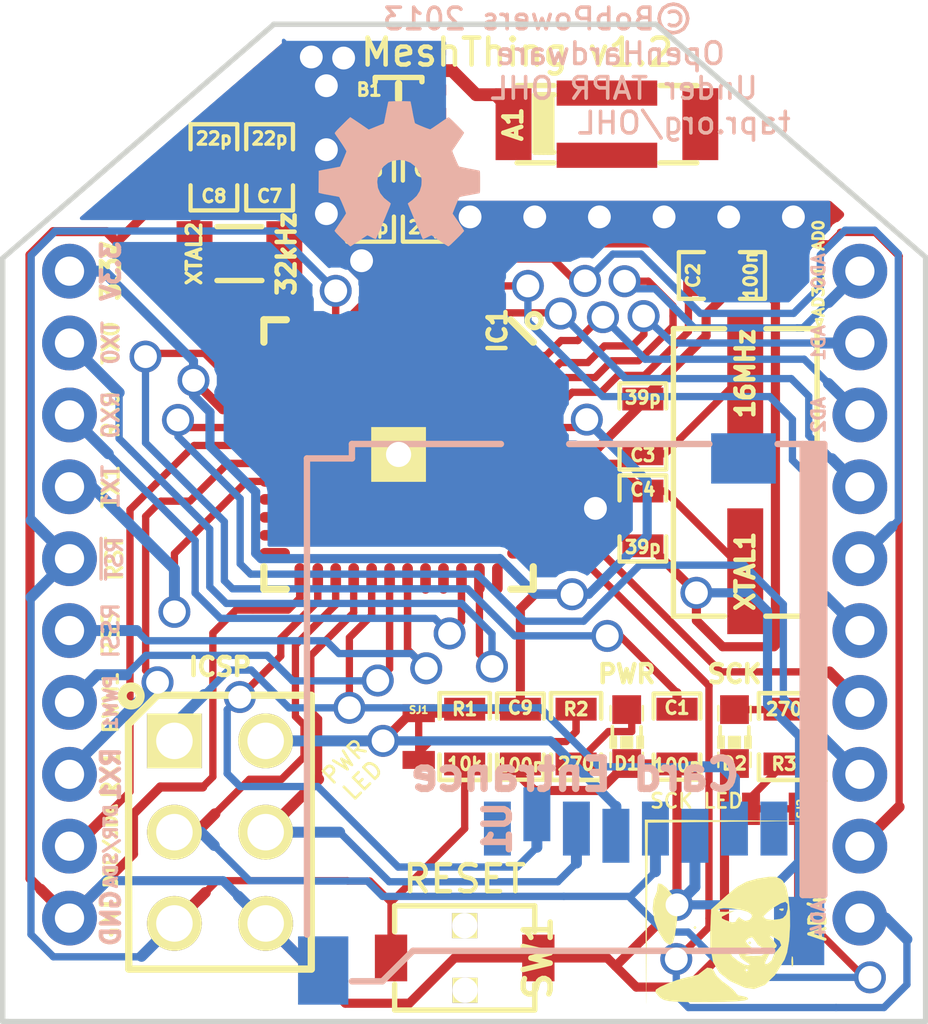
<source format=kicad_pcb>
(kicad_pcb (version 3) (host pcbnew "(2013-mar-13)-testing")

  (general
    (links 87)
    (no_connects 0)
    (area 135.704999 98.8424 161.545001 133.9482)
    (thickness 1.6)
    (drawings 16)
    (tracks 695)
    (zones 0)
    (modules 28)
    (nets 56)
  )

  (page A4)
  (title_block
    (title MeshThing)
    (rev 1.0)
  )

  (layers
    (15 F.Cu signal)
    (0 B.Cu signal)
    (16 B.Adhes user)
    (17 F.Adhes user)
    (18 B.Paste user)
    (19 F.Paste user)
    (20 B.SilkS user)
    (21 F.SilkS user)
    (22 B.Mask user)
    (23 F.Mask user)
    (24 Dwgs.User user)
    (25 Cmts.User user)
    (26 Eco1.User user)
    (27 Eco2.User user)
    (28 Edge.Cuts user)
  )

  (setup
    (last_trace_width 0.254)
    (user_trace_width 0.2032)
    (user_trace_width 0.254)
    (user_trace_width 0.3048)
    (user_trace_width 0.3302)
    (user_trace_width 0.3556)
    (trace_clearance 0.2032)
    (zone_clearance 0.2032)
    (zone_45_only yes)
    (trace_min 0.2032)
    (segment_width 0.2)
    (edge_width 0.15)
    (via_size 0.889)
    (via_drill 0.635)
    (via_min_size 0.889)
    (via_min_drill 0.508)
    (uvia_size 0.508)
    (uvia_drill 0.127)
    (uvias_allowed no)
    (uvia_min_size 0.508)
    (uvia_min_drill 0.127)
    (pcb_text_width 0.3)
    (pcb_text_size 1.5 1.5)
    (mod_edge_width 0.15)
    (mod_text_size 1.5 1.5)
    (mod_text_width 0.15)
    (pad_size 0.8 0.8)
    (pad_drill 0)
    (pad_to_mask_clearance 0.2)
    (pad_to_paste_clearance_ratio -0.1)
    (aux_axis_origin 135.66 132.51)
    (visible_elements FFFFF77F)
    (pcbplotparams
      (layerselection 284983297)
      (usegerberextensions true)
      (excludeedgelayer true)
      (linewidth 0.100000)
      (plotframeref false)
      (viasonmask false)
      (mode 1)
      (useauxorigin true)
      (hpglpennumber 1)
      (hpglpenspeed 20)
      (hpglpendiameter 15)
      (hpglpenoverlay 2)
      (psnegative false)
      (psa4output false)
      (plotreference false)
      (plotvalue false)
      (plotothertext true)
      (plotinvisibletext false)
      (padsonsilk false)
      (subtractmaskfromsilk false)
      (outputformat 1)
      (mirror false)
      (drillshape 0)
      (scaleselection 1)
      (outputdirectory Gerbers/))
  )

  (net 0 "")
  (net 1 +3.3V)
  (net 2 GND)
  (net 3 MISO)
  (net 4 MOSI)
  (net 5 N-0000010)
  (net 6 N-0000012)
  (net 7 N-0000013)
  (net 8 N-0000015)
  (net 9 N-0000017)
  (net 10 N-0000019)
  (net 11 N-0000020)
  (net 12 N-0000021)
  (net 13 N-0000022)
  (net 14 N-0000026)
  (net 15 N-0000027)
  (net 16 N-0000028)
  (net 17 N-0000038)
  (net 18 N-0000039)
  (net 19 N-0000040)
  (net 20 N-0000044)
  (net 21 N-0000045)
  (net 22 N-0000046)
  (net 23 N-0000047)
  (net 24 N-0000048)
  (net 25 N-0000049)
  (net 26 N-0000050)
  (net 27 N-0000051)
  (net 28 N-0000052)
  (net 29 N-0000054)
  (net 30 N-0000055)
  (net 31 N-0000056)
  (net 32 N-000006)
  (net 33 N-000007)
  (net 34 N-000008)
  (net 35 N-000009)
  (net 36 PB0/SS)
  (net 37 PB4)
  (net 38 PB5)
  (net 39 PE4)
  (net 40 PE5)
  (net 41 PF0)
  (net 42 PF1)
  (net 43 PF2)
  (net 44 PF3-4)
  (net 45 PF5)
  (net 46 PF6)
  (net 47 PF7)
  (net 48 RX0)
  (net 49 RX1)
  (net 50 Reset)
  (net 51 SCK)
  (net 52 SCL)
  (net 53 SDA)
  (net 54 TX0)
  (net 55 TX1)

  (net_class Default "This is the default net class."
    (clearance 0.2032)
    (trace_width 0.254)
    (via_dia 0.889)
    (via_drill 0.635)
    (uvia_dia 0.508)
    (uvia_drill 0.127)
    (add_net "")
    (add_net +3.3V)
    (add_net GND)
    (add_net N-0000010)
    (add_net N-0000012)
    (add_net N-0000013)
    (add_net N-0000015)
    (add_net N-0000017)
    (add_net N-0000019)
    (add_net N-0000020)
    (add_net N-0000021)
    (add_net N-0000022)
    (add_net N-0000026)
    (add_net N-0000027)
    (add_net N-0000028)
    (add_net N-0000038)
    (add_net N-0000039)
    (add_net N-0000040)
    (add_net N-0000045)
    (add_net N-0000046)
    (add_net N-0000047)
    (add_net N-0000048)
    (add_net N-0000049)
    (add_net N-0000050)
    (add_net N-0000051)
    (add_net N-0000052)
    (add_net N-0000054)
    (add_net N-0000055)
    (add_net N-0000056)
    (add_net N-000006)
    (add_net N-000007)
    (add_net N-000008)
    (add_net N-000009)
    (add_net PB0/SS)
    (add_net RX0)
    (add_net RX1)
    (add_net TX0)
    (add_net TX1)
  )

  (net_class 12mil ""
    (clearance 0.2032)
    (trace_width 0.3048)
    (via_dia 0.889)
    (via_drill 0.635)
    (uvia_dia 0.508)
    (uvia_drill 0.127)
  )

  (net_class 8mil ""
    (clearance 0.2032)
    (trace_width 0.2032)
    (via_dia 0.889)
    (via_drill 0.635)
    (uvia_dia 0.508)
    (uvia_drill 0.127)
    (add_net MISO)
    (add_net MOSI)
    (add_net N-0000044)
    (add_net PB4)
    (add_net PB5)
    (add_net PE4)
    (add_net PE5)
    (add_net PF0)
    (add_net PF1)
    (add_net PF2)
    (add_net PF3-4)
    (add_net PF5)
    (add_net PF6)
    (add_net PF7)
    (add_net Reset)
    (add_net SCK)
    (add_net SCL)
    (add_net SDA)
  )

  (module _MT_XBee_Board_STD_THPads (layer F.Cu) (tedit 5235BE8C) (tstamp 51D3FBF9)
    (at 148.64 111.39)
    (path /51BAD430)
    (fp_text reference U2 (at -6.35 7.62 90) (layer F.SilkS) hide
      (effects (font (thickness 0.3048)))
    )
    (fp_text value XBEE (at 4.445 11.43) (layer F.SilkS) hide
      (effects (font (thickness 0.3048)))
    )
    (fp_text user PE5 (at 9.825 11.99896 90) (layer F.SilkS)
      (effects (font (size 0.45 0.45) (thickness 0.0875)))
    )
    (fp_text user AD4 (at 9.825 18.00098 90) (layer F.SilkS)
      (effects (font (size 0.45 0.45) (thickness 0.0875)))
    )
    (fp_text user AD7 (at 9.825 15.99946 90) (layer F.SilkS)
      (effects (font (size 0.45 0.45) (thickness 0.0875)))
    )
    (fp_text user MSI/SCL (at 9.825 14.00048 90) (layer F.SilkS)
      (effects (font (size 0.35 0.35) (thickness 0.0875)))
    )
    (fp_text user AD56▻ (at 9.825 10.25 90) (layer F.SilkS)
      (effects (font (size 0.35 0.35) (thickness 0.075)))
    )
    (fp_text user ◅AD321 (at 9.85 0.75 90) (layer F.SilkS)
      (effects (font (size 0.3 0.3) (thickness 0.075)))
    )
    (fp_text user AD0 (at 9.85 -1 90) (layer F.SilkS)
      (effects (font (size 0.3 0.3) (thickness 0.075)))
    )
    (fp_text user 3.3V (at -9.85 0 90) (layer F.SilkS)
      (effects (font (size 0.5 0.5) (thickness 0.125)))
    )
    (fp_text user TX0 (at -9.85 1.99898 90) (layer F.SilkS)
      (effects (font (size 0.45 0.45) (thickness 0.0875)))
    )
    (fp_text user RX0 (at -9.85 4.0005 90) (layer F.SilkS)
      (effects (font (size 0.45 0.45) (thickness 0.0875)))
    )
    (fp_text user TX1 (at -9.85 5.99948 90) (layer F.SilkS)
      (effects (font (size 0.45 0.45) (thickness 0.0875)))
    )
    (fp_text user ~RST (at -9.75 8.001 90) (layer F.SilkS)
      (effects (font (size 0.45 0.45) (thickness 0.0875)))
    )
    (fp_text user RSSI (at -9.85 9.99998 90) (layer F.SilkS)
      (effects (font (size 0.45 0.45) (thickness 0.0875)))
    )
    (fp_text user PWM1 (at -9.85 11.99896 90) (layer F.SilkS)
      (effects (font (size 0.4 0.4) (thickness 0.0875)))
    )
    (fp_text user RX1 (at -9.85 14.00048 90) (layer F.SilkS)
      (effects (font (size 0.45 0.45) (thickness 0.1125)))
    )
    (fp_text user DTR/SDA (at -9.85 15.99946 90) (layer F.SilkS)
      (effects (font (size 0.35 0.35) (thickness 0.0875)))
    )
    (fp_text user GND (at -9.85 18.00098 90) (layer F.SilkS)
      (effects (font (size 0.5 0.5) (thickness 0.125)))
    )
    (pad 20 thru_hole circle (at 11.00074 0) (size 1.524 1.524) (drill 0.8128)
      (layers *.Cu *.Mask)
      (net 41 PF0)
    )
    (pad 16 thru_hole circle (at 11.00074 8.001) (size 1.524 1.524) (drill 0.8128)
      (layers *.Cu *.Mask)
      (net 46 PF6)
    )
    (pad 14 thru_hole circle (at 11.00074 11.99896) (size 1.524 1.524) (drill 0.8128)
      (layers *.Cu *.Mask)
      (net 40 PE5)
    )
    (pad 15 thru_hole circle (at 11.00074 9.99998) (size 1.524 1.524) (drill 0.8128)
      (layers *.Cu *.Mask)
      (net 45 PF5)
    )
    (pad 18 thru_hole circle (at 11.00074 4.0005) (size 1.524 1.524) (drill 0.8128)
      (layers *.Cu *.Mask)
      (net 43 PF2)
    )
    (pad 17 thru_hole circle (at 11.00074 5.99948) (size 1.524 1.524) (drill 0.8128)
      (layers *.Cu *.Mask)
      (net 44 PF3-4)
    )
    (pad 19 thru_hole circle (at 11.00074 1.99898) (size 1.524 1.524) (drill 0.8128)
      (layers *.Cu *.Mask)
      (net 42 PF1)
    )
    (pad 12 thru_hole circle (at 11.00074 15.99946) (size 1.524 1.524) (drill 0.8128)
      (layers *.Cu *.Mask)
      (net 47 PF7)
    )
    (pad 11 thru_hole circle (at 11.00074 18.00098) (size 1.524 1.524) (drill 0.8128)
      (layers *.Cu *.Mask)
      (net 39 PE4)
    )
    (pad 13 thru_hole circle (at 11.00074 14.00048) (size 1.524 1.524) (drill 0.8128)
      (layers *.Cu *.Mask)
      (net 52 SCL)
    )
    (pad 8 thru_hole circle (at -11.00074 14.00048) (size 1.524 1.524) (drill 0.8128)
      (layers *.Cu *.Mask)
      (net 49 RX1)
    )
    (pad 10 thru_hole circle (at -11.00074 18.00098) (size 1.524 1.524) (drill 0.8128)
      (layers *.Cu *.Mask)
      (net 2 GND)
    )
    (pad 9 thru_hole circle (at -11.00074 15.99946) (size 1.524 1.524) (drill 0.8128)
      (layers *.Cu *.Mask)
      (net 53 SDA)
    )
    (pad 2 thru_hole circle (at -11.00074 1.99898) (size 1.524 1.524) (drill 0.8128)
      (layers *.Cu *.Mask)
      (net 54 TX0)
    )
    (pad 4 thru_hole circle (at -11.00074 5.99948) (size 1.524 1.524) (drill 0.8128)
      (layers *.Cu *.Mask)
      (net 55 TX1)
    )
    (pad 3 thru_hole circle (at -11.00074 4.0005) (size 1.524 1.524) (drill 0.8128)
      (layers *.Cu *.Mask)
      (net 48 RX0)
    )
    (pad 6 thru_hole circle (at -11.00074 9.99998) (size 1.524 1.524) (drill 0.8128)
      (layers *.Cu *.Mask)
      (net 38 PB5)
    )
    (pad 7 thru_hole circle (at -11.00074 11.99896) (size 1.524 1.524) (drill 0.8128)
      (layers *.Cu *.Mask)
      (net 37 PB4)
    )
    (pad 5 thru_hole circle (at -11.00074 8.001) (size 1.524 1.524) (drill 0.8128)
      (layers *.Cu *.Mask)
      (net 50 Reset)
    )
    (pad 1 thru_hole circle (at -11.00074 0) (size 1.524 1.524) (drill 0.8128)
      (layers *.Cu *.Mask)
      (net 1 +3.3V)
    )
    (model Radio/Xbee_patch.wrl
      (at (xyz 0 0 0))
      (scale (xyz 1 1 1))
      (rotate (xyz 270 0 0))
    )
  )

  (module _MT_SM0603_Capa (layer F.Cu) (tedit 51CB9B1F) (tstamp 51CBFE49)
    (at 141.66 108.5 90)
    (path /51BE8D1F)
    (attr smd)
    (fp_text reference C8 (at -0.8 0 180) (layer F.SilkS)
      (effects (font (size 0.35 0.35) (thickness 0.0875)))
    )
    (fp_text value 22p (at 0.8 0 180) (layer F.SilkS)
      (effects (font (size 0.35 0.35) (thickness 0.0875)))
    )
    (fp_text user "" (at -0.8 0 180) (layer F.SilkS)
      (effects (font (size 0.35 0.35) (thickness 0.0875)))
    )
    (fp_line (start 0.50038 0.65024) (end 1.19888 0.65024) (layer F.SilkS) (width 0.11938))
    (fp_line (start -0.50038 0.65024) (end -1.19888 0.65024) (layer F.SilkS) (width 0.11938))
    (fp_line (start 0.50038 -0.65024) (end 1.19888 -0.65024) (layer F.SilkS) (width 0.11938))
    (fp_line (start -1.19888 -0.65024) (end -0.50038 -0.65024) (layer F.SilkS) (width 0.11938))
    (fp_line (start 1.19888 -0.635) (end 1.19888 0.635) (layer F.SilkS) (width 0.11938))
    (fp_line (start -1.19888 0.635) (end -1.19888 -0.635) (layer F.SilkS) (width 0.11938))
    (pad 1 smd rect (at -0.762 0 90) (size 0.635 1.143)
      (layers F.Cu F.Paste F.Mask)
      (net 15 N-0000027)
    )
    (pad 2 smd rect (at 0.762 0 90) (size 0.635 1.143)
      (layers F.Cu F.Paste F.Mask)
      (net 2 GND)
    )
    (model smd\capacitors\C0603.wrl
      (at (xyz 0 0 0.001))
      (scale (xyz 0.5 0.5 0.5))
      (rotate (xyz 0 0 0))
    )
  )

  (module _MT_SM0603_Capa (layer F.Cu) (tedit 51CB9B1F) (tstamp 51CD0ABA)
    (at 147.57 109.37 270)
    (path /51BB0A6C)
    (attr smd)
    (fp_text reference C5 (at -0.8 0 360) (layer F.SilkS)
      (effects (font (size 0.35 0.35) (thickness 0.0875)))
    )
    (fp_text value 22p (at 0.8 0 360) (layer F.SilkS)
      (effects (font (size 0.35 0.35) (thickness 0.0875)))
    )
    (fp_text user "" (at -0.8 0 360) (layer F.SilkS)
      (effects (font (size 0.35 0.35) (thickness 0.0875)))
    )
    (fp_line (start 0.50038 0.65024) (end 1.19888 0.65024) (layer F.SilkS) (width 0.11938))
    (fp_line (start -0.50038 0.65024) (end -1.19888 0.65024) (layer F.SilkS) (width 0.11938))
    (fp_line (start 0.50038 -0.65024) (end 1.19888 -0.65024) (layer F.SilkS) (width 0.11938))
    (fp_line (start -1.19888 -0.65024) (end -0.50038 -0.65024) (layer F.SilkS) (width 0.11938))
    (fp_line (start 1.19888 -0.635) (end 1.19888 0.635) (layer F.SilkS) (width 0.11938))
    (fp_line (start -1.19888 0.635) (end -1.19888 -0.635) (layer F.SilkS) (width 0.11938))
    (pad 1 smd rect (at -0.762 0 270) (size 0.635 1.143)
      (layers F.Cu F.Paste F.Mask)
      (net 34 N-000008)
    )
    (pad 2 smd rect (at 0.762 0 270) (size 0.635 1.143)
      (layers F.Cu F.Paste F.Mask)
      (net 7 N-0000013)
    )
    (model smd\capacitors\C0603.wrl
      (at (xyz 0 0 0.001))
      (scale (xyz 0.5 0.5 0.5))
      (rotate (xyz 0 0 0))
    )
  )

  (module _MT_SM0603_Capa (layer F.Cu) (tedit 51CB9B1F) (tstamp 51CD0AC6)
    (at 146.02 109.37 270)
    (path /51BB0A79)
    (attr smd)
    (fp_text reference C6 (at -0.8 0 360) (layer F.SilkS)
      (effects (font (size 0.35 0.35) (thickness 0.0875)))
    )
    (fp_text value 22p (at 0.8 0 360) (layer F.SilkS)
      (effects (font (size 0.35 0.35) (thickness 0.0875)))
    )
    (fp_text user "" (at -0.8 0 360) (layer F.SilkS)
      (effects (font (size 0.35 0.35) (thickness 0.0875)))
    )
    (fp_line (start 0.50038 0.65024) (end 1.19888 0.65024) (layer F.SilkS) (width 0.11938))
    (fp_line (start -0.50038 0.65024) (end -1.19888 0.65024) (layer F.SilkS) (width 0.11938))
    (fp_line (start 0.50038 -0.65024) (end 1.19888 -0.65024) (layer F.SilkS) (width 0.11938))
    (fp_line (start -1.19888 -0.65024) (end -0.50038 -0.65024) (layer F.SilkS) (width 0.11938))
    (fp_line (start 1.19888 -0.635) (end 1.19888 0.635) (layer F.SilkS) (width 0.11938))
    (fp_line (start -1.19888 0.635) (end -1.19888 -0.635) (layer F.SilkS) (width 0.11938))
    (pad 1 smd rect (at -0.762 0 270) (size 0.635 1.143)
      (layers F.Cu F.Paste F.Mask)
      (net 33 N-000007)
    )
    (pad 2 smd rect (at 0.762 0 270) (size 0.635 1.143)
      (layers F.Cu F.Paste F.Mask)
      (net 6 N-0000012)
    )
    (model smd\capacitors\C0603.wrl
      (at (xyz 0 0 0.001))
      (scale (xyz 0.5 0.5 0.5))
      (rotate (xyz 0 0 0))
    )
  )

  (module _MT_SM0603_Capa (layer F.Cu) (tedit 51CB9B1F) (tstamp 51CD0AD2)
    (at 143.21 108.5 90)
    (path /51BE8D06)
    (attr smd)
    (fp_text reference C7 (at -0.8 0 180) (layer F.SilkS)
      (effects (font (size 0.35 0.35) (thickness 0.0875)))
    )
    (fp_text value 22p (at 0.8 0 180) (layer F.SilkS)
      (effects (font (size 0.35 0.35) (thickness 0.0875)))
    )
    (fp_text user "" (at -0.8 0 180) (layer F.SilkS)
      (effects (font (size 0.35 0.35) (thickness 0.0875)))
    )
    (fp_line (start 0.50038 0.65024) (end 1.19888 0.65024) (layer F.SilkS) (width 0.11938))
    (fp_line (start -0.50038 0.65024) (end -1.19888 0.65024) (layer F.SilkS) (width 0.11938))
    (fp_line (start 0.50038 -0.65024) (end 1.19888 -0.65024) (layer F.SilkS) (width 0.11938))
    (fp_line (start -1.19888 -0.65024) (end -0.50038 -0.65024) (layer F.SilkS) (width 0.11938))
    (fp_line (start 1.19888 -0.635) (end 1.19888 0.635) (layer F.SilkS) (width 0.11938))
    (fp_line (start -1.19888 0.635) (end -1.19888 -0.635) (layer F.SilkS) (width 0.11938))
    (pad 1 smd rect (at -0.762 0 90) (size 0.635 1.143)
      (layers F.Cu F.Paste F.Mask)
      (net 16 N-0000028)
    )
    (pad 2 smd rect (at 0.762 0 90) (size 0.635 1.143)
      (layers F.Cu F.Paste F.Mask)
      (net 2 GND)
    )
    (model smd\capacitors\C0603.wrl
      (at (xyz 0 0 0.001))
      (scale (xyz 0.5 0.5 0.5))
      (rotate (xyz 0 0 0))
    )
  )

  (module _MT_SM0603_Capa (layer F.Cu) (tedit 51CB9B1F) (tstamp 51CD0ADE)
    (at 150.19 124.34 270)
    (path /51C2F773)
    (attr smd)
    (fp_text reference C9 (at -0.8 0 360) (layer F.SilkS)
      (effects (font (size 0.35 0.35) (thickness 0.0875)))
    )
    (fp_text value 100n (at 0.8 0 360) (layer F.SilkS)
      (effects (font (size 0.35 0.35) (thickness 0.0875)))
    )
    (fp_text user "" (at -0.8 0 360) (layer F.SilkS)
      (effects (font (size 0.35 0.35) (thickness 0.0875)))
    )
    (fp_line (start 0.50038 0.65024) (end 1.19888 0.65024) (layer F.SilkS) (width 0.11938))
    (fp_line (start -0.50038 0.65024) (end -1.19888 0.65024) (layer F.SilkS) (width 0.11938))
    (fp_line (start 0.50038 -0.65024) (end 1.19888 -0.65024) (layer F.SilkS) (width 0.11938))
    (fp_line (start -1.19888 -0.65024) (end -0.50038 -0.65024) (layer F.SilkS) (width 0.11938))
    (fp_line (start 1.19888 -0.635) (end 1.19888 0.635) (layer F.SilkS) (width 0.11938))
    (fp_line (start -1.19888 0.635) (end -1.19888 -0.635) (layer F.SilkS) (width 0.11938))
    (pad 1 smd rect (at -0.762 0 270) (size 0.635 1.143)
      (layers F.Cu F.Paste F.Mask)
      (net 1 +3.3V)
    )
    (pad 2 smd rect (at 0.762 0 270) (size 0.635 1.143)
      (layers F.Cu F.Paste F.Mask)
      (net 2 GND)
    )
    (model smd\capacitors\C0603.wrl
      (at (xyz 0 0 0.001))
      (scale (xyz 0.5 0.5 0.5))
      (rotate (xyz 0 0 0))
    )
  )

  (module _MT_SM0603_Capa (layer F.Cu) (tedit 51CB9B1F) (tstamp 51CD0A96)
    (at 155.8 111.51)
    (path /51BB0317)
    (attr smd)
    (fp_text reference C2 (at -0.8 0 90) (layer F.SilkS)
      (effects (font (size 0.35 0.35) (thickness 0.0875)))
    )
    (fp_text value 100n (at 0.8 0 90) (layer F.SilkS)
      (effects (font (size 0.35 0.35) (thickness 0.0875)))
    )
    (fp_text user "" (at -0.8 0 90) (layer F.SilkS)
      (effects (font (size 0.35 0.35) (thickness 0.0875)))
    )
    (fp_line (start 0.50038 0.65024) (end 1.19888 0.65024) (layer F.SilkS) (width 0.11938))
    (fp_line (start -0.50038 0.65024) (end -1.19888 0.65024) (layer F.SilkS) (width 0.11938))
    (fp_line (start 0.50038 -0.65024) (end 1.19888 -0.65024) (layer F.SilkS) (width 0.11938))
    (fp_line (start -1.19888 -0.65024) (end -0.50038 -0.65024) (layer F.SilkS) (width 0.11938))
    (fp_line (start 1.19888 -0.635) (end 1.19888 0.635) (layer F.SilkS) (width 0.11938))
    (fp_line (start -1.19888 0.635) (end -1.19888 -0.635) (layer F.SilkS) (width 0.11938))
    (pad 1 smd rect (at -0.762 0) (size 0.635 1.143)
      (layers F.Cu F.Paste F.Mask)
      (net 5 N-0000010)
    )
    (pad 2 smd rect (at 0.762 0) (size 0.635 1.143)
      (layers F.Cu F.Paste F.Mask)
      (net 2 GND)
    )
    (model smd\capacitors\C0603.wrl
      (at (xyz 0 0 0.001))
      (scale (xyz 0.5 0.5 0.5))
      (rotate (xyz 0 0 0))
    )
  )

  (module _MT_SM0603_Capa (layer F.Cu) (tedit 51CB9B1F) (tstamp 51D3FA75)
    (at 154.55 124.34 270)
    (path /51BB02F2)
    (attr smd)
    (fp_text reference C1 (at -0.8 0 360) (layer F.SilkS)
      (effects (font (size 0.35 0.35) (thickness 0.0875)))
    )
    (fp_text value 100n (at 0.8 0 360) (layer F.SilkS)
      (effects (font (size 0.35 0.35) (thickness 0.0875)))
    )
    (fp_text user "" (at -0.8 0 360) (layer F.SilkS)
      (effects (font (size 0.35 0.35) (thickness 0.0875)))
    )
    (fp_line (start 0.50038 0.65024) (end 1.19888 0.65024) (layer F.SilkS) (width 0.11938))
    (fp_line (start -0.50038 0.65024) (end -1.19888 0.65024) (layer F.SilkS) (width 0.11938))
    (fp_line (start 0.50038 -0.65024) (end 1.19888 -0.65024) (layer F.SilkS) (width 0.11938))
    (fp_line (start -1.19888 -0.65024) (end -0.50038 -0.65024) (layer F.SilkS) (width 0.11938))
    (fp_line (start 1.19888 -0.635) (end 1.19888 0.635) (layer F.SilkS) (width 0.11938))
    (fp_line (start -1.19888 0.635) (end -1.19888 -0.635) (layer F.SilkS) (width 0.11938))
    (pad 1 smd rect (at -0.762 0 270) (size 0.635 1.143)
      (layers F.Cu F.Paste F.Mask)
      (net 35 N-000009)
    )
    (pad 2 smd rect (at 0.762 0 270) (size 0.635 1.143)
      (layers F.Cu F.Paste F.Mask)
      (net 2 GND)
    )
    (model smd\capacitors\C0603.wrl
      (at (xyz 0 0 0.001))
      (scale (xyz 0.5 0.5 0.5))
      (rotate (xyz 0 0 0))
    )
  )

  (module _MT_SM0603_Capa (layer F.Cu) (tedit 51CB9B1F) (tstamp 51CD0AAE)
    (at 153.6 118.27 270)
    (path /51BB05DD)
    (attr smd)
    (fp_text reference C4 (at -0.8 0 360) (layer F.SilkS)
      (effects (font (size 0.35 0.35) (thickness 0.0875)))
    )
    (fp_text value 39p (at 0.8 0 360) (layer F.SilkS)
      (effects (font (size 0.35 0.35) (thickness 0.0875)))
    )
    (fp_text user "" (at -0.8 0 360) (layer F.SilkS)
      (effects (font (size 0.35 0.35) (thickness 0.0875)))
    )
    (fp_line (start 0.50038 0.65024) (end 1.19888 0.65024) (layer F.SilkS) (width 0.11938))
    (fp_line (start -0.50038 0.65024) (end -1.19888 0.65024) (layer F.SilkS) (width 0.11938))
    (fp_line (start 0.50038 -0.65024) (end 1.19888 -0.65024) (layer F.SilkS) (width 0.11938))
    (fp_line (start -1.19888 -0.65024) (end -0.50038 -0.65024) (layer F.SilkS) (width 0.11938))
    (fp_line (start 1.19888 -0.635) (end 1.19888 0.635) (layer F.SilkS) (width 0.11938))
    (fp_line (start -1.19888 0.635) (end -1.19888 -0.635) (layer F.SilkS) (width 0.11938))
    (pad 1 smd rect (at -0.762 0 270) (size 0.635 1.143)
      (layers F.Cu F.Paste F.Mask)
      (net 28 N-0000052)
    )
    (pad 2 smd rect (at 0.762 0 270) (size 0.635 1.143)
      (layers F.Cu F.Paste F.Mask)
      (net 2 GND)
    )
    (model smd\capacitors\C0603.wrl
      (at (xyz 0 0 0.001))
      (scale (xyz 0.5 0.5 0.5))
      (rotate (xyz 0 0 0))
    )
  )

  (module _MT_SM0603_Capa (layer F.Cu) (tedit 51CB9B1F) (tstamp 51CD0AA2)
    (at 153.6 115.71 90)
    (path /51BB05D0)
    (attr smd)
    (fp_text reference C3 (at -0.8 0 180) (layer F.SilkS)
      (effects (font (size 0.35 0.35) (thickness 0.0875)))
    )
    (fp_text value 39p (at 0.8 0 180) (layer F.SilkS)
      (effects (font (size 0.35 0.35) (thickness 0.0875)))
    )
    (fp_text user "" (at -0.8 0 180) (layer F.SilkS)
      (effects (font (size 0.35 0.35) (thickness 0.0875)))
    )
    (fp_line (start 0.50038 0.65024) (end 1.19888 0.65024) (layer F.SilkS) (width 0.11938))
    (fp_line (start -0.50038 0.65024) (end -1.19888 0.65024) (layer F.SilkS) (width 0.11938))
    (fp_line (start 0.50038 -0.65024) (end 1.19888 -0.65024) (layer F.SilkS) (width 0.11938))
    (fp_line (start -1.19888 -0.65024) (end -0.50038 -0.65024) (layer F.SilkS) (width 0.11938))
    (fp_line (start 1.19888 -0.635) (end 1.19888 0.635) (layer F.SilkS) (width 0.11938))
    (fp_line (start -1.19888 0.635) (end -1.19888 -0.635) (layer F.SilkS) (width 0.11938))
    (pad 1 smd rect (at -0.762 0 90) (size 0.635 1.143)
      (layers F.Cu F.Paste F.Mask)
      (net 27 N-0000051)
    )
    (pad 2 smd rect (at 0.762 0 90) (size 0.635 1.143)
      (layers F.Cu F.Paste F.Mask)
      (net 2 GND)
    )
    (model smd\capacitors\C0603.wrl
      (at (xyz 0 0 0.001))
      (scale (xyz 0.5 0.5 0.5))
      (rotate (xyz 0 0 0))
    )
  )

  (module _MT_SM0603_Resistor (layer F.Cu) (tedit 51D14923) (tstamp 51CA47C4)
    (at 151.74 124.34 270)
    (path /51BB1522)
    (attr smd)
    (fp_text reference R2 (at -0.762 0 360) (layer F.SilkS)
      (effects (font (size 0.35 0.35) (thickness 0.0875)))
    )
    (fp_text value 270 (at 0.762 0 360) (layer F.SilkS)
      (effects (font (size 0.35 0.35) (thickness 0.0875)))
    )
    (fp_line (start -0.50038 -0.6985) (end -1.2065 -0.6985) (layer F.SilkS) (width 0.127))
    (fp_line (start -1.2065 -0.6985) (end -1.2065 0.6985) (layer F.SilkS) (width 0.127))
    (fp_line (start -1.2065 0.6985) (end -0.50038 0.6985) (layer F.SilkS) (width 0.127))
    (fp_line (start 1.2065 -0.6985) (end 0.50038 -0.6985) (layer F.SilkS) (width 0.127))
    (fp_line (start 1.2065 -0.6985) (end 1.2065 0.6985) (layer F.SilkS) (width 0.127))
    (fp_line (start 1.2065 0.6985) (end 0.50038 0.6985) (layer F.SilkS) (width 0.127))
    (pad 1 smd rect (at -0.762 0 270) (size 0.635 1.143)
      (layers F.Cu F.Paste F.Mask)
      (net 8 N-0000015)
    )
    (pad 2 smd rect (at 0.762 0 270) (size 0.635 1.143)
      (layers F.Cu F.Paste F.Mask)
      (net 9 N-0000017)
    )
    (model smd\resistors\R0603.wrl
      (at (xyz 0 0 0.001))
      (scale (xyz 0.5 0.5 0.5))
      (rotate (xyz 0 0 0))
    )
  )

  (module _MT_SM0603_Resistor (layer F.Cu) (tedit 51D14923) (tstamp 51CA47B8)
    (at 148.64 124.34 270)
    (path /51BB1C5E)
    (attr smd)
    (fp_text reference R1 (at -0.762 0 360) (layer F.SilkS)
      (effects (font (size 0.35 0.35) (thickness 0.0875)))
    )
    (fp_text value 10k (at 0.762 0 360) (layer F.SilkS)
      (effects (font (size 0.35 0.35) (thickness 0.0875)))
    )
    (fp_line (start -0.50038 -0.6985) (end -1.2065 -0.6985) (layer F.SilkS) (width 0.127))
    (fp_line (start -1.2065 -0.6985) (end -1.2065 0.6985) (layer F.SilkS) (width 0.127))
    (fp_line (start -1.2065 0.6985) (end -0.50038 0.6985) (layer F.SilkS) (width 0.127))
    (fp_line (start 1.2065 -0.6985) (end 0.50038 -0.6985) (layer F.SilkS) (width 0.127))
    (fp_line (start 1.2065 -0.6985) (end 1.2065 0.6985) (layer F.SilkS) (width 0.127))
    (fp_line (start 1.2065 0.6985) (end 0.50038 0.6985) (layer F.SilkS) (width 0.127))
    (pad 1 smd rect (at -0.762 0 270) (size 0.635 1.143)
      (layers F.Cu F.Paste F.Mask)
      (net 1 +3.3V)
    )
    (pad 2 smd rect (at 0.762 0 270) (size 0.635 1.143)
      (layers F.Cu F.Paste F.Mask)
      (net 50 Reset)
    )
    (model smd\resistors\R0603.wrl
      (at (xyz 0 0 0.001))
      (scale (xyz 0.5 0.5 0.5))
      (rotate (xyz 0 0 0))
    )
  )

  (module _MT_CSM-3X-Crystal (layer F.Cu) (tedit 51D3C3D9) (tstamp 51CBAFDF)
    (at 156.45 116.99 90)
    (path /51BB0547)
    (fp_text reference XTAL1 (at -2.75 0 90) (layer F.SilkS)
      (effects (font (size 0.5 0.5) (thickness 0.125)))
    )
    (fp_text value 16MHz (at 2.75 0 90) (layer F.SilkS)
      (effects (font (size 0.5 0.5) (thickness 0.125)))
    )
    (fp_line (start 4 2) (end 4 0.575) (layer F.SilkS) (width 0.15))
    (fp_line (start 4 -2) (end 4 -0.575) (layer F.SilkS) (width 0.15))
    (fp_line (start -4 -2) (end -4 -0.575) (layer F.SilkS) (width 0.15))
    (fp_line (start -4 0.575) (end -4 2) (layer F.SilkS) (width 0.15))
    (fp_line (start -4 -2) (end 4 -2) (layer F.SilkS) (width 0.15))
    (fp_line (start 4 2) (end -4 2) (layer F.SilkS) (width 0.15))
    (pad 1 smd rect (at -2.75 0 90) (size 3.5 1)
      (layers F.Cu F.Paste F.Mask)
      (net 28 N-0000052)
    )
    (pad 2 smd rect (at 2.75 0 90) (size 3.5 1)
      (layers F.Cu F.Paste F.Mask)
      (net 27 N-0000051)
    )
  )

  (module _MT_SM0603_Resistor (layer F.Cu) (tedit 51D14923) (tstamp 51D4C3D5)
    (at 157.53 124.34 90)
    (path /51D4C38E)
    (attr smd)
    (fp_text reference R3 (at -0.762 0 180) (layer F.SilkS)
      (effects (font (size 0.35 0.35) (thickness 0.0875)))
    )
    (fp_text value 270 (at 0.762 0 180) (layer F.SilkS)
      (effects (font (size 0.35 0.35) (thickness 0.0875)))
    )
    (fp_line (start -0.50038 -0.6985) (end -1.2065 -0.6985) (layer F.SilkS) (width 0.127))
    (fp_line (start -1.2065 -0.6985) (end -1.2065 0.6985) (layer F.SilkS) (width 0.127))
    (fp_line (start -1.2065 0.6985) (end -0.50038 0.6985) (layer F.SilkS) (width 0.127))
    (fp_line (start 1.2065 -0.6985) (end 0.50038 -0.6985) (layer F.SilkS) (width 0.127))
    (fp_line (start 1.2065 -0.6985) (end 1.2065 0.6985) (layer F.SilkS) (width 0.127))
    (fp_line (start 1.2065 0.6985) (end 0.50038 0.6985) (layer F.SilkS) (width 0.127))
    (pad 1 smd rect (at -0.762 0 90) (size 0.635 1.143)
      (layers F.Cu F.Paste F.Mask)
      (net 14 N-0000026)
    )
    (pad 2 smd rect (at 0.762 0 90) (size 0.635 1.143)
      (layers F.Cu F.Paste F.Mask)
      (net 10 N-0000019)
    )
    (model smd\resistors\R0603.wrl
      (at (xyz 0 0 0.001))
      (scale (xyz 0.5 0.5 0.5))
      (rotate (xyz 0 0 0))
    )
  )

  (module _MT_pin_array_3x2 (layer F.Cu) (tedit 5226F60A) (tstamp 51CA4770)
    (at 141.83 127 270)
    (descr "Double rangee de contacts 2 x 4 pins")
    (tags CONN)
    (path /51BE9A19)
    (fp_text reference H2 (at 0 -3.81 270) (layer F.SilkS) hide
      (effects (font (size 1.016 1.016) (thickness 0.2032)))
    )
    (fp_text value ICSP (at 0 3.81 270) (layer F.SilkS) hide
      (effects (font (size 1.016 1.016) (thickness 0.2032)))
    )
    (fp_text user ICSP (at -4.6 0 360) (layer F.SilkS)
      (effects (font (size 0.5 0.5) (thickness 0.125)))
    )
    (fp_line (start -3.81 -2.52) (end -3.81 1.74) (layer F.SilkS) (width 0.2032))
    (fp_line (start 3.81 2.54) (end -3 2.55) (layer F.SilkS) (width 0.2032))
    (fp_line (start -3.01 2.54) (end -3.81 1.74) (layer F.SilkS) (width 0.2032))
    (fp_circle (center -3.79 2.474) (end -4.04 2.474) (layer F.SilkS) (width 0.254))
    (fp_line (start -3.81 -2.54) (end 3.81 -2.54) (layer F.SilkS) (width 0.2032))
    (fp_line (start 3.81 -2.54) (end 3.81 2.54) (layer F.SilkS) (width 0.2032))
    (pad 1 thru_hole rect (at -2.54 1.27 270) (size 1.524 1.524) (drill 1.016)
      (layers *.Cu *.Mask F.SilkS)
      (net 3 MISO)
    )
    (pad 2 thru_hole circle (at -2.54 -1.27 270) (size 1.524 1.524) (drill 1.016)
      (layers *.Cu *.Mask F.SilkS)
      (net 1 +3.3V)
    )
    (pad 3 thru_hole circle (at 0 1.27 270) (size 1.524 1.524) (drill 1.016)
      (layers *.Cu *.Mask F.SilkS)
      (net 51 SCK)
    )
    (pad 4 thru_hole circle (at 0 -1.27 270) (size 1.524 1.524) (drill 1.016)
      (layers *.Cu *.Mask F.SilkS)
      (net 4 MOSI)
    )
    (pad 5 thru_hole circle (at 2.54 1.27 270) (size 1.524 1.524) (drill 1.016)
      (layers *.Cu *.Mask F.SilkS)
      (net 50 Reset)
    )
    (pad 6 thru_hole circle (at 2.54 -1.27 270) (size 1.524 1.524) (drill 1.016)
      (layers *.Cu *.Mask F.SilkS)
      (net 2 GND)
    )
    (model pin_array/pins_array_3x2.wrl
      (at (xyz 0 0 0))
      (scale (xyz 1 1 1))
      (rotate (xyz 0 0 0))
    )
  )

  (module _MT_XBee_Board_BackLablesOnly (layer B.Cu) (tedit 5226FB83) (tstamp 51D3ECBE)
    (at 148.64 111.39)
    (path /51BAD430)
    (fp_text reference U3 (at -6.35 -7.62 90) (layer B.SilkS) hide
      (effects (font (thickness 0.3048)) (justify mirror))
    )
    (fp_text value XBEE (at 4.445 -11.43) (layer B.SilkS) hide
      (effects (font (thickness 0.3048)) (justify mirror))
    )
    (fp_text user AD4 (at 9.85 18.00098 270) (layer B.SilkS)
      (effects (font (size 0.35 0.35) (thickness 0.0875)) (justify mirror))
    )
    (fp_text user AD2 (at 9.85 4.0005 270) (layer B.SilkS)
      (effects (font (size 0.35 0.35) (thickness 0.0875)) (justify mirror))
    )
    (fp_text user AD1 (at 9.85 1.99898 270) (layer B.SilkS)
      (effects (font (size 0.35 0.35) (thickness 0.075)) (justify mirror))
    )
    (fp_text user AD0 (at 9.85 0 270) (layer B.SilkS)
      (effects (font (size 0.35 0.35) (thickness 0.075)) (justify mirror))
    )
    (fp_text user 3.3V (at -9.85 0 270) (layer B.SilkS)
      (effects (font (size 0.5 0.5) (thickness 0.125)) (justify mirror))
    )
    (fp_text user TX0 (at -9.85 1.99898 270) (layer B.SilkS)
      (effects (font (size 0.45 0.45) (thickness 0.0875)) (justify mirror))
    )
    (fp_text user RX0 (at -9.85 4.0005 270) (layer B.SilkS)
      (effects (font (size 0.45 0.45) (thickness 0.0875)) (justify mirror))
    )
    (fp_text user TX1 (at -9.85 5.99948 270) (layer B.SilkS)
      (effects (font (size 0.45 0.45) (thickness 0.0875)) (justify mirror))
    )
    (fp_text user ~RST (at -9.75 8.001 270) (layer B.SilkS)
      (effects (font (size 0.45 0.45) (thickness 0.0875)) (justify mirror))
    )
    (fp_text user RSSI (at -9.85 9.99998 270) (layer B.SilkS)
      (effects (font (size 0.45 0.45) (thickness 0.0875)) (justify mirror))
    )
    (fp_text user PWM1 (at -9.85 11.99896 270) (layer B.SilkS)
      (effects (font (size 0.35 0.35) (thickness 0.0875)) (justify mirror))
    )
    (fp_text user RX1 (at -9.85 14.00048 90) (layer B.SilkS)
      (effects (font (size 0.5 0.5) (thickness 0.125)) (justify mirror))
    )
    (fp_text user DTR/SDA (at -9.85 15.99946 270) (layer B.SilkS)
      (effects (font (size 0.35 0.35) (thickness 0.0875)) (justify mirror))
    )
    (fp_text user GND (at -9.85 18.00098 270) (layer B.SilkS)
      (effects (font (size 0.5 0.5) (thickness 0.125)) (justify mirror))
    )
    (model Radio/Xbee_patch.wrl
      (at (xyz 0 0 0))
      (scale (xyz 1 1 1))
      (rotate (xyz 270 0 0))
    )
  )

  (module LOGO (layer F.Cu) (tedit 0) (tstamp 5227C872)
    (at 155.94 129.19)
    (fp_text reference G*** (at 0 3.302) (layer F.SilkS) hide
      (effects (font (thickness 0.3048)))
    )
    (fp_text value LOGO (at 0 -3.302) (layer F.SilkS) hide
      (effects (font (thickness 0.3048)))
    )
    (fp_poly (pts (xy 2.413 -2.5019) (xy 0.10668 -2.47904) (xy -2.19964 -2.45364) (xy -2.22504 0.0635)
      (xy -2.2479 2.58064) (xy -2.26822 0.02032) (xy -2.286 -2.54) (xy 0.0635 -2.52222)
      (xy 2.413 -2.5019) (xy 2.413 -2.5019)) (layer F.SilkS) (width 0.00254))
    (fp_poly (pts (xy 0.59182 2.45364) (xy 0.51054 2.4892) (xy 0.27432 2.51714) (xy -0.09652 2.53238)
      (xy -0.58166 2.54) (xy -1.0541 2.53746) (xy -1.38684 2.5273) (xy -1.61036 2.50952)
      (xy -1.75514 2.4765) (xy -1.84912 2.42316) (xy -1.905 2.36982) (xy -1.98882 2.26568)
      (xy -1.9812 2.19456) (xy -1.86182 2.11582) (xy -1.67386 2.032) (xy -1.3843 1.92278)
      (xy -1.10236 1.84658) (xy -1.016 1.83134) (xy -0.80264 1.77292) (xy -0.66802 1.66878)
      (xy -0.66548 1.66624) (xy -0.54864 1.57988) (xy -0.41402 1.6002) (xy -0.34036 1.70942)
      (xy -0.34036 1.72212) (xy -0.27432 1.82626) (xy -0.1143 1.97104) (xy -0.04318 2.0193)
      (xy 0.1397 2.16154) (xy 0.24384 2.27076) (xy 0.254 2.29616) (xy 0.32258 2.35458)
      (xy 0.42164 2.36982) (xy 0.5588 2.40538) (xy 0.59182 2.45364) (xy 0.59182 2.45364)) (layer F.SilkS) (width 0.00254))
    (fp_poly (pts (xy 1.75768 0.42418) (xy 1.73228 0.82042) (xy 1.6891 1.07188) (xy 1.6891 -0.04826)
      (xy 1.6891 -0.19304) (xy 1.62814 -0.254) (xy 1.4986 -0.21082) (xy 1.31572 -0.1016)
      (xy 1.13792 0.02794) (xy 1.02616 0.13716) (xy 1.016 0.16764) (xy 1.08712 0.2286)
      (xy 1.25984 0.25146) (xy 1.46558 0.2286) (xy 1.55702 0.20066) (xy 1.64338 0.10922)
      (xy 1.6891 -0.04826) (xy 1.6891 1.07188) (xy 1.67386 1.16078) (xy 1.60274 1.3589)
      (xy 1.5113 1.50368) (xy 1.5113 0.96012) (xy 1.46558 0.84074) (xy 1.3335 0.75184)
      (xy 1.20396 0.68834) (xy 1.19888 0.71374) (xy 1.30302 0.83312) (xy 1.38938 0.96012)
      (xy 1.3716 1.01346) (xy 1.36906 1.016) (xy 1.26746 1.08204) (xy 1.15316 1.24968)
      (xy 1.143 1.26746) (xy 1.07188 1.41478) (xy 1.07188 1.143) (xy 1.01854 1.0287)
      (xy 0.97028 1.016) (xy 0.85852 0.94742) (xy 0.79502 0.84836) (xy 0.70358 0.73406)
      (xy 0.6985 0.73406) (xy 0.6985 0.16256) (xy 0.68072 0.09398) (xy 0.5715 0.02286)
      (xy 0.37084 -0.03302) (xy 0.13208 -0.06858) (xy -0.08382 -0.07874) (xy -0.2286 -0.05588)
      (xy -0.254 -0.02286) (xy -0.18288 0.0254) (xy -0.02286 0.02794) (xy 0.21082 -0.00508)
      (xy 0 0.09144) (xy -0.14478 0.16256) (xy -0.1397 0.21082) (xy -0.04318 0.25654)
      (xy 0.14478 0.32258) (xy 0.23622 0.30734) (xy 0.28194 0.23114) (xy 0.3429 0.17272)
      (xy 0.3937 0.22098) (xy 0.508 0.28194) (xy 0.63246 0.25146) (xy 0.6985 0.16256)
      (xy 0.6985 0.73406) (xy 0.59182 0.76454) (xy 0.52324 0.8382) (xy 0.57658 0.9271)
      (xy 0.6731 1.00838) (xy 0.88138 1.1684) (xy 0.62992 1.2065) (xy 0.50292 1.22936)
      (xy 0.52324 1.2446) (xy 0.70358 1.25476) (xy 0.72644 1.2573) (xy 0.96012 1.24714)
      (xy 1.06172 1.18872) (xy 1.07188 1.143) (xy 1.07188 1.41478) (xy 1.06426 1.43256)
      (xy 1.06934 1.4859) (xy 1.14046 1.46812) (xy 1.25476 1.36906) (xy 1.27 1.31318)
      (xy 1.32842 1.17094) (xy 1.397 1.09982) (xy 1.5113 0.96012) (xy 1.5113 1.50368)
      (xy 1.33604 1.78816) (xy 1.05156 2.06248) (xy 0.75438 2.17424) (xy 0.64008 2.15646)
      (xy 0.64008 1.49098) (xy 0.54102 1.42494) (xy 0.52832 1.41986) (xy 0.381 1.3081)
      (xy 0.33782 1.21412) (xy 0.26924 1.11252) (xy 0.21082 1.09982) (xy 0.09652 1.12776)
      (xy 0.08382 1.15316) (xy 0.14986 1.26238) (xy 0.30226 1.38938) (xy 0.47752 1.49098)
      (xy 0.5842 1.51638) (xy 0.64008 1.49098) (xy 0.64008 2.15646) (xy 0.59182 2.15138)
      (xy 0.59182 1.651) (xy 0.54864 1.60782) (xy 0.508 1.651) (xy 0.54864 1.69164)
      (xy 0.59182 1.651) (xy 0.59182 2.15138) (xy 0.508 2.14122) (xy 0.08128 1.95072)
      (xy -0.20828 1.72466) (xy -0.38354 1.43002) (xy -0.45974 1.03378) (xy -0.46482 0.59182)
      (xy -0.43942 -0.04318) (xy -0.00762 -0.4318) (xy 0.28194 -0.66802) (xy 0.54356 -0.81026)
      (xy 0.84582 -0.89662) (xy 0.90424 -0.90678) (xy 1.18872 -0.94996) (xy 1.36398 -0.94742)
      (xy 1.4859 -0.89408) (xy 1.55448 -0.83566) (xy 1.651 -0.65786) (xy 1.7145 -0.36068)
      (xy 1.7526 0.01524) (xy 1.75768 0.42418) (xy 1.75768 0.42418)) (layer F.SilkS) (width 0.00254))
    (fp_poly (pts (xy 1.84658 1.47574) (xy 1.83134 1.54432) (xy 1.8034 1.5494) (xy 1.79324 1.41478)
      (xy 1.79324 1.397) (xy 1.80594 1.26492) (xy 1.83134 1.27762) (xy 1.83642 1.29032)
      (xy 1.84658 1.47574) (xy 1.84658 1.47574)) (layer F.SilkS) (width 0.00254))
    (fp_poly (pts (xy -1.37668 -0.09398) (xy -1.37922 0.14986) (xy -1.397 0.3175) (xy -1.4478 0.67564)
      (xy -1.50368 0.88138) (xy -1.57988 0.94742) (xy -1.68402 0.89408) (xy -1.7526 0.8255)
      (xy -1.90754 0.57658) (xy -2.0193 0.26162) (xy -2.06756 -0.05588) (xy -2.03962 -0.31242)
      (xy -2.01676 -0.36322) (xy -1.94564 -0.54864) (xy -1.93548 -0.65786) (xy -1.9177 -0.75946)
      (xy -1.82118 -0.7493) (xy -1.68148 -0.64262) (xy -1.5367 -0.4699) (xy -1.42494 -0.27686)
      (xy -1.37668 -0.09398) (xy -1.37668 -0.09398)) (layer F.SilkS) (width 0.00254))
    (fp_poly (pts (xy -0.84836 0.46482) (xy -0.889 0.508) (xy -0.93218 0.46482) (xy -0.889 0.42164)
      (xy -0.84836 0.46482) (xy -0.84836 0.46482)) (layer F.SilkS) (width 0.00254))
    (fp_poly (pts (xy 0.67564 0.889) (xy 0.635 0.92964) (xy 0.59182 0.889) (xy 0.635 0.84582)
      (xy 0.67564 0.889) (xy 0.67564 0.889)) (layer F.SilkS) (width 0.00254))
    (fp_poly (pts (xy 1.57988 -0.05842) (xy 1.56718 -0.00762) (xy 1.524 0) (xy 1.45288 -0.03302)
      (xy 1.46558 -0.05842) (xy 1.56718 -0.06858) (xy 1.57988 -0.05842) (xy 1.57988 -0.05842)) (layer F.SilkS) (width 0.00254))
  )

  (module LOGO (layer B.Cu) (tedit 0) (tstamp 522D4BA9)
    (at 146.82 108.68)
    (fp_text reference G*** (at 0 -2.38506) (layer B.SilkS) hide
      (effects (font (size 0.2032 0.2032) (thickness 0.04064)) (justify mirror))
    )
    (fp_text value LOGO (at 0 2.38506) (layer B.SilkS) hide
      (effects (font (size 0.2032 0.2032) (thickness 0.04064)) (justify mirror))
    )
    (fp_poly (pts (xy -1.36398 2.0193) (xy -1.33858 2.00914) (xy -1.28778 1.97358) (xy -1.21158 1.92532)
      (xy -1.12268 1.8669) (xy -1.03378 1.80594) (xy -0.96012 1.75768) (xy -0.90932 1.72466)
      (xy -0.889 1.71196) (xy -0.8763 1.71704) (xy -0.83312 1.73736) (xy -0.77216 1.76784)
      (xy -0.7366 1.78816) (xy -0.68072 1.81102) (xy -0.65278 1.8161) (xy -0.6477 1.80848)
      (xy -0.62738 1.7653) (xy -0.59436 1.69164) (xy -0.55118 1.59512) (xy -0.50292 1.48082)
      (xy -0.45212 1.35636) (xy -0.39878 1.2319) (xy -0.35052 1.11252) (xy -0.3048 1.0033)
      (xy -0.26924 0.91694) (xy -0.24638 0.85598) (xy -0.23876 0.82804) (xy -0.2413 0.82296)
      (xy -0.26924 0.79502) (xy -0.3175 0.75946) (xy -0.42418 0.6731) (xy -0.53086 0.54102)
      (xy -0.59436 0.3937) (xy -0.61468 0.22606) (xy -0.5969 0.07366) (xy -0.53594 -0.07366)
      (xy -0.43434 -0.20574) (xy -0.30988 -0.3048) (xy -0.16256 -0.36576) (xy 0 -0.38608)
      (xy 0.15494 -0.3683) (xy 0.30734 -0.30988) (xy 0.43942 -0.20828) (xy 0.4953 -0.14478)
      (xy 0.5715 -0.01016) (xy 0.61722 0.13208) (xy 0.6223 0.17018) (xy 0.61468 0.32766)
      (xy 0.56896 0.48006) (xy 0.48514 0.61468) (xy 0.3683 0.72644) (xy 0.3556 0.7366)
      (xy 0.29972 0.77724) (xy 0.26416 0.80518) (xy 0.23622 0.82804) (xy 0.43688 1.31064)
      (xy 0.4699 1.38938) (xy 0.52578 1.52146) (xy 0.57404 1.63576) (xy 0.61214 1.72466)
      (xy 0.64008 1.78562) (xy 0.65024 1.81102) (xy 0.65278 1.81102) (xy 0.67056 1.8161)
      (xy 0.70612 1.80086) (xy 0.7747 1.76784) (xy 0.82042 1.74498) (xy 0.87122 1.72212)
      (xy 0.89408 1.71196) (xy 0.9144 1.72212) (xy 0.96266 1.75514) (xy 1.03378 1.8034)
      (xy 1.12268 1.86182) (xy 1.20396 1.9177) (xy 1.28016 1.9685) (xy 1.33604 2.00406)
      (xy 1.36144 2.01676) (xy 1.36652 2.01676) (xy 1.38938 2.00406) (xy 1.43256 1.9685)
      (xy 1.4986 1.905) (xy 1.59258 1.81356) (xy 1.60782 1.79832) (xy 1.68402 1.72212)
      (xy 1.74498 1.65608) (xy 1.78816 1.61036) (xy 1.8034 1.5875) (xy 1.8034 1.5875)
      (xy 1.78816 1.5621) (xy 1.75514 1.50622) (xy 1.70434 1.43002) (xy 1.64338 1.33858)
      (xy 1.48336 1.10744) (xy 1.56972 0.88646) (xy 1.59766 0.82042) (xy 1.63068 0.7366)
      (xy 1.65862 0.67818) (xy 1.67132 0.65278) (xy 1.69418 0.64516) (xy 1.75514 0.62992)
      (xy 1.8415 0.61214) (xy 1.94564 0.59436) (xy 2.0447 0.57404) (xy 2.1336 0.5588)
      (xy 2.19964 0.5461) (xy 2.22758 0.54102) (xy 2.2352 0.53594) (xy 2.24028 0.5207)
      (xy 2.24536 0.49022) (xy 2.2479 0.43688) (xy 2.2479 0.35052) (xy 2.2479 0.22606)
      (xy 2.2479 0.21336) (xy 2.2479 0.09398) (xy 2.24536 0) (xy 2.24282 -0.05842)
      (xy 2.23774 -0.08382) (xy 2.23774 -0.08382) (xy 2.2098 -0.09144) (xy 2.1463 -0.10414)
      (xy 2.0574 -0.12192) (xy 1.95072 -0.14224) (xy 1.9431 -0.14224) (xy 1.83642 -0.1651)
      (xy 1.74752 -0.18288) (xy 1.68656 -0.19558) (xy 1.65862 -0.20574) (xy 1.65354 -0.21336)
      (xy 1.63322 -0.254) (xy 1.60274 -0.32004) (xy 1.56718 -0.40132) (xy 1.53162 -0.48514)
      (xy 1.50114 -0.5588) (xy 1.48082 -0.61468) (xy 1.47574 -0.64008) (xy 1.47574 -0.64262)
      (xy 1.49098 -0.66802) (xy 1.52908 -0.72136) (xy 1.57988 -0.79756) (xy 1.64084 -0.889)
      (xy 1.64592 -0.89662) (xy 1.70688 -0.98552) (xy 1.75768 -1.06172) (xy 1.7907 -1.1176)
      (xy 1.8034 -1.14046) (xy 1.8034 -1.143) (xy 1.78308 -1.1684) (xy 1.73736 -1.2192)
      (xy 1.67132 -1.28778) (xy 1.59258 -1.36906) (xy 1.56718 -1.39192) (xy 1.48082 -1.47828)
      (xy 1.41986 -1.53416) (xy 1.38176 -1.56464) (xy 1.36398 -1.56972) (xy 1.36144 -1.56972)
      (xy 1.33604 -1.55448) (xy 1.27762 -1.51638) (xy 1.20142 -1.46558) (xy 1.10998 -1.40208)
      (xy 1.1049 -1.397) (xy 1.01346 -1.33604) (xy 0.9398 -1.28524) (xy 0.88646 -1.25222)
      (xy 0.8636 -1.23698) (xy 0.85852 -1.23698) (xy 0.82296 -1.24714) (xy 0.75692 -1.27)
      (xy 0.67818 -1.30048) (xy 0.5969 -1.3335) (xy 0.5207 -1.36652) (xy 0.46482 -1.39192)
      (xy 0.43688 -1.40716) (xy 0.43688 -1.40716) (xy 0.42672 -1.44018) (xy 0.41148 -1.50876)
      (xy 0.39116 -1.6002) (xy 0.37084 -1.70942) (xy 0.3683 -1.7272) (xy 0.34798 -1.83642)
      (xy 0.3302 -1.92532) (xy 0.3175 -1.98628) (xy 0.31242 -2.01168) (xy 0.29718 -2.01422)
      (xy 0.24384 -2.01676) (xy 0.1651 -2.0193) (xy 0.06604 -2.02184) (xy -0.03302 -2.0193)
      (xy -0.13208 -2.0193) (xy -0.21844 -2.01422) (xy -0.2794 -2.01168) (xy -0.3048 -2.0066)
      (xy -0.3048 -2.00406) (xy -0.31496 -1.97104) (xy -0.32766 -1.905) (xy -0.34798 -1.81102)
      (xy -0.3683 -1.69926) (xy -0.37338 -1.68148) (xy -0.3937 -1.5748) (xy -0.41148 -1.4859)
      (xy -0.42418 -1.42494) (xy -0.42926 -1.40208) (xy -0.43942 -1.397) (xy -0.48514 -1.37668)
      (xy -0.55626 -1.34874) (xy -0.64516 -1.31318) (xy -0.8509 -1.22936) (xy -1.10236 -1.40208)
      (xy -1.12522 -1.41732) (xy -1.21666 -1.47828) (xy -1.29286 -1.52908) (xy -1.34366 -1.5621)
      (xy -1.36398 -1.5748) (xy -1.36652 -1.5748) (xy -1.39192 -1.55194) (xy -1.44272 -1.50622)
      (xy -1.5113 -1.43764) (xy -1.59004 -1.3589) (xy -1.64846 -1.30048) (xy -1.71958 -1.22936)
      (xy -1.76276 -1.1811) (xy -1.78562 -1.15062) (xy -1.79578 -1.13284) (xy -1.79324 -1.12014)
      (xy -1.778 -1.09474) (xy -1.7399 -1.03886) (xy -1.68656 -0.96266) (xy -1.6256 -0.87376)
      (xy -1.5748 -0.79756) (xy -1.52146 -0.71374) (xy -1.4859 -0.65278) (xy -1.4732 -0.62484)
      (xy -1.47574 -0.61214) (xy -1.49352 -0.56134) (xy -1.524 -0.48768) (xy -1.5621 -0.39878)
      (xy -1.64846 -0.19812) (xy -1.78054 -0.17272) (xy -1.85928 -0.15748) (xy -1.97104 -0.13716)
      (xy -2.07772 -0.11684) (xy -2.24282 -0.08382) (xy -2.2479 0.52324) (xy -2.2225 0.53594)
      (xy -2.19964 0.54102) (xy -2.13614 0.55626) (xy -2.04978 0.57404) (xy -1.94564 0.59182)
      (xy -1.85674 0.6096) (xy -1.76784 0.62484) (xy -1.70434 0.63754) (xy -1.6764 0.64516)
      (xy -1.66878 0.65278) (xy -1.64846 0.69596) (xy -1.61544 0.76454) (xy -1.57988 0.84836)
      (xy -1.54432 0.93218) (xy -1.51384 1.01092) (xy -1.49098 1.07188) (xy -1.48336 1.10236)
      (xy -1.49606 1.12522) (xy -1.52908 1.17856) (xy -1.57734 1.25222) (xy -1.6383 1.34112)
      (xy -1.69926 1.43002) (xy -1.75006 1.50622) (xy -1.78562 1.55956) (xy -1.80086 1.58496)
      (xy -1.79324 1.6002) (xy -1.75768 1.64338) (xy -1.69164 1.71196) (xy -1.59258 1.81102)
      (xy -1.5748 1.82626) (xy -1.49606 1.90246) (xy -1.43002 1.96342) (xy -1.3843 2.00406)
      (xy -1.36398 2.0193)) (layer B.SilkS) (width 0.00254))
  )

  (module _MT_LED-0603 (layer F.Cu) (tedit 525E2C4F) (tstamp 51D4C3C2)
    (at 156.15 124.34 90)
    (descr "LED 0603 smd package")
    (tags "LED led 0603 SMD smd SMT smt smdled SMDLED smtled SMTLED")
    (path /51D4C39D)
    (attr smd)
    (fp_text reference D2 (at -0.75 0 180) (layer F.SilkS)
      (effects (font (size 0.35 0.35) (thickness 0.0875)))
    )
    (fp_text value LED (at 0.75 0 180) (layer F.SilkS) hide
      (effects (font (size 0.35 0.35) (thickness 0.0875)))
    )
    (fp_line (start -0.11 0.08) (end -0.11 -0.07) (layer F.SilkS) (width 0.15))
    (fp_line (start -0.11 -0.07) (end -0.07 -0.08) (layer F.SilkS) (width 0.15))
    (fp_line (start -0.23 -0.08) (end -0.23 0.07) (layer F.SilkS) (width 0.15))
    (fp_line (start -0.26 0.38) (end -0.08 0.38) (layer F.SilkS) (width 0.15))
    (fp_line (start -0.26 -0.37) (end -0.08 -0.37) (layer F.SilkS) (width 0.15))
    (fp_line (start -0.29 -0.4) (end 0.28 -0.4) (layer F.SilkS) (width 0.1016))
    (fp_line (start -0.28 0.4) (end 0.27 0.4) (layer F.SilkS) (width 0.1016))
    (fp_line (start 0.44958 0.44958) (end 0.84836 0.44958) (layer F.SilkS) (width 0.06604))
    (fp_line (start 0.44958 -0.44958) (end 0.84836 -0.44958) (layer F.SilkS) (width 0.06604))
    (fp_line (start -0.84836 0.44958) (end -0.44958 0.44958) (layer F.SilkS) (width 0.06604))
    (fp_line (start -0.84836 -0.44958) (end -0.44958 -0.44958) (layer F.SilkS) (width 0.06604))
    (fp_line (start 0 -0.44958) (end 0 -0.29972) (layer F.SilkS) (width 0.06604))
    (fp_line (start -0.31 -0.29972) (end -0.01028 -0.29972) (layer F.SilkS) (width 0.06604))
    (fp_line (start -0.31028 -0.44958) (end -0.31028 -0.29972) (layer F.SilkS) (width 0.06604))
    (fp_line (start -0.31 -0.44958) (end -0.01028 -0.44958) (layer F.SilkS) (width 0.06604))
    (fp_line (start 0 0.29972) (end 0 0.44958) (layer F.SilkS) (width 0.06604))
    (fp_line (start -0.31 0.44958) (end -0.01028 0.44958) (layer F.SilkS) (width 0.06604))
    (fp_line (start -0.31028 0.29972) (end -0.31028 0.44958) (layer F.SilkS) (width 0.06604))
    (fp_line (start -0.31 0.29972) (end -0.01028 0.29972) (layer F.SilkS) (width 0.06604))
    (fp_line (start -0.31 -0.14986) (end -0.31 0.14986) (layer F.SilkS) (width 0.06604))
    (fp_line (start -0.31 0.14986) (end -0.01028 0.14986) (layer F.SilkS) (width 0.06604))
    (fp_line (start -0.01028 -0.14986) (end -0.01028 0.14986) (layer F.SilkS) (width 0.06604))
    (fp_line (start -0.31 -0.14986) (end -0.01028 -0.14986) (layer F.SilkS) (width 0.06604))
    (pad 1 smd rect (at 0.75 0 90) (size 0.8 0.8)
      (layers F.Cu F.Paste F.Mask)
      (net 10 N-0000019)
    )
    (pad 2 smd rect (at -0.75 0 90) (size 0.8 0.8)
      (layers F.Cu F.Paste F.Mask)
      (net 2 GND)
    )
  )

  (module _MT_LED-0603 (layer F.Cu) (tedit 525E2C4F) (tstamp 525F66F2)
    (at 153.15 124.34 90)
    (descr "LED 0603 smd package")
    (tags "LED led 0603 SMD smd SMT smt smdled SMDLED smtled SMTLED")
    (path /51BB1536)
    (attr smd)
    (fp_text reference D1 (at -0.75 0 180) (layer F.SilkS)
      (effects (font (size 0.35 0.35) (thickness 0.0875)))
    )
    (fp_text value LED (at 0.75 0 180) (layer F.SilkS) hide
      (effects (font (size 0.35 0.35) (thickness 0.0875)))
    )
    (fp_line (start -0.11 0.08) (end -0.11 -0.07) (layer F.SilkS) (width 0.15))
    (fp_line (start -0.11 -0.07) (end -0.07 -0.08) (layer F.SilkS) (width 0.15))
    (fp_line (start -0.23 -0.08) (end -0.23 0.07) (layer F.SilkS) (width 0.15))
    (fp_line (start -0.26 0.38) (end -0.08 0.38) (layer F.SilkS) (width 0.15))
    (fp_line (start -0.26 -0.37) (end -0.08 -0.37) (layer F.SilkS) (width 0.15))
    (fp_line (start -0.29 -0.4) (end 0.28 -0.4) (layer F.SilkS) (width 0.1016))
    (fp_line (start -0.28 0.4) (end 0.27 0.4) (layer F.SilkS) (width 0.1016))
    (fp_line (start 0.44958 0.44958) (end 0.84836 0.44958) (layer F.SilkS) (width 0.06604))
    (fp_line (start 0.44958 -0.44958) (end 0.84836 -0.44958) (layer F.SilkS) (width 0.06604))
    (fp_line (start -0.84836 0.44958) (end -0.44958 0.44958) (layer F.SilkS) (width 0.06604))
    (fp_line (start -0.84836 -0.44958) (end -0.44958 -0.44958) (layer F.SilkS) (width 0.06604))
    (fp_line (start 0 -0.44958) (end 0 -0.29972) (layer F.SilkS) (width 0.06604))
    (fp_line (start -0.31 -0.29972) (end -0.01028 -0.29972) (layer F.SilkS) (width 0.06604))
    (fp_line (start -0.31028 -0.44958) (end -0.31028 -0.29972) (layer F.SilkS) (width 0.06604))
    (fp_line (start -0.31 -0.44958) (end -0.01028 -0.44958) (layer F.SilkS) (width 0.06604))
    (fp_line (start 0 0.29972) (end 0 0.44958) (layer F.SilkS) (width 0.06604))
    (fp_line (start -0.31 0.44958) (end -0.01028 0.44958) (layer F.SilkS) (width 0.06604))
    (fp_line (start -0.31028 0.29972) (end -0.31028 0.44958) (layer F.SilkS) (width 0.06604))
    (fp_line (start -0.31 0.29972) (end -0.01028 0.29972) (layer F.SilkS) (width 0.06604))
    (fp_line (start -0.31 -0.14986) (end -0.31 0.14986) (layer F.SilkS) (width 0.06604))
    (fp_line (start -0.31 0.14986) (end -0.01028 0.14986) (layer F.SilkS) (width 0.06604))
    (fp_line (start -0.01028 -0.14986) (end -0.01028 0.14986) (layer F.SilkS) (width 0.06604))
    (fp_line (start -0.31 -0.14986) (end -0.01028 -0.14986) (layer F.SilkS) (width 0.06604))
    (pad 1 smd rect (at 0.75 0 90) (size 0.8 0.8)
      (layers F.Cu F.Paste F.Mask)
      (net 9 N-0000017)
    )
    (pad 2 smd rect (at -0.75 0 90) (size 0.8 0.8)
      (layers F.Cu F.Paste F.Mask)
      (net 2 GND)
    )
  )

  (module _MT_TC007-TactileSwitch (layer F.Cu) (tedit 525F43A8) (tstamp 525CD48B)
    (at 148.64 130.5 180)
    (path /51BB1BEA)
    (fp_text reference SW1 (at -2.04 0 270) (layer F.SilkS)
      (effects (font (size 0.75 0.75) (thickness 0.15)))
    )
    (fp_text value RST (at -0.01 -2.42 180) (layer F.SilkS) hide
      (effects (font (size 1.5 1.5) (thickness 0.15)))
    )
    (fp_line (start -1.95 1.45) (end -1.95 0.73) (layer F.SilkS) (width 0.15))
    (fp_line (start 1.95 1.45) (end 1.95 0.73) (layer F.SilkS) (width 0.15))
    (fp_line (start -1.95 1.45) (end 1.95 1.45) (layer F.SilkS) (width 0.15))
    (fp_line (start -1.95 -1.44) (end -1.95 -0.73) (layer F.SilkS) (width 0.15))
    (fp_line (start -1.95 -1.45) (end 1.95 -1.45) (layer F.SilkS) (width 0.15))
    (fp_line (start 1.95 -1.45) (end 1.95 -0.73) (layer F.SilkS) (width 0.15))
    (pad 1 smd rect (at -2.05 0 180) (size 0.9 1.3)
      (layers F.Cu F.Paste F.Mask)
      (net 2 GND)
    )
    (pad 2 smd rect (at 2.05 0 180) (size 0.9 1.3)
      (layers F.Cu F.Paste F.Mask)
      (net 50 Reset)
    )
    (pad "" thru_hole rect (at 0 0.9 180) (size 0.7 0.7) (drill 0.7)
      (layers *.Cu *.Mask F.SilkS)
    )
    (pad "" thru_hole rect (at -0.01 -0.9 180) (size 0.7 0.7) (drill 0.7)
      (layers *.Cu *.Mask F.SilkS)
    )
  )

  (module _MT_SMTJumper (layer F.Cu) (tedit 525F54A2) (tstamp 51CA47D0)
    (at 147.36 124.34 270)
    (path /51C12882)
    (attr smd)
    (fp_text reference SJ1 (at -0.74 0 360) (layer F.SilkS)
      (effects (font (size 0.2 0.2) (thickness 0.05)))
    )
    (fp_text value SMTJPR (at 0 0 270) (layer F.SilkS) hide
      (effects (font (size 0.508 0.4572) (thickness 0.1143)))
    )
    (pad 1 smd rect (at -0.65 0 270) (size 0.5 0.9)
      (layers F.Cu F.Mask)
      (net 1 +3.3V)
      (solder_mask_margin 0.01)
    )
    (pad 2 smd rect (at 0.65 0 270) (size 0.5 0.9)
      (layers F.Cu F.Mask)
      (net 8 N-0000015)
      (solder_mask_margin 0.01)
    )
    (pad 3 smd rect (at 0 0 270) (size 1.5 0.2032)
      (layers F.Cu F.Mask)
      (solder_mask_margin 0.01)
    )
    (model smd\resistors\R0603.wrl
      (at (xyz 0 0 0.001))
      (scale (xyz 0.5 0.5 0.5))
      (rotate (xyz 0 0 0))
    )
  )

  (module _MT_SMTJumper (layer F.Cu) (tedit 525F54A2) (tstamp 51D6DB63)
    (at 157.26 126.35 180)
    (path /51D4C269)
    (attr smd)
    (fp_text reference SJ2 (at -0.74 0 270) (layer F.SilkS)
      (effects (font (size 0.2 0.2) (thickness 0.05)))
    )
    (fp_text value SMTJPR (at 0 0 180) (layer F.SilkS) hide
      (effects (font (size 0.508 0.4572) (thickness 0.1143)))
    )
    (pad 1 smd rect (at -0.65 0 180) (size 0.5 0.9)
      (layers F.Cu F.Mask)
      (net 51 SCK)
      (solder_mask_margin 0.01)
    )
    (pad 2 smd rect (at 0.65 0 180) (size 0.5 0.9)
      (layers F.Cu F.Mask)
      (net 14 N-0000026)
      (solder_mask_margin 0.01)
    )
    (pad 3 smd rect (at 0 0 180) (size 1.5 0.2032)
      (layers F.Cu F.Mask)
      (solder_mask_margin 0.01)
    )
    (model smd\resistors\R0603.wrl
      (at (xyz 0 0 0.001))
      (scale (xyz 0.5 0.5 0.5))
      (rotate (xyz 0 0 0))
    )
  )

  (module _MT_QFN50P700X700-49N-MeshThingWPadVias (layer F.Cu) (tedit 525F6B6B) (tstamp 51CBAF4E)
    (at 146.8 116.49 270)
    (path /51BB00C4)
    (clearance 0.2032)
    (attr smd)
    (fp_text reference IC1 (at -3.45 -2.75 270) (layer F.SilkS)
      (effects (font (size 0.5 0.5) (thickness 0.125)))
    )
    (fp_text value ATMEGA2564/1284/644RFR2 (at 0 -2 270) (layer F.SilkS) hide
      (effects (font (size 0.3 0.3) (thickness 0.075)))
    )
    (fp_circle (center -3.725 -3.775) (end -3.6 -3.625) (layer F.SilkS) (width 0.15))
    (fp_line (start -3.1242 3.74904) (end -3.74904 3.74904) (layer F.SilkS) (width 0.20066))
    (fp_line (start -3.74904 3.74904) (end -3.74904 3.1242) (layer F.SilkS) (width 0.20066))
    (fp_line (start 3.74904 3.1242) (end 3.74904 3.74904) (layer F.SilkS) (width 0.20066))
    (fp_line (start 3.74904 3.74904) (end 3.1242 3.74904) (layer F.SilkS) (width 0.20066))
    (fp_line (start 3.1242 -3.74904) (end 3.74904 -3.74904) (layer F.SilkS) (width 0.20066))
    (fp_line (start 3.74904 -3.74904) (end 3.74904 -3.1242) (layer F.SilkS) (width 0.20066))
    (fp_line (start -3.74904 -3.1242) (end -3.1242 -3.74904) (layer F.SilkS) (width 0.20066))
    (pad 1 smd oval (at -3.44932 -2.75 270) (size 0.8509 0.295)
      (layers F.Cu F.Paste F.Mask)
      (net 44 PF3-4)
    )
    (pad 2 smd oval (at -3.44932 -2.25 270) (size 0.8509 0.295)
      (layers F.Cu F.Paste F.Mask)
      (net 45 PF5)
    )
    (pad 3 smd oval (at -3.44932 -1.75 270) (size 0.8509 0.295)
      (layers F.Cu F.Paste F.Mask)
      (net 46 PF6)
    )
    (pad 4 smd oval (at -3.44932 -1.25 270) (size 0.8509 0.295)
      (layers F.Cu F.Paste F.Mask)
      (net 47 PF7)
    )
    (pad 5 smd oval (at -3.44932 -0.75 270) (size 0.8509 0.295)
      (layers F.Cu F.Paste F.Mask)
      (net 2 GND)
    )
    (pad 6 smd oval (at -3.44932 -0.25 270) (size 0.8509 0.295)
      (layers F.Cu F.Paste F.Mask)
      (net 7 N-0000013)
    )
    (pad 7 smd oval (at -3.44932 0.25 270) (size 0.8509 0.295)
      (layers F.Cu F.Paste F.Mask)
      (net 6 N-0000012)
    )
    (pad 8 smd oval (at -3.44932 0.75 270) (size 0.8509 0.295)
      (layers F.Cu F.Paste F.Mask)
      (net 2 GND)
    )
    (pad 9 smd oval (at -3.44932 1.25 270) (size 0.8509 0.295)
      (layers F.Cu F.Paste F.Mask)
      (net 2 GND)
    )
    (pad 10 smd oval (at -3.44932 1.75 270) (size 0.8509 0.295)
      (layers F.Cu F.Paste F.Mask)
      (net 50 Reset)
    )
    (pad 11 smd oval (at -3.44932 2.25 270) (size 0.8509 0.295)
      (layers F.Cu F.Paste F.Mask)
      (net 25 N-0000049)
    )
    (pad 12 smd oval (at -3.44932 2.75 270) (size 0.8509 0.295)
      (layers F.Cu F.Paste F.Mask)
      (net 16 N-0000028)
    )
    (pad 25 smd oval (at 3.44932 2.75 270) (size 0.8509 0.295)
      (layers F.Cu F.Paste F.Mask)
      (net 2 GND)
    )
    (pad 26 smd oval (at 3.44932 2.25 270) (size 0.8509 0.295)
      (layers F.Cu F.Paste F.Mask)
      (net 36 PB0/SS)
    )
    (pad 27 smd oval (at 3.44932 1.75 270) (size 0.8509 0.295)
      (layers F.Cu F.Paste F.Mask)
      (net 51 SCK)
    )
    (pad 28 smd oval (at 3.44932 1.25 270) (size 0.8509 0.295)
      (layers F.Cu F.Paste F.Mask)
      (net 4 MOSI)
    )
    (pad 29 smd oval (at 3.44932 0.75 270) (size 0.8509 0.295)
      (layers F.Cu F.Paste F.Mask)
      (net 3 MISO)
    )
    (pad 30 smd oval (at 3.44932 0.25 270) (size 0.8509 0.295)
      (layers F.Cu F.Paste F.Mask)
      (net 37 PB4)
    )
    (pad 31 smd oval (at 3.44932 -0.25 270) (size 0.8509 0.295)
      (layers F.Cu F.Paste F.Mask)
      (net 38 PB5)
    )
    (pad 32 smd oval (at 3.44932 -0.75 270) (size 0.8509 0.295)
      (layers F.Cu F.Paste F.Mask)
      (net 12 N-0000021)
    )
    (pad 33 smd oval (at 3.44932 -1.25 270) (size 0.8509 0.295)
      (layers F.Cu F.Paste F.Mask)
      (net 21 N-0000045)
    )
    (pad 34 smd oval (at 3.44932 -1.75 270) (size 0.8509 0.295)
      (layers F.Cu F.Paste F.Mask)
      (net 48 RX0)
    )
    (pad 35 smd oval (at 3.44932 -2.25 270) (size 0.8509 0.295)
      (layers F.Cu F.Paste F.Mask)
      (net 54 TX0)
    )
    (pad 36 smd oval (at 3.44932 -2.75 270) (size 0.8509 0.295)
      (layers F.Cu F.Paste F.Mask)
      (net 13 N-0000022)
    )
    (pad 13 smd oval (at -2.75 3.44932 270) (size 0.295 0.8509)
      (layers F.Cu F.Paste F.Mask)
      (net 15 N-0000027)
    )
    (pad 14 smd oval (at -2.25 3.44932 270) (size 0.295 0.8509)
      (layers F.Cu F.Paste F.Mask)
      (net 2 GND)
    )
    (pad 15 smd oval (at -1.75 3.44932 270) (size 0.295 0.8509)
      (layers F.Cu F.Paste F.Mask)
      (net 35 N-000009)
    )
    (pad 16 smd oval (at -1.25 3.44932 270) (size 0.295 0.8509)
      (layers F.Cu F.Paste F.Mask)
      (net 1 +3.3V)
    )
    (pad 17 smd oval (at -0.75 3.44932 270) (size 0.295 0.8509)
      (layers F.Cu F.Paste F.Mask)
      (net 52 SCL)
    )
    (pad 18 smd oval (at -0.25 3.44932 270) (size 0.295 0.8509)
      (layers F.Cu F.Paste F.Mask)
      (net 53 SDA)
    )
    (pad 19 smd oval (at 0.25 3.44932 270) (size 0.295 0.8509)
      (layers F.Cu F.Paste F.Mask)
      (net 49 RX1)
    )
    (pad 20 smd oval (at 0.75 3.44932 270) (size 0.295 0.8509)
      (layers F.Cu F.Paste F.Mask)
      (net 55 TX1)
    )
    (pad 21 smd oval (at 1.25 3.44932 270) (size 0.295 0.8509)
      (layers F.Cu F.Paste F.Mask)
      (net 24 N-0000048)
    )
    (pad 22 smd oval (at 1.75 3.44932 270) (size 0.295 0.8509)
      (layers F.Cu F.Paste F.Mask)
      (net 23 N-0000047)
    )
    (pad 23 smd oval (at 2.25 3.44932 270) (size 0.295 0.8509)
      (layers F.Cu F.Paste F.Mask)
      (net 22 N-0000046)
    )
    (pad 24 smd oval (at 2.75 3.44932 270) (size 0.295 0.8509)
      (layers F.Cu F.Paste F.Mask)
      (net 20 N-0000044)
    )
    (pad 37 smd oval (at 2.75 -3.44932 270) (size 0.295 0.8509)
      (layers F.Cu F.Paste F.Mask)
      (net 11 N-0000020)
    )
    (pad 38 smd oval (at 2.25 -3.44932 270) (size 0.295 0.8509)
      (layers F.Cu F.Paste F.Mask)
      (net 39 PE4)
    )
    (pad 39 smd oval (at 1.75 -3.44932 270) (size 0.295 0.8509)
      (layers F.Cu F.Paste F.Mask)
      (net 40 PE5)
    )
    (pad 40 smd oval (at 1.25 -3.44932 270) (size 0.295 0.8509)
      (layers F.Cu F.Paste F.Mask)
      (net 26 N-0000050)
    )
    (pad 41 smd oval (at 0.75 -3.44932 270) (size 0.295 0.8509)
      (layers F.Cu F.Paste F.Mask)
      (net 28 N-0000052)
    )
    (pad 42 smd oval (at 0.25 -3.44932 270) (size 0.295 0.8509)
      (layers F.Cu F.Paste F.Mask)
      (net 27 N-0000051)
    )
    (pad 43 smd oval (at -0.25 -3.44932 270) (size 0.295 0.8509)
      (layers F.Cu F.Paste F.Mask)
      (net 2 GND)
    )
    (pad 44 smd oval (at -0.75 -3.44932 270) (size 0.295 0.8509)
      (layers F.Cu F.Paste F.Mask)
      (net 1 +3.3V)
    )
    (pad 45 smd oval (at -1.25 -3.44932 270) (size 0.295 0.8509)
      (layers F.Cu F.Paste F.Mask)
      (net 5 N-0000010)
    )
    (pad 46 smd oval (at -1.75 -3.44932 270) (size 0.295 0.8509)
      (layers F.Cu F.Paste F.Mask)
      (net 41 PF0)
    )
    (pad 47 smd oval (at -2.25 -3.44932 270) (size 0.295 0.8509)
      (layers F.Cu F.Paste F.Mask)
      (net 42 PF1)
    )
    (pad 48 smd oval (at -2.75 -3.44932 270) (size 0.295 0.8509)
      (layers F.Cu F.Paste F.Mask)
      (net 43 PF2)
    )
    (pad 49 thru_hole rect (at 0 0 270) (size 1.524 1.524) (drill 0.7)
      (layers *.Cu F.SilkS)
      (net 2 GND)
    )
    (pad 49 smd circle (at 1.524 1.524 270) (size 1.524 1.524)
      (layers F.Cu F.Paste F.Mask)
      (net 2 GND)
    )
    (pad 49 smd circle (at 1.524 -1.524 270) (size 1.524 1.524)
      (layers F.Cu F.Paste F.Mask)
      (net 2 GND)
    )
    (pad 49 smd circle (at -1.524 -1.524 270) (size 1.524 1.524)
      (layers F.Cu F.Paste F.Mask)
      (net 2 GND)
    )
    (pad 49 smd circle (at -1.524 1.524 270) (size 1.524 1.524)
      (layers F.Cu F.Paste F.Mask)
      (net 2 GND)
    )
    (pad 49 smd circle (at -1.75 0 270) (size 1.524 1.524)
      (layers F.Cu F.Paste F.Mask)
      (net 2 GND)
    )
    (pad 49 smd circle (at 1.75 0 270) (size 1.524 1.524)
      (layers F.Cu F.Paste F.Mask)
      (net 2 GND)
    )
    (pad 49 smd circle (at 0 1.75 270) (size 1.524 1.524)
      (layers F.Cu F.Paste F.Mask)
      (net 2 GND)
    )
    (pad 49 smd circle (at 0 -1.75 270) (size 1.524 1.524)
      (layers F.Cu F.Paste F.Mask)
      (net 2 GND)
    )
    (model QFN50P700X700-49N.wrl
      (at (xyz 0 0 0))
      (scale (xyz 1 1 1))
      (rotate (xyz 0 0 0))
    )
  )

  (module _MT_microSD_3M_290805 (layer B.Cu) (tedit 525F6F78) (tstamp 51CA47FE)
    (at 149.55 126.9)
    (tags "microSD 3M 290805 DigiKey 3M5607CT-ND Opendous")
    (path /51BAA75F)
    (attr smd)
    (fp_text reference U1 (at 0 0 270) (layer B.SilkS)
      (effects (font (size 0.7112 0.7112) (thickness 0.1778)) (justify mirror))
    )
    (fp_text value CONN_MICROSD (at 2.413 -2.413) (layer B.SilkS) hide
      (effects (font (size 0.8128 0.7112) (thickness 0.1778)) (justify mirror))
    )
    (fp_text user "Card Entrance" (at 2.159 -1.5) (layer B.SilkS)
      (effects (font (size 0.85 0.85) (thickness 0.2032)) (justify mirror))
    )
    (fp_line (start 8.60044 -10.65022) (end 8.60044 1.80086) (layer B.SilkS) (width 0.1778))
    (fp_line (start 8.6995 1.84912) (end 8.6995 -10.70102) (layer B.SilkS) (width 0.1778))
    (fp_line (start 8.95096 -10.65022) (end 8.95096 1.80086) (layer B.SilkS) (width 0.1778))
    (fp_line (start 9.10082 -10.70102) (end 8.84936 -10.70102) (layer B.SilkS) (width 0.1778))
    (fp_line (start 9.10082 1.84912) (end 9.10082 -10.70102) (layer B.SilkS) (width 0.1778))
    (fp_line (start 8.49884 1.84912) (end 8.49884 -10.70102) (layer B.SilkS) (width 0.1778))
    (fp_line (start 9.10082 1.84912) (end 8.49884 1.84912) (layer B.SilkS) (width 0.1778))
    (fp_line (start -4.04876 -10.70102) (end -4.04876 -10.2997) (layer B.SilkS) (width 0.1778))
    (fp_line (start -5.30098 2.94894) (end -5.30098 -10.2997) (layer B.SilkS) (width 0.1778))
    (fp_line (start -5.30098 -10.2997) (end -4.04876 -10.2997) (layer B.SilkS) (width 0.1778))
    (fp_line (start 7.65048 3.40106) (end -2.3495 3.40106) (layer B.SilkS) (width 0.1778))
    (fp_line (start -2.3495 3.40106) (end -3.2004 4.24942) (layer B.SilkS) (width 0.1778))
    (fp_line (start -3.2004 4.24942) (end -4.04876 4.24942) (layer B.SilkS) (width 0.1778))
    (fp_line (start 0.09906 -10.70102) (end -4.04876 -10.70102) (layer B.SilkS) (width 0.1778))
    (fp_line (start 5.90042 -10.70102) (end 1.99898 -10.70102) (layer B.SilkS) (width 0.1778))
    (fp_line (start 8.84936 -10.70102) (end 7.80034 -10.70102) (layer B.SilkS) (width 0.1778))
    (fp_line (start 8.84936 1.84912) (end 8.84936 -10.70102) (layer B.SilkS) (width 0.1778))
    (pad 7 smd rect (at 6.59892 0) (size 0.7493 1.50114)
      (layers B.Cu B.Paste B.Mask)
      (net 3 MISO)
    )
    (pad 8 smd rect (at 7.69874 0) (size 0.7493 1.50114)
      (layers B.Cu B.Paste B.Mask)
      (net 29 N-0000054)
    )
    (pad 6 smd rect (at 5.4991 0.20066) (size 0.7493 1.50114)
      (layers B.Cu B.Paste B.Mask)
      (net 2 GND)
    )
    (pad 5 smd rect (at 4.39928 0) (size 0.7493 1.50114)
      (layers B.Cu B.Paste B.Mask)
      (net 51 SCK)
    )
    (pad 1 smd rect (at 0 0) (size 0.7493 1.50114)
      (layers B.Cu B.Paste B.Mask)
      (net 30 N-0000055)
    )
    (pad 2 smd rect (at 1.09982 -0.39878) (size 0.7493 1.50114)
      (layers B.Cu B.Paste B.Mask)
      (net 36 PB0/SS)
    )
    (pad 3 smd rect (at 2.19964 0) (size 0.7493 1.50114)
      (layers B.Cu B.Paste B.Mask)
      (net 4 MOSI)
    )
    (pad 4 smd rect (at 3.29946 0.20066) (size 0.7493 1.50114)
      (layers B.Cu B.Paste B.Mask)
      (net 1 +3.3V)
    )
    (pad 9 smd rect (at 8.39978 2.84988) (size 1.39954 1.89992)
      (layers B.Cu B.Paste B.Mask)
      (net 2 GND)
      (clearance 0.2032)
    )
    (pad 9 smd rect (at -4.84886 3.9497) (size 1.39954 1.89992)
      (layers B.Cu B.Paste B.Mask)
      (net 2 GND)
      (clearance 0.2032)
    )
    (pad "" smd rect (at 6.85038 -10.2997) (size 1.80086 1.39954)
      (layers B.Cu B.Paste B.Mask)
      (clearance 0.2032)
    )
    (pad 9 smd rect (at 1.04902 -10.2997) (size 1.80086 1.39954)
      (layers B.Cu B.Paste B.Mask)
      (net 2 GND)
      (solder_mask_margin 0.1)
      (clearance 0.2032)
    )
  )

  (module Johanson-2450AT42B100-PadsOnly (layer F.Cu) (tedit 5260454C) (tstamp 51D3A3C2)
    (at 152.6 107.3)
    (path /51BF012F)
    (fp_text reference A1 (at -2.61 0 90) (layer F.SilkS)
      (effects (font (size 0.5 0.5) (thickness 0.125)))
    )
    (fp_text value Antenna (at 0 2.625) (layer F.SilkS) hide
      (effects (font (size 1.5 1.5) (thickness 0.15)))
    )
    (fp_line (start -1.88 0.78) (end -1.88 -0.82) (layer F.SilkS) (width 0.15))
    (fp_line (start -1.62 -0.82) (end -1.47 -0.82) (layer F.SilkS) (width 0.15))
    (fp_line (start -1.77 -0.82) (end -1.77 0.78) (layer F.SilkS) (width 0.15))
    (fp_line (start -1.58 0.78) (end -1.48 0.78) (layer F.SilkS) (width 0.15))
    (fp_line (start -1.65 0.78) (end -1.65 -0.82) (layer F.SilkS) (width 0.15))
    (fp_line (start -2.01 -0.82) (end -2.01 0.78) (layer F.SilkS) (width 0.15))
    (fp_line (start -2.01 0.78) (end -1.535 0.78) (layer F.SilkS) (width 0.15))
    (fp_line (start -1.535 0.78) (end -1.535 -0.82) (layer F.SilkS) (width 0.15))
    (fp_line (start -1.535 -0.82) (end -2.01 -0.82) (layer F.SilkS) (width 0.15))
    (fp_line (start 2.5 1.075) (end 1.475 1.075) (layer F.SilkS) (width 0.15))
    (fp_line (start 2.5 -1.075) (end 1.475 -1.075) (layer F.SilkS) (width 0.15))
    (fp_line (start -2.5 1.075) (end -1.475 1.075) (layer F.SilkS) (width 0.15))
    (fp_line (start -2.5 -1.075) (end -1.475 -1.075) (layer F.SilkS) (width 0.15))
    (pad 1 smd rect (at -2.6 0) (size 1 2)
      (layers F.Cu F.Paste F.Mask)
      (net 32 N-000006)
    )
    (pad 2 smd rect (at 2.6 0) (size 1 2)
      (layers F.Cu F.Paste F.Mask)
      (net 19 N-0000040)
    )
    (pad 4 smd rect (at 0 -0.865) (size 2.8 0.7)
      (layers F.Cu F.Paste F.Mask)
      (net 17 N-0000038)
    )
    (pad 3 smd rect (at 0 0.865) (size 2.8 0.7)
      (layers F.Cu F.Paste F.Mask)
      (net 18 N-0000039)
    )
  )

  (module _MT_Wuerth748421245-A (layer F.Cu) (tedit 5260474D) (tstamp 51CBAD5D)
    (at 146.8 107)
    (path /51BB20BE)
    (fp_text reference B1 (at -0.82 -0.66) (layer F.SilkS)
      (effects (font (size 0.35 0.35) (thickness 0.0875)))
    )
    (fp_text value Balun (at 0 -1.84) (layer F.SilkS) hide
      (effects (font (size 1 1) (thickness 0.15)))
    )
    (fp_line (start -0.65 1) (end -0.65 0.88) (layer F.SilkS) (width 0.15))
    (fp_line (start -0.65 -1) (end -0.65 -0.88) (layer F.SilkS) (width 0.15))
    (fp_line (start 0.65 -1) (end 0.65 -0.88) (layer F.SilkS) (width 0.15))
    (fp_line (start 0.65 1) (end 0.65 0.88) (layer F.SilkS) (width 0.15))
    (fp_line (start 0 -0.83) (end 0 -0.39) (layer F.SilkS) (width 0.2032))
    (fp_line (start -0.65 -1) (end 0.65 -1) (layer F.SilkS) (width 0.15))
    (fp_line (start 0.65 1) (end -0.65 1) (layer F.SilkS) (width 0.15))
    (pad 1 smd rect (at -0.825 -0.65) (size 1 0.3)
      (layers F.Cu F.Paste F.Mask)
      (net 32 N-000006)
    )
    (pad 2 smd rect (at -0.825 0) (size 1 0.3)
      (layers F.Cu F.Paste F.Mask)
      (net 2 GND)
    )
    (pad 3 smd rect (at -0.825 0.65) (size 1 0.3)
      (layers F.Cu F.Paste F.Mask)
      (net 33 N-000007)
    )
    (pad 4 smd rect (at 0.825 0.65) (size 1 0.3)
      (layers F.Cu F.Paste F.Mask)
      (net 34 N-000008)
    )
    (pad 5 smd rect (at 0.825 0) (size 1 0.3)
      (layers F.Cu F.Paste F.Mask)
      (net 2 GND)
    )
    (pad 6 smd rect (at 0.825 -0.65) (size 1 0.3)
      (layers F.Cu F.Paste F.Mask)
      (net 31 N-0000056)
    )
  )

  (module _MT_TF32D-32768-Crystal (layer F.Cu) (tedit 52604895) (tstamp 525CD493)
    (at 142.37 110.9)
    (path /51BE8BFD)
    (fp_text reference XTAL2 (at -1.26 0 90) (layer F.SilkS)
      (effects (font (size 0.4 0.4) (thickness 0.1)))
    )
    (fp_text value 32kHz (at 1.31 0.01 90) (layer F.SilkS)
      (effects (font (size 0.5 0.5) (thickness 0.125)))
    )
    (fp_line (start -0.625 -0.75) (end 0.625 -0.75) (layer F.SilkS) (width 0.15))
    (fp_line (start -0.625 0.75) (end 0.625 0.75) (layer F.SilkS) (width 0.15))
    (pad 2 smd rect (at 1.25 0) (size 1 1.8)
      (layers F.Cu F.Paste F.Mask)
      (net 16 N-0000028)
    )
    (pad 1 smd rect (at -1.25 0) (size 1 1.8)
      (layers F.Cu F.Paste F.Mask)
      (net 15 N-0000027)
    )
  )

  (gr_text "MeshThing v1.2" (at 150.1 105.3) (layer F.SilkS)
    (effects (font (size 0.75 0.75) (thickness 0.125)))
  )
  (gr_text "SCK LED" (at 155.09 126.13) (layer F.SilkS)
    (effects (font (size 0.4 0.4) (thickness 0.075)))
  )
  (gr_text "PWR\nLED" (at 145.55 125.3 45) (layer F.SilkS)
    (effects (font (size 0.45 0.45) (thickness 0.075)))
  )
  (gr_text SCK (at 156.15 122.6) (layer F.SilkS)
    (effects (font (size 0.5 0.5) (thickness 0.125)))
  )
  (gr_line (start 135.94 132.27) (end 135.78 132.27) (angle 90) (layer Edge.Cuts) (width 0.15))
  (gr_line (start 153.85 104.52) (end 153.96 104.52) (angle 90) (layer Edge.Cuts) (width 0.15))
  (gr_line (start 161.35 132.27) (end 161.47 132.27) (angle 90) (layer Edge.Cuts) (width 0.15))
  (gr_text RESET (at 148.64 128.3) (layer F.SilkS)
    (effects (font (size 0.75 0.75) (thickness 0.125)))
  )
  (gr_text PWR (at 153.15 122.6) (layer F.SilkS) (tstamp 5226FD04)
    (effects (font (size 0.5 0.5) (thickness 0.125)))
  )
  (gr_line (start 143.33 104.52) (end 135.78 111.03) (angle 90) (layer Edge.Cuts) (width 0.15))
  (gr_line (start 135.78 111.03) (end 135.78 132.27) (angle 90) (layer Edge.Cuts) (width 0.15))
  (gr_line (start 161.47 111) (end 161.47 132.27) (angle 90) (layer Edge.Cuts) (width 0.15))
  (gr_line (start 135.86 132.27) (end 161.37 132.27) (angle 90) (layer Edge.Cuts) (width 0.15))
  (gr_line (start 153.96 104.52) (end 161.47 111) (angle 90) (layer Edge.Cuts) (width 0.15))
  (gr_line (start 143.32 104.52) (end 153.86 104.52) (angle 90) (layer Edge.Cuts) (width 0.15))
  (gr_text "       ©BobPowers 2013\n     OpenHardware\n   Under TAPR OHL\n tapr.org/OHL\n" (at 158.23 105.82) (layer B.SilkS)
    (effects (font (size 0.6 0.6) (thickness 0.1)) (justify left mirror))
  )

  (segment (start 143.35068 115.24) (end 141.9037 115.24) (width 0.254) (layer F.Cu) (net 1))
  (segment (start 141.9037 115.24) (end 141.0914 114.4277) (width 0.254) (layer F.Cu) (net 1) (tstamp 52600D97))
  (segment (start 150.24932 115.74) (end 151.82 115.74) (width 0.2032) (layer F.Cu) (net 1))
  (segment (start 151.82 115.74) (end 152.04 115.52) (width 0.2032) (layer F.Cu) (net 1) (tstamp 52600D44))
  (via (at 152.04 115.52) (size 0.889) (layers F.Cu B.Cu) (net 1))
  (segment (start 152.04 115.52) (end 152.04 115.55) (width 0.254) (layer B.Cu) (net 1))
  (segment (start 152.04 115.55) (end 153.72 117.23) (width 0.254) (layer B.Cu) (net 1) (tstamp 51CD7655))
  (segment (start 153.72 117.23) (end 153.72 118.75) (width 0.254) (layer B.Cu) (net 1) (tstamp 51CD7656))
  (segment (start 153.72 118.75) (end 152.0981 120.3719) (width 0.254) (layer B.Cu) (net 1) (tstamp 51CD7658))
  (segment (start 151.63 120.38) (end 152.09 120.38) (width 0.254) (layer B.Cu) (net 1))
  (segment (start 152.09 120.38) (end 152.0981 120.3719) (width 0.254) (layer B.Cu) (net 1) (tstamp 5226F23D))
  (segment (start 151.63 120.38) (end 150.6095 120.38) (width 0.254) (layer B.Cu) (net 1))
  (segment (start 150.6095 120.38) (end 149.617948 119.388448) (width 0.254) (layer B.Cu) (net 1) (tstamp 5226F236))
  (segment (start 150.6014 120.3719) (end 151.6219 120.3719) (width 0.254) (layer F.Cu) (net 1))
  (via (at 151.63 120.38) (size 0.889) (layers F.Cu B.Cu) (net 1))
  (segment (start 151.6219 120.3719) (end 151.63 120.38) (width 0.254) (layer F.Cu) (net 1) (tstamp 5226F219))
  (segment (start 151.63 120.38) (end 151.63 120.3719) (width 0.254) (layer B.Cu) (net 1) (tstamp 5226F22D))
  (segment (start 151.63 120.3719) (end 151.63 120.38) (width 0.254) (layer B.Cu) (net 1) (tstamp 5226F22E))
  (segment (start 151.63 120.38) (end 151.63 120.3719) (width 0.254) (layer B.Cu) (net 1) (tstamp 5226F230))
  (segment (start 152.84946 127.10066) (end 152.84946 126.27946) (width 0.3048) (layer B.Cu) (net 1))
  (segment (start 143.1 124.46) (end 146.3685 124.46) (width 0.3048) (layer B.Cu) (net 1))
  (segment (start 141.0914 114.4277) (end 141.0914 114.8514) (width 0.254) (layer B.Cu) (net 1))
  (segment (start 141.0914 114.8514) (end 141.55 115.31) (width 0.254) (layer B.Cu) (net 1) (tstamp 51D3885F))
  (segment (start 141.55 115.31) (end 141.55 116.26) (width 0.254) (layer B.Cu) (net 1) (tstamp 51D38868))
  (segment (start 141.55 116.26) (end 142.821802 117.531802) (width 0.254) (layer B.Cu) (net 1) (tstamp 51D3886F))
  (segment (start 142.821802 117.531802) (end 142.821802 119.24025) (width 0.254) (layer B.Cu) (net 1) (tstamp 51D38877))
  (segment (start 142.821802 119.24025) (end 142.97 119.388448) (width 0.254) (layer B.Cu) (net 1) (tstamp 51D3887F))
  (segment (start 142.97 119.388448) (end 149.617948 119.388448) (width 0.254) (layer B.Cu) (net 1) (tstamp 51D38883))
  (segment (start 149.617948 119.388448) (end 150.6014 120.3719) (width 0.254) (layer B.Cu) (net 1) (tstamp 51D38889))
  (via (at 146.3685 124.46) (size 0.889) (layers F.Cu B.Cu) (net 1))
  (segment (start 147.1385 123.69) (end 148.528 123.69) (width 0.254) (layer F.Cu) (net 1) (tstamp 51D196CE))
  (segment (start 148.528 123.69) (end 148.64 123.578) (width 0.254) (layer F.Cu) (net 1) (tstamp 51D196CF))
  (segment (start 146.3685 124.46) (end 147.1385 123.69) (width 0.254) (layer F.Cu) (net 1))
  (segment (start 148.64 123.578) (end 150.19 123.578) (width 0.254) (layer F.Cu) (net 1) (tstamp 51D196D0))
  (segment (start 143.35068 115.24032) (end 141.90402 115.24032) (width 0.254) (layer F.Cu) (net 1))
  (segment (start 141.90402 115.24032) (end 141.0914 114.4277) (width 0.254) (layer F.Cu) (net 1) (tstamp 51CD76A9))
  (segment (start 152.0981 120.3719) (end 151.63 120.3719) (width 0.254) (layer B.Cu) (net 1) (tstamp 51CD765A))
  (segment (start 151.63 120.3719) (end 150.6014 120.3719) (width 0.254) (layer B.Cu) (net 1) (tstamp 5226F231))
  (segment (start 138.885 111.685) (end 138.59 111.39) (width 0.3048) (layer B.Cu) (net 1))
  (segment (start 138.59 111.39) (end 137.63926 111.39) (width 0.3048) (layer B.Cu) (net 1) (tstamp 51CFB951))
  (segment (start 152.84946 126.27946) (end 151.03 124.46) (width 0.254) (layer B.Cu) (net 1) (tstamp 51CE4CA7))
  (segment (start 151.03 124.46) (end 146.3685 124.46) (width 0.254) (layer B.Cu) (net 1) (tstamp 51CE4CA8))
  (segment (start 148.64 123.578) (end 150.19 123.578) (width 0.254) (layer F.Cu) (net 1))
  (segment (start 150.19 123.578) (end 150.19 120.7833) (width 0.254) (layer F.Cu) (net 1))
  (segment (start 150.19 120.7833) (end 150.6014 120.3719) (width 0.254) (layer F.Cu) (net 1) (tstamp 51CBD83F))
  (segment (start 141.0914 114.4277) (end 141.0914 113.8914) (width 0.254) (layer B.Cu) (net 1))
  (segment (start 141.0914 113.8914) (end 138.885 111.685) (width 0.254) (layer B.Cu) (net 1) (tstamp 51CA91E0))
  (segment (start 151.8158 115.7442) (end 152.04 115.52) (width 0.254) (layer F.Cu) (net 1) (tstamp 51CA9392))
  (segment (start 151.8158 115.7442) (end 152.04 115.52) (width 0.254) (layer F.Cu) (net 1) (tstamp 51CA9386))
  (via (at 141.0914 114.4277) (size 0.889) (layers F.Cu B.Cu) (net 1))
  (segment (start 146.8 114.74) (end 145.502 114.74) (width 0.254) (layer F.Cu) (net 2))
  (segment (start 145.502 114.74) (end 145.05 115.192) (width 0.254) (layer F.Cu) (net 2) (tstamp 52600DB3))
  (segment (start 145.05 115.192) (end 145.05 117.788) (width 0.254) (layer F.Cu) (net 2) (tstamp 52600DB4))
  (segment (start 145.05 117.788) (end 145.502 118.24) (width 0.254) (layer F.Cu) (net 2) (tstamp 52600DB5))
  (segment (start 145.502 118.24) (end 148.098 118.24) (width 0.254) (layer F.Cu) (net 2) (tstamp 52600DB6))
  (segment (start 148.098 118.24) (end 148.55 117.788) (width 0.254) (layer F.Cu) (net 2) (tstamp 52600DB7))
  (segment (start 148.55 117.788) (end 148.55 115.192) (width 0.254) (layer F.Cu) (net 2) (tstamp 52600DB8))
  (segment (start 148.55 115.192) (end 148.098 114.74) (width 0.254) (layer F.Cu) (net 2) (tstamp 52600DB9))
  (segment (start 148.098 114.74) (end 146.8 114.74) (width 0.254) (layer F.Cu) (net 2) (tstamp 52600DBA))
  (segment (start 143.35068 114.24) (end 142.58 114.24) (width 0.254) (layer F.Cu) (net 2))
  (segment (start 142.58 114.24) (end 141.39 113.05) (width 0.254) (layer F.Cu) (net 2) (tstamp 52600DA7))
  (segment (start 144.05 119.93932) (end 144.05 120.49) (width 0.2032) (layer F.Cu) (net 2))
  (segment (start 144.05 120.49) (end 143.72 120.82) (width 0.2032) (layer F.Cu) (net 2) (tstamp 52600D75))
  (segment (start 148.55 116.49) (end 148.8 116.24) (width 0.2032) (layer F.Cu) (net 2))
  (segment (start 148.8 116.24) (end 150.24932 116.24) (width 0.2032) (layer F.Cu) (net 2) (tstamp 52600D4D))
  (segment (start 150.24932 116.24108) (end 148.79892 116.24108) (width 0.2032) (layer F.Cu) (net 2))
  (segment (start 151.383882 116.24108) (end 151.45 116.307198) (width 0.254) (layer F.Cu) (net 2) (tstamp 51CA93DB))
  (segment (start 151.45 116.307198) (end 152.35 116.307198) (width 0.254) (layer F.Cu) (net 2) (tstamp 51CA93DC))
  (segment (start 150.24932 116.24108) (end 151.383882 116.24108) (width 0.254) (layer F.Cu) (net 2))
  (segment (start 153.6 115.06) (end 153.6 114.948) (width 0.254) (layer F.Cu) (net 2) (tstamp 51CA93F5))
  (segment (start 152.352802 116.307198) (end 153.6 115.06) (width 0.254) (layer F.Cu) (net 2) (tstamp 51CA93E8))
  (segment (start 152.35 116.307198) (end 152.352802 116.307198) (width 0.254) (layer F.Cu) (net 2))
  (segment (start 148.79892 116.24108) (end 148.55 116.49) (width 0.2032) (layer F.Cu) (net 2) (tstamp 525FF05E))
  (segment (start 147.84 111.11) (end 148.2493 111.11) (width 0.254) (layer F.Cu) (net 2))
  (segment (start 148.2493 111.11) (end 148.79 110.5693) (width 0.254) (layer F.Cu) (net 2) (tstamp 52600D20))
  (segment (start 147.55 113.04068) (end 147.55 111.4) (width 0.2032) (layer F.Cu) (net 2))
  (segment (start 147.55 111.4) (end 147.84 111.11) (width 0.2032) (layer F.Cu) (net 2) (tstamp 52600D1C))
  (segment (start 146.05 113.04068) (end 146.05 112.05) (width 0.2032) (layer F.Cu) (net 2))
  (segment (start 146.05 112.05) (end 146.0507 112.0493) (width 0.2032) (layer F.Cu) (net 2) (tstamp 52600D0D))
  (segment (start 145.55 113.04068) (end 145.55 112.55) (width 0.2032) (layer F.Cu) (net 2))
  (segment (start 145.55 112.55) (end 146.0507 112.0493) (width 0.2032) (layer F.Cu) (net 2) (tstamp 52600D09))
  (segment (start 145.05 116.49) (end 145.05 115.192) (width 0.2032) (layer F.Cu) (net 2))
  (segment (start 145.05 115.192) (end 145.502 114.74) (width 0.2032) (layer F.Cu) (net 2) (tstamp 525FF5BA))
  (segment (start 145.502 114.74) (end 148.098 114.74) (width 0.2032) (layer F.Cu) (net 2) (tstamp 525FF5BB))
  (segment (start 148.098 114.74) (end 148.55 115.192) (width 0.2032) (layer F.Cu) (net 2) (tstamp 525FF5BC))
  (segment (start 148.55 115.192) (end 148.55 117.788) (width 0.2032) (layer F.Cu) (net 2) (tstamp 525FF5BD))
  (segment (start 148.55 117.788) (end 148.098 118.24) (width 0.2032) (layer F.Cu) (net 2) (tstamp 525FF5BE))
  (segment (start 148.098 118.24) (end 145.502 118.24) (width 0.2032) (layer F.Cu) (net 2) (tstamp 525FF5BF))
  (segment (start 145.502 118.24) (end 145.05 117.788) (width 0.2032) (layer F.Cu) (net 2) (tstamp 525FF5C0))
  (segment (start 145.05 117.788) (end 145.05 116.49) (width 0.2032) (layer F.Cu) (net 2) (tstamp 525FF5C1))
  (segment (start 145.05 116.49) (end 145.05 117.788) (width 0.2032) (layer F.Cu) (net 2))
  (segment (start 145.05 117.788) (end 145.502 118.24) (width 0.2032) (layer F.Cu) (net 2) (tstamp 525FF03D))
  (segment (start 145.502 118.24) (end 148.098 118.24) (width 0.2032) (layer F.Cu) (net 2) (tstamp 525FF03E))
  (segment (start 148.098 118.24) (end 148.55 117.788) (width 0.2032) (layer F.Cu) (net 2) (tstamp 525FF03F))
  (segment (start 148.55 117.788) (end 148.55 115.192) (width 0.2032) (layer F.Cu) (net 2) (tstamp 525FF040))
  (segment (start 148.55 115.192) (end 148.098 114.74) (width 0.2032) (layer F.Cu) (net 2) (tstamp 525FF041))
  (segment (start 148.098 114.74) (end 145.502 114.74) (width 0.2032) (layer F.Cu) (net 2) (tstamp 525FF042))
  (segment (start 145.502 114.74) (end 145.276 114.966) (width 0.2032) (layer F.Cu) (net 2) (tstamp 525FF043))
  (segment (start 145.55032 113.04068) (end 145.55032 112.54968) (width 0.2032) (layer F.Cu) (net 2))
  (segment (start 145.55032 112.54968) (end 146.0507 112.0493) (width 0.2032) (layer F.Cu) (net 2) (tstamp 525FF059))
  (segment (start 145.276 114.966) (end 146.8 116.49) (width 0.2032) (layer F.Cu) (net 2))
  (segment (start 145.05 116.49) (end 146.8 116.49) (width 0.2032) (layer F.Cu) (net 2))
  (segment (start 145.276 118.014) (end 146.8 116.49) (width 0.2032) (layer F.Cu) (net 2))
  (segment (start 146.8 118.24) (end 146.8 116.49) (width 0.2032) (layer F.Cu) (net 2))
  (segment (start 148.324 118.014) (end 146.8 116.49) (width 0.2032) (layer F.Cu) (net 2))
  (segment (start 148.55 116.49) (end 146.8 116.49) (width 0.2032) (layer F.Cu) (net 2))
  (segment (start 148.324 114.966) (end 146.8 116.49) (width 0.2032) (layer F.Cu) (net 2))
  (segment (start 146.8 114.74) (end 146.8 116.49) (width 0.2032) (layer F.Cu) (net 2))
  (segment (start 150.69 130.5) (end 152.608 130.5) (width 0.254) (layer F.Cu) (net 2))
  (segment (start 152.608 130.5) (end 152.84 130.732) (width 0.254) (layer F.Cu) (net 2) (tstamp 525FE053))
  (segment (start 145.025 131.465) (end 145.32 131.76) (width 0.254) (layer F.Cu) (net 2))
  (segment (start 148.36 130.5) (end 150.69 130.5) (width 0.254) (layer F.Cu) (net 2) (tstamp 525FE04E))
  (segment (start 147.1 131.76) (end 148.36 130.5) (width 0.254) (layer F.Cu) (net 2) (tstamp 525FE04D))
  (segment (start 147 131.76) (end 147.1 131.76) (width 0.254) (layer F.Cu) (net 2) (tstamp 525FE04C))
  (segment (start 146.95 131.76) (end 147 131.76) (width 0.254) (layer F.Cu) (net 2) (tstamp 525FE04A))
  (segment (start 145.32 131.76) (end 146.95 131.76) (width 0.254) (layer F.Cu) (net 2) (tstamp 525FE049))
  (segment (start 143.1 129.54) (end 145.025 131.465) (width 0.3048) (layer F.Cu) (net 2))
  (segment (start 150.19 125.102) (end 150.19 125.45) (width 0.254) (layer F.Cu) (net 2))
  (segment (start 150.19 125.45) (end 150.58 125.84) (width 0.254) (layer F.Cu) (net 2) (tstamp 525CD512))
  (segment (start 152.84 130.732) (end 153.418 131.31) (width 0.254) (layer F.Cu) (net 2))
  (segment (start 155.871802 125.368198) (end 155.871802 130.11) (width 0.254) (layer F.Cu) (net 2) (tstamp 51D4CF0D))
  (segment (start 156.15 125.09) (end 155.871802 125.368198) (width 0.254) (layer F.Cu) (net 2))
  (segment (start 155.871802 130.11) (end 155.871802 130.308198) (width 0.254) (layer F.Cu) (net 2))
  (segment (start 153.418 131.31) (end 154.87 131.31) (width 0.254) (layer F.Cu) (net 2) (tstamp 522D0B5C))
  (segment (start 154.87 131.31) (end 155.871802 130.308198) (width 0.254) (layer F.Cu) (net 2) (tstamp 522D0B67))
  (segment (start 155.0491 127.10066) (end 155.0491 128.5229) (width 0.3048) (layer B.Cu) (net 2))
  (segment (start 155.0491 128.5229) (end 154.55 129.022) (width 0.3048) (layer B.Cu) (net 2) (tstamp 5226F0FD))
  (segment (start 142.74 120.82) (end 142.27 120.82) (width 0.2032) (layer F.Cu) (net 2))
  (segment (start 141.63 125.46) (end 141.34678 125.74322) (width 0.2032) (layer F.Cu) (net 2) (tstamp 5226E98D))
  (segment (start 141.63 121.46) (end 141.63 125.46) (width 0.2032) (layer F.Cu) (net 2) (tstamp 5226E982))
  (segment (start 142.27 120.82) (end 141.63 121.46) (width 0.2032) (layer F.Cu) (net 2) (tstamp 5226E980))
  (segment (start 144.04918 119.93932) (end 144.04918 120.49082) (width 0.2032) (layer F.Cu) (net 2))
  (segment (start 139.42 127.61024) (end 139.42 126.49) (width 0.254) (layer F.Cu) (net 2) (tstamp 51CAA56A))
  (segment (start 138.39512 128.63512) (end 137.63926 129.39098) (width 0.3048) (layer F.Cu) (net 2))
  (segment (start 138.39512 128.63512) (end 139.42 127.61024) (width 0.254) (layer F.Cu) (net 2) (tstamp 51CFB970))
  (segment (start 140.16678 125.74322) (end 141.34678 125.74322) (width 0.254) (layer F.Cu) (net 2) (tstamp 51CAA576))
  (segment (start 139.42 126.49) (end 140.16678 125.74322) (width 0.254) (layer F.Cu) (net 2) (tstamp 51CAA574))
  (segment (start 144.04918 120.49082) (end 143.72 120.82) (width 0.2032) (layer F.Cu) (net 2) (tstamp 5226E621))
  (segment (start 143.72 120.82) (end 142.74 120.82) (width 0.2032) (layer F.Cu) (net 2) (tstamp 5226E62B))
  (segment (start 155.09 120.34) (end 155.09 121.11) (width 0.254) (layer F.Cu) (net 2))
  (segment (start 157.29 112.238) (end 156.562 111.51) (width 0.254) (layer F.Cu) (net 2) (tstamp 51D4D5F3))
  (segment (start 157.29 121.8) (end 157.29 112.238) (width 0.254) (layer F.Cu) (net 2) (tstamp 51D4D5EA))
  (segment (start 157.25 121.84) (end 157.29 121.8) (width 0.254) (layer F.Cu) (net 2) (tstamp 51D4D5E4))
  (segment (start 155.82 121.84) (end 157.25 121.84) (width 0.254) (layer F.Cu) (net 2) (tstamp 51D4D5DF))
  (segment (start 155.09 121.11) (end 155.82 121.84) (width 0.254) (layer F.Cu) (net 2) (tstamp 51D4D5D7))
  (segment (start 150.59902 116.6003) (end 150.8903 116.6003) (width 0.254) (layer B.Cu) (net 2))
  (segment (start 150.8903 116.6003) (end 152.28 117.99) (width 0.254) (layer B.Cu) (net 2) (tstamp 51D4D524))
  (via (at 144.79 108.01) (size 0.889) (layers F.Cu B.Cu) (net 2))
  (segment (start 144.79 108.01) (end 144.83 108.01) (width 0.254) (layer B.Cu) (net 2) (tstamp 51D30BC0))
  (segment (start 153.6 119.032) (end 153.782 119.032) (width 0.254) (layer F.Cu) (net 2))
  (segment (start 157.07 120.85) (end 157.07 122.5) (width 0.254) (layer B.Cu) (net 2) (tstamp 51D4CAE7))
  (segment (start 156.56 120.34) (end 157.07 120.85) (width 0.254) (layer B.Cu) (net 2) (tstamp 51D4CAE0))
  (segment (start 155.09 120.34) (end 156.56 120.34) (width 0.254) (layer B.Cu) (net 2) (tstamp 51D4CADF))
  (via (at 155.09 120.34) (size 0.889) (layers F.Cu B.Cu) (net 2))
  (segment (start 153.782 119.032) (end 155.09 120.34) (width 0.254) (layer F.Cu) (net 2) (tstamp 51D4CABD))
  (segment (start 157.96 127.23) (end 157.96 127.81) (width 0.254) (layer B.Cu) (net 2))
  (segment (start 156.748 129.022) (end 154.55 129.022) (width 0.254) (layer B.Cu) (net 2) (tstamp 51D3FAFD))
  (segment (start 157.96 127.81) (end 156.748 129.022) (width 0.254) (layer B.Cu) (net 2) (tstamp 51D3FAFC))
  (segment (start 157.96 128.01) (end 157.96 129.73966) (width 0.254) (layer B.Cu) (net 2))
  (segment (start 157.96 129.73966) (end 157.94978 129.74988) (width 0.254) (layer B.Cu) (net 2) (tstamp 51D3FAF5))
  (via (at 154.55 129.022) (size 0.889) (layers F.Cu B.Cu) (net 2))
  (segment (start 155.0491 128.5229) (end 154.55 129.022) (width 0.254) (layer B.Cu) (net 2) (tstamp 51D3FAE4))
  (segment (start 154.55 125.102) (end 154.55 129.022) (width 0.254) (layer F.Cu) (net 2))
  (segment (start 154.55 129.022) (end 152.84 130.732) (width 0.254) (layer F.Cu) (net 2) (tstamp 51D3FAD4))
  (via (at 148.790112 109.879999) (size 0.889) (layers F.Cu B.Cu) (net 2))
  (segment (start 148.8 109.87) (end 148.790112 109.879888) (width 0.254) (layer B.Cu) (net 2) (tstamp 51D3F353))
  (segment (start 148.790112 109.879888) (end 148.790112 109.879999) (width 0.254) (layer B.Cu) (net 2) (tstamp 51D3F352))
  (segment (start 154.19 109.88) (end 153.29 109.88) (width 0.3556) (layer F.Cu) (net 2))
  (segment (start 152.39 109.88) (end 151.49 109.88) (width 0.3556) (layer F.Cu) (net 2))
  (segment (start 150.59 109.88) (end 149.69 109.88) (width 0.254) (layer F.Cu) (net 2))
  (segment (start 149.68 109.87) (end 149.69 109.88) (width 0.254) (layer F.Cu) (net 2) (tstamp 51D3A270))
  (segment (start 148.79 109.88) (end 148.790112 109.879999) (width 0.254) (layer F.Cu) (net 2))
  (segment (start 148.790112 109.879999) (end 149.68 109.87) (width 0.254) (layer F.Cu) (net 2) (tstamp 51D3F34F))
  (via (at 150.59 109.88) (size 0.889) (layers F.Cu B.Cu) (net 2))
  (segment (start 151.49 109.88) (end 150.59 109.88) (width 0.3556) (layer F.Cu) (net 2))
  (via (at 152.39 109.88) (size 0.889) (layers F.Cu B.Cu) (net 2))
  (segment (start 153.29 109.88) (end 152.39 109.88) (width 0.3556) (layer F.Cu) (net 2))
  (via (at 154.19 109.88) (size 0.889) (layers F.Cu B.Cu) (net 2))
  (segment (start 155.09 109.88) (end 154.19 109.88) (width 0.3556) (layer F.Cu) (net 2))
  (segment (start 155.09 109.88) (end 155.99 109.88) (width 0.3556) (layer F.Cu) (net 2))
  (segment (start 148.79 110.5693) (end 148.79 109.88) (width 0.254) (layer F.Cu) (net 2) (tstamp 51D3F33F))
  (segment (start 144.79 110.57) (end 145.77 111.55) (width 0.254) (layer F.Cu) (net 2))
  (segment (start 144.79 108.9) (end 144.79 109.79) (width 0.254) (layer F.Cu) (net 2))
  (via (at 144.79 109.79) (size 0.889) (layers F.Cu B.Cu) (net 2))
  (segment (start 144.8 109.8) (end 144.81 109.8) (width 0.254) (layer B.Cu) (net 2) (tstamp 51D3F332))
  (segment (start 144.79 109.79) (end 144.8 109.8) (width 0.254) (layer B.Cu) (net 2) (tstamp 51D3F331))
  (segment (start 157.79 109.88) (end 156.89 109.88) (width 0.3556) (layer F.Cu) (net 2))
  (segment (start 156.89 109.88) (end 155.99 109.88) (width 0.3556) (layer F.Cu) (net 2))
  (via (at 157.79 109.88) (size 0.889) (layers F.Cu B.Cu) (net 2))
  (segment (start 155.99 109.88) (end 156 109.88) (width 0.3556) (layer B.Cu) (net 2) (tstamp 51D3AF31))
  (via (at 155.99 109.88) (size 0.889) (layers F.Cu B.Cu) (net 2))
  (segment (start 144.79 110.57) (end 146.0507 111.8307) (width 0.2032) (layer F.Cu) (net 2))
  (segment (start 155.36 113.188) (end 155.36 112.59) (width 0.254) (layer F.Cu) (net 2))
  (segment (start 155.36 112.59) (end 156.44 111.51) (width 0.254) (layer F.Cu) (net 2) (tstamp 51D3A412))
  (segment (start 156.44 111.51) (end 156.562 111.51) (width 0.254) (layer F.Cu) (net 2) (tstamp 51D3A41B))
  (segment (start 155.36 113.188) (end 153.6 114.948) (width 0.254) (layer F.Cu) (net 2) (tstamp 51CA9427))
  (segment (start 144.79 106.23) (end 144.79 105.94) (width 0.254) (layer F.Cu) (net 2))
  (via (at 145.27 105.46) (size 0.889) (layers F.Cu B.Cu) (net 2))
  (segment (start 144.79 105.94) (end 145.27 105.46) (width 0.254) (layer F.Cu) (net 2) (tstamp 51D30BC9))
  (segment (start 144.79 108.9) (end 144.79 108.01) (width 0.254) (layer F.Cu) (net 2))
  (segment (start 144.79 108.01) (end 144.79 107.12) (width 0.254) (layer F.Cu) (net 2))
  (segment (start 144.79 107.12) (end 144.79 106.23) (width 0.254) (layer F.Cu) (net 2))
  (via (at 144.79 106.23) (size 0.889) (layers F.Cu B.Cu) (net 2))
  (segment (start 144.8 106.24) (end 144.84 106.24) (width 0.254) (layer B.Cu) (net 2) (tstamp 51D30BB7))
  (segment (start 144.79 106.23) (end 144.8 106.24) (width 0.254) (layer B.Cu) (net 2) (tstamp 51D30BB6))
  (segment (start 144.79 106.23) (end 144.79 105.85) (width 0.254) (layer F.Cu) (net 2))
  (segment (start 144.79 105.85) (end 144.37 105.43) (width 0.254) (layer F.Cu) (net 2) (tstamp 51D30542))
  (via (at 144.37 105.43) (size 0.889) (layers F.Cu B.Cu) (net 2))
  (segment (start 137.63926 129.39098) (end 138.68024 128.35) (width 0.3048) (layer B.Cu) (net 2))
  (segment (start 143.21 107.738) (end 144.518 107.738) (width 0.254) (layer F.Cu) (net 2))
  (segment (start 144.518 107.738) (end 144.79 108.01) (width 0.254) (layer F.Cu) (net 2) (tstamp 51CFBB26))
  (segment (start 143.1 129.54) (end 144.4097 130.8497) (width 0.3048) (layer B.Cu) (net 2))
  (segment (start 144.4097 130.8497) (end 144.70114 130.8497) (width 0.3048) (layer B.Cu) (net 2) (tstamp 51CFB991))
  (segment (start 142.34 128.78) (end 143.1 129.54) (width 0.3048) (layer B.Cu) (net 2))
  (segment (start 142.34 128.78) (end 141.91 128.35) (width 0.254) (layer B.Cu) (net 2) (tstamp 51CFB984))
  (segment (start 141.91 128.35) (end 138.68024 128.35) (width 0.254) (layer B.Cu) (net 2) (tstamp 51CAA50C))
  (segment (start 136.83414 128.58586) (end 137.63926 129.39098) (width 0.3048) (layer F.Cu) (net 2))
  (segment (start 138.9613 110.5823) (end 138.669 110.29) (width 0.254) (layer F.Cu) (net 2))
  (segment (start 136.54 128.29172) (end 136.83414 128.58586) (width 0.254) (layer F.Cu) (net 2) (tstamp 51CAA61E))
  (segment (start 136.54 110.94) (end 136.54 128.29172) (width 0.254) (layer F.Cu) (net 2) (tstamp 51CAA618))
  (segment (start 137.19 110.29) (end 136.54 110.94) (width 0.254) (layer F.Cu) (net 2) (tstamp 51CAA614))
  (segment (start 138.669 110.29) (end 137.19 110.29) (width 0.254) (layer F.Cu) (net 2) (tstamp 51CAA608))
  (segment (start 140.23 112.27) (end 141.01 113.05) (width 0.254) (layer F.Cu) (net 2))
  (segment (start 141.01 113.05) (end 141.39 113.05) (width 0.254) (layer F.Cu) (net 2) (tstamp 51CFB8F0))
  (segment (start 153.6 119.032) (end 153.322 119.032) (width 0.254) (layer F.Cu) (net 2))
  (segment (start 152.28 117.99) (end 150.8903 116.6003) (width 0.254) (layer B.Cu) (net 2) (tstamp 51CE4C58))
  (via (at 152.28 117.99) (size 0.889) (layers F.Cu B.Cu) (net 2))
  (segment (start 153.322 119.032) (end 152.28 117.99) (width 0.254) (layer F.Cu) (net 2) (tstamp 51CE4C56))
  (segment (start 157.07 123.44) (end 157.07 122.5) (width 0.254) (layer B.Cu) (net 2) (tstamp 51CE4C3A))
  (segment (start 157.96 124.33) (end 157.07 123.44) (width 0.254) (layer B.Cu) (net 2) (tstamp 51CE4C39))
  (segment (start 157.96 124.36) (end 157.96 124.33) (width 0.254) (layer B.Cu) (net 2) (tstamp 51CE4C37))
  (segment (start 157.96 127.23) (end 157.96 124.36) (width 0.254) (layer B.Cu) (net 2) (tstamp 51D3FAFA))
  (segment (start 157.96 128.01) (end 157.96 127.23) (width 0.254) (layer B.Cu) (net 2) (tstamp 51D3FAEC))
  (segment (start 157.07 122.5) (end 157.07 122.46) (width 0.254) (layer B.Cu) (net 2) (tstamp 51CE4C4C))
  (segment (start 141.65 107.738) (end 143.21 107.738) (width 0.254) (layer F.Cu) (net 2))
  (segment (start 141.65 107.738) (end 141.65 107.8936) (width 0.254) (layer F.Cu) (net 2))
  (segment (start 141.65 107.8936) (end 138.9613 110.5823) (width 0.254) (layer F.Cu) (net 2) (tstamp 51CAA5FA))
  (segment (start 143.35068 114.23956) (end 142.57956 114.23956) (width 0.254) (layer F.Cu) (net 2))
  (segment (start 142.57956 114.23956) (end 141.39 113.05) (width 0.254) (layer F.Cu) (net 2) (tstamp 51CAA5E4))
  (segment (start 140.23 112.27) (end 138.9613 111.0013) (width 0.254) (layer F.Cu) (net 2) (tstamp 51CAA5EF))
  (segment (start 138.9613 111.0013) (end 138.9613 110.5823) (width 0.254) (layer F.Cu) (net 2) (tstamp 51CAA5F3))
  (segment (start 146.0507 111.8307) (end 145.77 111.55) (width 0.254) (layer F.Cu) (net 2))
  (via (at 145.77 111.1) (size 0.889) (layers F.Cu B.Cu) (net 2))
  (segment (start 145.77 111.55) (end 145.77 111.1) (width 0.254) (layer F.Cu) (net 2) (tstamp 51CC0F51))
  (segment (start 146.0507 112.0493) (end 146.0507 111.8307) (width 0.254) (layer F.Cu) (net 2) (tstamp 525FF05C))
  (segment (start 145.975 107) (end 144.91 107) (width 0.254) (layer F.Cu) (net 2))
  (segment (start 144.91 107) (end 144.79 107.12) (width 0.254) (layer F.Cu) (net 2) (tstamp 51CFBB30))
  (segment (start 144.79 110.57) (end 144.79 109.79) (width 0.254) (layer F.Cu) (net 2) (tstamp 51CFBB2D))
  (segment (start 145.975 107) (end 147.625 107) (width 0.254) (layer F.Cu) (net 2))
  (segment (start 150.58 125.84) (end 152.4 125.84) (width 0.254) (layer F.Cu) (net 2) (tstamp 525CD513))
  (segment (start 152.4 125.84) (end 153.15 125.09) (width 0.254) (layer F.Cu) (net 2) (tstamp 525CD514))
  (segment (start 154.55 125.102) (end 153.162 125.102) (width 0.254) (layer F.Cu) (net 2))
  (segment (start 153.162 125.102) (end 153.15 125.09) (width 0.254) (layer F.Cu) (net 2) (tstamp 51D3FAE0))
  (segment (start 146.05 119.93932) (end 146.05 120.9682) (width 0.2032) (layer F.Cu) (net 3))
  (segment (start 146.05 120.9682) (end 145.43 121.5882) (width 0.2032) (layer F.Cu) (net 3) (tstamp 52600D7B))
  (segment (start 156.14892 126.9) (end 156.14892 125.50892) (width 0.3048) (layer B.Cu) (net 3))
  (segment (start 155.82 125.18) (end 154.91 125.18) (width 0.3048) (layer B.Cu) (net 3) (tstamp 5226F110))
  (segment (start 156.14892 125.50892) (end 155.82 125.18) (width 0.3048) (layer B.Cu) (net 3) (tstamp 5226F107))
  (segment (start 140.56 124.46) (end 140.56 124) (width 0.3048) (layer B.Cu) (net 3))
  (segment (start 140.56 124) (end 141.39 123.17) (width 0.3048) (layer B.Cu) (net 3) (tstamp 5226F0BD))
  (segment (start 143.75 123.54) (end 145.43 123.54) (width 0.2032) (layer B.Cu) (net 3) (tstamp 5226EC03))
  (segment (start 142.7 122.49) (end 143.75 123.54) (width 0.2032) (layer B.Cu) (net 3) (tstamp 5226EBFD))
  (segment (start 142.07 122.49) (end 142.7 122.49) (width 0.2032) (layer B.Cu) (net 3) (tstamp 5226EBFC))
  (segment (start 141.39 123.17) (end 142.07 122.49) (width 0.2032) (layer B.Cu) (net 3) (tstamp 5226F0C8))
  (segment (start 146.0507 120.9675) (end 145.43 121.5882) (width 0.2032) (layer F.Cu) (net 3))
  (segment (start 145.43 121.5882) (end 145.43 123.54) (width 0.2032) (layer F.Cu) (net 3) (tstamp 5226EA71))
  (segment (start 153.1 125.18) (end 152.38 125.18) (width 0.2032) (layer B.Cu) (net 3))
  (segment (start 150.74 123.54) (end 145.43 123.54) (width 0.2032) (layer B.Cu) (net 3) (tstamp 5226EA64))
  (segment (start 152.38 125.18) (end 150.74 123.54) (width 0.2032) (layer B.Cu) (net 3) (tstamp 5226EA5F))
  (segment (start 153.1 125.18) (end 154.91 125.18) (width 0.2032) (layer B.Cu) (net 3) (tstamp 5226EA5D))
  (via (at 145.43 123.54) (size 0.889) (layers F.Cu B.Cu) (net 3))
  (segment (start 146.0507 119.9393) (end 146.0507 120.9675) (width 0.2032) (layer F.Cu) (net 3))
  (segment (start 151.74964 126.9) (end 151.74964 127.86036) (width 0.3048) (layer B.Cu) (net 4))
  (segment (start 145.16 127) (end 146.54 128.38) (width 0.2032) (layer B.Cu) (net 4))
  (segment (start 151.23 128.38) (end 151.74964 127.86036) (width 0.2032) (layer B.Cu) (net 4) (tstamp 51D4D772))
  (segment (start 146.54 128.38) (end 151.23 128.38) (width 0.2032) (layer B.Cu) (net 4) (tstamp 51D4D76E))
  (segment (start 143.1 127) (end 144.5738 125.5262) (width 0.3048) (layer F.Cu) (net 4))
  (segment (start 143.1 127) (end 145.16 127) (width 0.3048) (layer B.Cu) (net 4))
  (segment (start 145.5503 120.8926) (end 145.5503 119.9393) (width 0.2032) (layer F.Cu) (net 4))
  (segment (start 144.5738 125.5262) (end 144.5738 123.8494) (width 0.2032) (layer F.Cu) (net 4))
  (segment (start 144.5738 123.8494) (end 144.3566 123.6322) (width 0.2032) (layer F.Cu) (net 4))
  (segment (start 144.3566 123.6322) (end 144.3566 122.0863) (width 0.2032) (layer F.Cu) (net 4))
  (segment (start 144.3566 122.0863) (end 145.5503 120.8926) (width 0.2032) (layer F.Cu) (net 4))
  (segment (start 154.868 112.26) (end 154.868 111.68) (width 0.2032) (layer F.Cu) (net 5))
  (segment (start 154.868 111.68) (end 155.038 111.51) (width 0.2032) (layer F.Cu) (net 5) (tstamp 51D3A441))
  (segment (start 153.64734 114.29) (end 153.0278 114.29) (width 0.2032) (layer F.Cu) (net 5) (tstamp 51CBF3B2))
  (segment (start 154.868 113.06934) (end 153.64734 114.29) (width 0.2032) (layer F.Cu) (net 5) (tstamp 51CBF39F))
  (segment (start 154.868 113.06934) (end 154.868 112.26) (width 0.2032) (layer F.Cu) (net 5))
  (segment (start 152.44 114.76) (end 152.91 114.29) (width 0.2032) (layer F.Cu) (net 5))
  (segment (start 153.0278 114.29) (end 152.91 114.29) (width 0.2032) (layer F.Cu) (net 5) (tstamp 51CBF1E5))
  (segment (start 151.1536 115.2403) (end 151.63169 114.76221) (width 0.2032) (layer F.Cu) (net 5))
  (segment (start 151.63169 114.76221) (end 151.6339 114.76) (width 0.2032) (layer F.Cu) (net 5) (tstamp 52600D40))
  (segment (start 150.2493 115.2403) (end 151.1536 115.2403) (width 0.2032) (layer F.Cu) (net 5))
  (segment (start 151.6339 114.76) (end 152.44 114.76) (width 0.2032) (layer F.Cu) (net 5) (tstamp 51CFF7E8))
  (segment (start 146.55 113.04068) (end 146.55 110.662) (width 0.2032) (layer F.Cu) (net 6))
  (segment (start 146.55 110.662) (end 146.02 110.132) (width 0.2032) (layer F.Cu) (net 6) (tstamp 52600D15))
  (segment (start 146.55108 113.04068) (end 146.55108 110.66308) (width 0.2032) (layer F.Cu) (net 6))
  (segment (start 146.55108 110.66308) (end 146.02 110.132) (width 0.2032) (layer F.Cu) (net 6) (tstamp 51D38276))
  (segment (start 147.05 113.04068) (end 147.05 110.652) (width 0.2032) (layer F.Cu) (net 7))
  (segment (start 147.05 110.652) (end 147.57 110.132) (width 0.2032) (layer F.Cu) (net 7) (tstamp 52600D19))
  (segment (start 151.74 124.2006) (end 151.74 123.578) (width 0.2032) (layer F.Cu) (net 8) (tstamp 51D196D5))
  (segment (start 151.4613 124.4793) (end 151.74 124.2006) (width 0.2032) (layer F.Cu) (net 8))
  (segment (start 147.6703 124.4793) (end 151.4613 124.4793) (width 0.2032) (layer F.Cu) (net 8))
  (segment (start 147.36 124.7896) (end 147.6703 124.4793) (width 0.2032) (layer F.Cu) (net 8))
  (segment (start 151.74 123.578) (end 151.74 124.2006) (width 0.2032) (layer F.Cu) (net 8))
  (segment (start 153.29 123.578) (end 153.29 124.2006) (width 0.2032) (layer F.Cu) (net 9))
  (segment (start 152.6414 124.2006) (end 153.29 124.2006) (width 0.2032) (layer F.Cu) (net 9))
  (segment (start 151.74 125.102) (end 152.6414 124.2006) (width 0.2032) (layer F.Cu) (net 9))
  (segment (start 156.15 123.59) (end 157.518 123.59) (width 0.2032) (layer F.Cu) (net 10))
  (segment (start 157.518 123.59) (end 157.53 123.578) (width 0.2032) (layer F.Cu) (net 10) (tstamp 51D4CF68))
  (segment (start 156.61 126.35) (end 156.61 126.022) (width 0.2032) (layer F.Cu) (net 14))
  (segment (start 156.61 126.022) (end 157.53 125.102) (width 0.2032) (layer F.Cu) (net 14) (tstamp 51D4CF71))
  (segment (start 141.66 109.262) (end 141.66 109.46) (width 0.2032) (layer F.Cu) (net 15))
  (segment (start 143.35068 113.74) (end 142.77 113.74) (width 0.2032) (layer F.Cu) (net 15))
  (segment (start 142.77 113.74) (end 141.12 112.09) (width 0.2032) (layer F.Cu) (net 15) (tstamp 52600DA1))
  (segment (start 141.12 110) (end 141.12 110.9) (width 0.2032) (layer F.Cu) (net 15) (tstamp 52600DB0))
  (segment (start 141.66 109.46) (end 141.12 110) (width 0.2032) (layer F.Cu) (net 15) (tstamp 52600DAF))
  (segment (start 141.12 112.09) (end 141.12 110.9) (width 0.2032) (layer F.Cu) (net 15) (tstamp 52600DA4))
  (segment (start 143.62 109.92) (end 143.62 110.9) (width 0.2032) (layer F.Cu) (net 16) (tstamp 52600DAB))
  (segment (start 143.62 111.81055) (end 143.62 110.9) (width 0.2032) (layer F.Cu) (net 16) (tstamp 52600CF9))
  (segment (start 143.21 109.262) (end 143.21 109.51) (width 0.2032) (layer F.Cu) (net 16))
  (segment (start 143.21 109.51) (end 143.62 109.92) (width 0.2032) (layer F.Cu) (net 16) (tstamp 52600DAA))
  (segment (start 144.05 112.24055) (end 143.62 111.81055) (width 0.2032) (layer F.Cu) (net 16) (tstamp 52600CF8))
  (segment (start 144.05 113.04068) (end 144.05 112.24055) (width 0.2032) (layer F.Cu) (net 16))
  (segment (start 150.24932 116.74) (end 153.332 116.74) (width 0.2032) (layer F.Cu) (net 27))
  (segment (start 153.332 116.74) (end 153.6 116.472) (width 0.2032) (layer F.Cu) (net 27) (tstamp 52600D50))
  (segment (start 154.218 116.472) (end 156.45 114.24) (width 0.2032) (layer F.Cu) (net 27))
  (segment (start 153.6 116.472) (end 154.218 116.472) (width 0.2032) (layer F.Cu) (net 27))
  (segment (start 150.249 116.739) (end 150.2494 116.739) (width 0.2032) (layer F.Cu) (net 27))
  (segment (start 153.333 116.739) (end 153.6 116.472) (width 0.2032) (layer F.Cu) (net 27))
  (segment (start 150.2494 116.739) (end 153.333 116.739) (width 0.2032) (layer F.Cu) (net 27))
  (segment (start 150.2494 116.739) (end 150.2493 116.7389) (width 0.2032) (layer F.Cu) (net 27))
  (segment (start 150.24932 117.24) (end 153.332 117.24) (width 0.2032) (layer F.Cu) (net 28))
  (segment (start 153.332 117.24) (end 153.6 117.508) (width 0.2032) (layer F.Cu) (net 28) (tstamp 52600D53))
  (segment (start 154.218 117.508) (end 156.45 119.74) (width 0.2032) (layer F.Cu) (net 28))
  (segment (start 153.6 117.508) (end 154.218 117.508) (width 0.2032) (layer F.Cu) (net 28))
  (segment (start 150.249 117.239) (end 150.2496 117.239) (width 0.2032) (layer F.Cu) (net 28))
  (segment (start 153.331 117.239) (end 153.6 117.508) (width 0.2032) (layer F.Cu) (net 28))
  (segment (start 150.2496 117.239) (end 153.331 117.239) (width 0.2032) (layer F.Cu) (net 28))
  (segment (start 150.2496 117.239) (end 150.2493 117.2393) (width 0.2032) (layer F.Cu) (net 28))
  (segment (start 150 107.3) (end 150 106.98) (width 0.3556) (layer F.Cu) (net 32))
  (segment (start 149.5 106.48) (end 148.96 106.48) (width 0.3556) (layer F.Cu) (net 32) (tstamp 51D3AAE1))
  (segment (start 150 106.98) (end 149.5 106.48) (width 0.3556) (layer F.Cu) (net 32) (tstamp 51D3AAD4))
  (segment (start 146.515 105.81) (end 145.975 106.35) (width 0.3556) (layer F.Cu) (net 32) (tstamp 51D3AAF3))
  (segment (start 148.29 105.81) (end 146.515 105.81) (width 0.3556) (layer F.Cu) (net 32) (tstamp 51D3AAEC))
  (segment (start 148.96 106.48) (end 148.29 105.81) (width 0.3556) (layer F.Cu) (net 32) (tstamp 51D3AAE7))
  (segment (start 146.02 107.695) (end 145.975 107.65) (width 0.254) (layer F.Cu) (net 33) (tstamp 51CAA730))
  (segment (start 146.02 108.608) (end 146.02 107.695) (width 0.254) (layer F.Cu) (net 33))
  (segment (start 147.57 108.608) (end 147.57 107.705) (width 0.254) (layer F.Cu) (net 34))
  (segment (start 147.57 107.705) (end 147.625 107.65) (width 0.254) (layer F.Cu) (net 34) (tstamp 51CAA735))
  (segment (start 143.35068 114.74) (end 142.46934 114.74) (width 0.2032) (layer F.Cu) (net 35))
  (segment (start 141.40472 113.67538) (end 141.40472 113.6781) (width 0.2032) (layer F.Cu) (net 35) (tstamp 52600D9D))
  (segment (start 142.46934 114.74) (end 141.40472 113.67538) (width 0.2032) (layer F.Cu) (net 35) (tstamp 52600D9A))
  (segment (start 149.8166 121.3234) (end 150.029602 121.536402) (width 0.2032) (layer B.Cu) (net 35))
  (segment (start 152.97 121.54) (end 154.55 123.12) (width 0.2032) (layer F.Cu) (net 35) (tstamp 5226FCFE))
  (segment (start 152.61 121.54) (end 152.97 121.54) (width 0.2032) (layer F.Cu) (net 35) (tstamp 5226FCFD))
  (via (at 152.61 121.54) (size 0.889) (layers F.Cu B.Cu) (net 35))
  (segment (start 152.606402 121.536402) (end 152.61 121.54) (width 0.2032) (layer B.Cu) (net 35) (tstamp 5226FCFB))
  (segment (start 150.029602 121.536402) (end 152.606402 121.536402) (width 0.2032) (layer B.Cu) (net 35) (tstamp 5226FCFA))
  (segment (start 154.55 123.12) (end 154.55 123.578) (width 0.254) (layer F.Cu) (net 35) (tstamp 51D3FAD0))
  (segment (start 139.7551 114.7236) (end 139.7551 116.1651) (width 0.2032) (layer B.Cu) (net 35))
  (segment (start 139.7551 116.1651) (end 141.95 118.36) (width 0.2032) (layer B.Cu) (net 35) (tstamp 51CD768B))
  (segment (start 149.8166 121.3234) (end 148.7216 120.2284) (width 0.2032) (layer B.Cu) (net 35) (tstamp 5226FCF8))
  (segment (start 142.1784 120.2284) (end 141.95 120) (width 0.2032) (layer B.Cu) (net 35) (tstamp 51CA9332))
  (segment (start 141.95 120) (end 141.95 118.36) (width 0.2032) (layer B.Cu) (net 35) (tstamp 51CA9336))
  (segment (start 148.7216 120.2284) (end 142.1784 120.2284) (width 0.2032) (layer B.Cu) (net 35))
  (segment (start 139.7551 114.7236) (end 139.7551 113.7678) (width 0.2032) (layer B.Cu) (net 35))
  (via (at 139.7551 113.7678) (size 0.889) (layers F.Cu B.Cu) (net 35))
  (segment (start 139.8448 113.6781) (end 139.7551 113.7678) (width 0.2032) (layer F.Cu) (net 35))
  (segment (start 141.402 113.6781) (end 141.40472 113.6781) (width 0.2032) (layer F.Cu) (net 35))
  (segment (start 141.40472 113.6781) (end 139.8448 113.6781) (width 0.2032) (layer F.Cu) (net 35) (tstamp 52600D9E))
  (segment (start 142.0879 114.364) (end 141.402 113.6781) (width 0.2032) (layer F.Cu) (net 35))
  (segment (start 142.0913 114.364) (end 142.0879 114.364) (width 0.2032) (layer F.Cu) (net 35))
  (segment (start 142.4672 114.7399) (end 142.0913 114.364) (width 0.2032) (layer F.Cu) (net 35))
  (segment (start 143.3507 114.7399) (end 142.4672 114.7399) (width 0.2032) (layer F.Cu) (net 35))
  (segment (start 144.55 119.93932) (end 144.55 120.58) (width 0.2032) (layer F.Cu) (net 36))
  (segment (start 144.55 120.58) (end 143.52 121.61) (width 0.2032) (layer F.Cu) (net 36) (tstamp 52600D72))
  (segment (start 142.03 123.59) (end 142.03 125.37) (width 0.2032) (layer B.Cu) (net 36))
  (segment (start 142.03 125.37) (end 142.39 125.73) (width 0.2032) (layer B.Cu) (net 36) (tstamp 5226F2CB))
  (segment (start 142.39 125.73) (end 142.03 125.37) (width 0.2032) (layer B.Cu) (net 36))
  (segment (start 144.54956 120.58044) (end 143.52 121.61) (width 0.2032) (layer F.Cu) (net 36) (tstamp 5226E9BD))
  (segment (start 143.52 121.61) (end 143.52 122.1) (width 0.2032) (layer F.Cu) (net 36) (tstamp 5226E9C3))
  (segment (start 143.52 122.1) (end 142.38 123.24) (width 0.2032) (layer F.Cu) (net 36) (tstamp 5226E9CB))
  (via (at 142.38 123.24) (size 0.889) (layers F.Cu B.Cu) (net 36))
  (segment (start 142.38 123.24) (end 142.03 123.59) (width 0.2032) (layer B.Cu) (net 36) (tstamp 5226E9D7))
  (segment (start 144.54956 119.93932) (end 144.54956 120.58044) (width 0.2032) (layer F.Cu) (net 36))
  (segment (start 144.55 125.73) (end 146.79 127.97) (width 0.2032) (layer B.Cu) (net 36) (tstamp 5226EDE7))
  (segment (start 142.39 125.73) (end 144.55 125.73) (width 0.2032) (layer B.Cu) (net 36) (tstamp 5226EDE3))
  (segment (start 150.64982 126.50122) (end 150.64982 127.42018) (width 0.3048) (layer B.Cu) (net 36))
  (segment (start 146.79 127.97) (end 146.79 127.97) (width 0.2032) (layer B.Cu) (net 36) (tstamp 51D4D7D9))
  (segment (start 146.79 127.97) (end 150.1 127.97) (width 0.2032) (layer B.Cu) (net 36) (tstamp 51D4D751))
  (segment (start 150.1 127.97) (end 150.64982 127.42018) (width 0.2032) (layer B.Cu) (net 36) (tstamp 51D4D757))
  (segment (start 146.55 119.93932) (end 146.55 122.45) (width 0.2032) (layer F.Cu) (net 37))
  (segment (start 146.55 122.45) (end 146.22 122.78) (width 0.2032) (layer F.Cu) (net 37) (tstamp 52600D78))
  (segment (start 146.55 122.45) (end 146.22 122.78) (width 0.2032) (layer F.Cu) (net 37) (tstamp 52600D62))
  (segment (start 137.63926 123.38896) (end 138.40822 122.62) (width 0.3048) (layer B.Cu) (net 37))
  (segment (start 138.40822 122.62) (end 139.23 122.62) (width 0.3048) (layer B.Cu) (net 37) (tstamp 5226F00A))
  (segment (start 146.55108 122.44892) (end 146.55108 119.93932) (width 0.2032) (layer F.Cu) (net 37) (tstamp 5226ED44))
  (segment (start 146.22 122.78) (end 146.55108 122.44892) (width 0.2032) (layer F.Cu) (net 37) (tstamp 5226ED43))
  (via (at 146.22 122.78) (size 0.889) (layers F.Cu B.Cu) (net 37))
  (segment (start 146.21 122.79) (end 146.22 122.78) (width 0.2032) (layer B.Cu) (net 37) (tstamp 5226ED34))
  (segment (start 143.85 122.79) (end 146.21 122.79) (width 0.2032) (layer B.Cu) (net 37) (tstamp 5226ED31))
  (segment (start 143.14 122.08) (end 143.85 122.79) (width 0.2032) (layer B.Cu) (net 37) (tstamp 5226ED27))
  (segment (start 139.77 122.08) (end 143.14 122.08) (width 0.2032) (layer B.Cu) (net 37) (tstamp 5226ED25))
  (segment (start 139.23 122.62) (end 139.77 122.08) (width 0.2032) (layer B.Cu) (net 37) (tstamp 5226F018))
  (segment (start 147.05 119.93932) (end 147.05 121.92) (width 0.2032) (layer F.Cu) (net 38))
  (segment (start 147.05 121.92) (end 147.57 122.44) (width 0.2032) (layer F.Cu) (net 38) (tstamp 52600D5F))
  (segment (start 137.63926 121.38998) (end 139.506382 121.38998) (width 0.3048) (layer B.Cu) (net 38))
  (segment (start 147.04892 121.91892) (end 147.04892 119.93932) (width 0.2032) (layer F.Cu) (net 38) (tstamp 5226ED8B))
  (segment (start 147.57 122.44) (end 147.04892 121.91892) (width 0.2032) (layer F.Cu) (net 38) (tstamp 5226ED8A))
  (via (at 147.57 122.44) (size 0.889) (layers F.Cu B.Cu) (net 38))
  (segment (start 147.16 122.03) (end 147.57 122.44) (width 0.2032) (layer B.Cu) (net 38) (tstamp 5226ED7A))
  (segment (start 145.14 122.03) (end 147.16 122.03) (width 0.2032) (layer B.Cu) (net 38) (tstamp 5226ED76))
  (segment (start 144.783598 121.673598) (end 145.14 122.03) (width 0.2032) (layer B.Cu) (net 38) (tstamp 5226ED71))
  (segment (start 139.79 121.673598) (end 144.783598 121.673598) (width 0.2032) (layer B.Cu) (net 38) (tstamp 5226ED67))
  (segment (start 139.506382 121.38998) (end 139.79 121.673598) (width 0.2032) (layer B.Cu) (net 38) (tstamp 5226ED60))
  (segment (start 160.31 131.88) (end 160.95 131.24) (width 0.2032) (layer B.Cu) (net 39))
  (segment (start 160.95 131.24) (end 160.95 129.98) (width 0.2032) (layer B.Cu) (net 39) (tstamp 522D0DBB))
  (segment (start 159.64074 129.39098) (end 160.36098 129.39098) (width 0.3048) (layer B.Cu) (net 39))
  (segment (start 160.36098 129.39098) (end 160.95 129.98) (width 0.3048) (layer B.Cu) (net 39) (tstamp 522D0DA8))
  (segment (start 158.98 131.88) (end 160.31 131.88) (width 0.2032) (layer B.Cu) (net 39))
  (segment (start 154.53 130.53) (end 154.53 131.54) (width 0.2032) (layer B.Cu) (net 39))
  (segment (start 154.87 131.88) (end 158.98 131.88) (width 0.2032) (layer B.Cu) (net 39) (tstamp 522D0B47))
  (segment (start 154.53 131.54) (end 154.87 131.88) (width 0.2032) (layer B.Cu) (net 39) (tstamp 522D0B43))
  (segment (start 154.53 130.53) (end 154.55 130.53) (width 0.2032) (layer F.Cu) (net 39))
  (segment (start 154.55 130.53) (end 155.44 129.64) (width 0.2032) (layer F.Cu) (net 39) (tstamp 522D0B36))
  (via (at 154.53 130.53) (size 0.889) (layers F.Cu B.Cu) (net 39))
  (segment (start 155.44 129.64) (end 155.44 129.4) (width 0.2032) (layer F.Cu) (net 39) (tstamp 522D0B3C))
  (segment (start 155.44 122.9304) (end 155.44 129.4) (width 0.2032) (layer F.Cu) (net 39))
  (segment (start 151.25 118.7404) (end 155.44 122.9304) (width 0.2032) (layer F.Cu) (net 39))
  (segment (start 150.2493 118.7404) (end 151.25 118.7404) (width 0.2032) (layer F.Cu) (net 39))
  (segment (start 150.24932 118.24) (end 151.47 118.24) (width 0.2032) (layer F.Cu) (net 40))
  (segment (start 151.47 118.24) (end 151.47006 118.24006) (width 0.2032) (layer F.Cu) (net 40) (tstamp 52600D56))
  (segment (start 155.03 121.8) (end 155.77 122.54) (width 0.2032) (layer F.Cu) (net 40))
  (segment (start 155.77 122.54) (end 158.79178 122.54) (width 0.2032) (layer F.Cu) (net 40) (tstamp 51D4D5CA))
  (segment (start 151.47006 118.24006) (end 155.03 121.8) (width 0.2032) (layer F.Cu) (net 40) (tstamp 51D4CB59))
  (segment (start 159.64074 123.38896) (end 158.79178 122.54) (width 0.3048) (layer F.Cu) (net 40))
  (segment (start 150.24932 118.24006) (end 151.47006 118.24006) (width 0.2032) (layer F.Cu) (net 40))
  (segment (start 150.24932 114.74) (end 151.07474 114.74) (width 0.2032) (layer F.Cu) (net 41))
  (segment (start 151.07474 114.74) (end 151.46474 114.35) (width 0.2032) (layer F.Cu) (net 41) (tstamp 52600D3A))
  (segment (start 157.89 112.97) (end 158.06 112.97) (width 0.2032) (layer B.Cu) (net 41))
  (segment (start 158.34 112.69) (end 158.34 112.69074) (width 0.2032) (layer B.Cu) (net 41) (tstamp 51D3B154))
  (segment (start 158.06 112.97) (end 158.34 112.69) (width 0.2032) (layer B.Cu) (net 41) (tstamp 51D3B151))
  (segment (start 158.77074 112.26) (end 159.64074 111.39) (width 0.3048) (layer B.Cu) (net 41))
  (segment (start 158.77074 112.26) (end 158.34 112.69074) (width 0.2032) (layer B.Cu) (net 41) (tstamp 51D3B12F))
  (segment (start 158.34 112.69074) (end 158.06074 112.97) (width 0.2032) (layer B.Cu) (net 41) (tstamp 51D3B155))
  (segment (start 158.06074 112.97) (end 158.06074 112.97) (width 0.2032) (layer B.Cu) (net 41) (tstamp 51D3B0A4))
  (segment (start 153.75 111.67) (end 153.09 111.67) (width 0.2032) (layer F.Cu) (net 41) (tstamp 51D39DBA))
  (via (at 153.09 111.67) (size 0.889) (layers F.Cu B.Cu) (net 41))
  (segment (start 153.09 111.67) (end 153.3 111.88) (width 0.2032) (layer B.Cu) (net 41) (tstamp 51D39DCD))
  (segment (start 153.3 111.88) (end 153.94 111.88) (width 0.2032) (layer B.Cu) (net 41) (tstamp 51D39DCE))
  (segment (start 153.94 111.88) (end 155.03 112.97) (width 0.2032) (layer B.Cu) (net 41) (tstamp 51D39DDD))
  (segment (start 155.03 112.97) (end 157.89 112.97) (width 0.2032) (layer B.Cu) (net 41) (tstamp 51D39DE3))
  (segment (start 157.89 112.97) (end 158.04 112.97) (width 0.2032) (layer B.Cu) (net 41) (tstamp 51D3B14F))
  (segment (start 158.04 112.97) (end 158.06074 112.97) (width 0.2032) (layer B.Cu) (net 41))
  (segment (start 154.44 112.38) (end 154.44 112.36) (width 0.2032) (layer F.Cu) (net 41))
  (segment (start 154.44 112.36) (end 153.75 111.67) (width 0.2032) (layer F.Cu) (net 41) (tstamp 51D39F30))
  (segment (start 154.44 112.64) (end 154.44 112.38) (width 0.2032) (layer F.Cu) (net 41))
  (segment (start 154.44 112.36) (end 153.75 111.67) (width 0.2032) (layer F.Cu) (net 41) (tstamp 51D39DB8))
  (segment (start 150.24932 114.73994) (end 151.0748 114.73994) (width 0.2032) (layer F.Cu) (net 41))
  (segment (start 154.44 112.9226) (end 154.44 112.64) (width 0.2032) (layer F.Cu) (net 41) (tstamp 51D39D7D))
  (segment (start 153.479002 113.883598) (end 154.44 112.9226) (width 0.2032) (layer F.Cu) (net 41) (tstamp 51D39D73))
  (segment (start 152.736402 113.883598) (end 153.479002 113.883598) (width 0.2032) (layer F.Cu) (net 41) (tstamp 51D39D6F))
  (segment (start 152.27 114.35) (end 152.736402 113.883598) (width 0.2032) (layer F.Cu) (net 41) (tstamp 51D39D6C))
  (segment (start 151.46474 114.35) (end 152.27 114.35) (width 0.2032) (layer F.Cu) (net 41) (tstamp 51D39D6A))
  (segment (start 151.0748 114.73994) (end 151.46474 114.35) (width 0.2032) (layer F.Cu) (net 41) (tstamp 51D39D65))
  (segment (start 150.24932 114.24) (end 151 114.24) (width 0.2032) (layer F.Cu) (net 42))
  (segment (start 151 114.24) (end 151.306142 113.933858) (width 0.2032) (layer F.Cu) (net 42) (tstamp 52600D37))
  (segment (start 159.64074 113.38898) (end 158.43898 113.38898) (width 0.3048) (layer B.Cu) (net 42))
  (segment (start 150.24932 114.23956) (end 151.00044 114.23956) (width 0.2032) (layer F.Cu) (net 42))
  (segment (start 153.63 113.146858) (end 153.62 112.64) (width 0.2032) (layer F.Cu) (net 42) (tstamp 51D39C7D))
  (segment (start 153.306858 113.47) (end 153.63 113.146858) (width 0.2032) (layer F.Cu) (net 42) (tstamp 51D39C7A))
  (segment (start 152.53 113.47) (end 153.306858 113.47) (width 0.2032) (layer F.Cu) (net 42) (tstamp 51D39C77))
  (segment (start 152.066142 113.933858) (end 152.53 113.47) (width 0.2032) (layer F.Cu) (net 42) (tstamp 51D39C72))
  (segment (start 151.306142 113.933858) (end 152.066142 113.933858) (width 0.2032) (layer F.Cu) (net 42) (tstamp 51D39C6D))
  (segment (start 151.00044 114.23956) (end 151.306142 113.933858) (width 0.2032) (layer F.Cu) (net 42) (tstamp 51D39C65))
  (segment (start 158.43898 113.38898) (end 154.42898 113.38898) (width 0.2032) (layer B.Cu) (net 42) (tstamp 51D3B08E))
  (segment (start 153.62 112.64) (end 153.61 112.65) (width 0.2032) (layer F.Cu) (net 42) (tstamp 51D39BC0))
  (via (at 153.62 112.64) (size 0.889) (layers F.Cu B.Cu) (net 42))
  (segment (start 154.42898 113.38898) (end 153.62 112.64) (width 0.2032) (layer B.Cu) (net 42) (tstamp 51D39BBA))
  (segment (start 150.24932 113.74) (end 150.90476 113.74) (width 0.2032) (layer F.Cu) (net 43))
  (segment (start 150.90476 113.74) (end 151.32476 113.32) (width 0.2032) (layer F.Cu) (net 43) (tstamp 52600D33))
  (segment (start 151.79 113.32) (end 151.79 113.31) (width 0.2032) (layer F.Cu) (net 43) (tstamp 51D39C5D))
  (segment (start 151.78 113.32) (end 151.79 113.32) (width 0.2032) (layer F.Cu) (net 43) (tstamp 51D39C5A))
  (segment (start 151.32476 113.32) (end 151.78 113.32) (width 0.2032) (layer F.Cu) (net 43) (tstamp 51D39C50))
  (segment (start 152.49 112.67) (end 152.43 112.67) (width 0.2032) (layer F.Cu) (net 43))
  (segment (start 152.43 112.67) (end 151.79 113.31) (width 0.2032) (layer F.Cu) (net 43) (tstamp 51D39C37))
  (segment (start 153.66 113.84) (end 158.09024 113.84) (width 0.2032) (layer B.Cu) (net 43))
  (segment (start 158.09024 113.84) (end 158.76512 114.51488) (width 0.2032) (layer B.Cu) (net 43) (tstamp 51CE4BF2))
  (segment (start 153.66 113.84) (end 152.49 112.67) (width 0.2032) (layer B.Cu) (net 43) (tstamp 51CE4BF0))
  (via (at 152.49 112.67) (size 0.889) (layers F.Cu B.Cu) (net 43))
  (segment (start 158.76512 114.51488) (end 159.64074 115.3905) (width 0.3048) (layer B.Cu) (net 43))
  (segment (start 151.31 112.57) (end 151.29 112.55) (width 0.2032) (layer F.Cu) (net 44))
  (segment (start 149.61 112.55) (end 149.55082 112.60918) (width 0.2032) (layer F.Cu) (net 44) (tstamp 51CFFBA1))
  (segment (start 151.29 112.55) (end 149.61 112.55) (width 0.2032) (layer F.Cu) (net 44) (tstamp 51CFFB97))
  (segment (start 158.8606 116.6094) (end 158.86066 116.6094) (width 0.3048) (layer B.Cu) (net 44))
  (segment (start 158.86066 116.6094) (end 159.64074 117.38948) (width 0.3048) (layer B.Cu) (net 44) (tstamp 51CFB9DC))
  (segment (start 158.2175 115.9663) (end 158.2175 114.8675) (width 0.2032) (layer B.Cu) (net 44))
  (segment (start 157.73 114.38) (end 153.12 114.38) (width 0.2032) (layer B.Cu) (net 44) (tstamp 51CE4BF9))
  (segment (start 158.2175 114.8675) (end 157.73 114.38) (width 0.2032) (layer B.Cu) (net 44) (tstamp 51CE4BF8))
  (segment (start 153.12 114.38) (end 151.31 112.57) (width 0.2032) (layer B.Cu) (net 44) (tstamp 51CE4BFC))
  (segment (start 149.55082 113.04068) (end 149.55082 112.60918) (width 0.2032) (layer F.Cu) (net 44))
  (via (at 151.31 112.57) (size 0.889) (layers F.Cu B.Cu) (net 44))
  (segment (start 158.2175 115.9663) (end 158.8606 116.6094) (width 0.2032) (layer B.Cu) (net 44))
  (segment (start 152.4887 114.88) (end 150.4 112.7913) (width 0.2032) (layer B.Cu) (net 45))
  (segment (start 149.72 111.8) (end 150.4 111.8) (width 0.2032) (layer F.Cu) (net 45) (tstamp 51CBF56B))
  (segment (start 149.05044 112.46956) (end 149.72 111.8) (width 0.2032) (layer F.Cu) (net 45) (tstamp 51CBF569))
  (via (at 150.4 111.8) (size 0.889) (layers F.Cu B.Cu) (net 45))
  (segment (start 149.05044 113.04068) (end 149.05044 112.46956) (width 0.2032) (layer F.Cu) (net 45))
  (segment (start 150.4 112.7913) (end 150.4 111.8) (width 0.2032) (layer B.Cu) (net 45) (tstamp 51CBF584))
  (segment (start 158.69035 120.43965) (end 158.3663 120.1156) (width 0.2032) (layer B.Cu) (net 45) (tstamp 51CFB9CE))
  (segment (start 158.3663 120.1156) (end 158.3663 117.2508) (width 0.2032) (layer B.Cu) (net 45))
  (segment (start 158.3663 117.2508) (end 157.76275 116.64725) (width 0.2032) (layer B.Cu) (net 45))
  (segment (start 157.76275 115.51275) (end 157.13 114.88) (width 0.2032) (layer B.Cu) (net 45) (tstamp 51CE4C03))
  (segment (start 157.13 114.88) (end 152.4887 114.88) (width 0.2032) (layer B.Cu) (net 45) (tstamp 51CE4C04))
  (segment (start 157.76275 116.64725) (end 157.76275 115.51275) (width 0.2032) (layer B.Cu) (net 45))
  (segment (start 158.69041 120.43965) (end 159.64074 121.38998) (width 0.3048) (layer B.Cu) (net 45) (tstamp 51CFB9D0))
  (segment (start 158.69035 120.43965) (end 158.69041 120.43965) (width 0.3048) (layer B.Cu) (net 45))
  (segment (start 148.55 113.04068) (end 148.55 112.13404) (width 0.2032) (layer F.Cu) (net 46))
  (segment (start 148.55 112.13404) (end 148.55006 112.13398) (width 0.2032) (layer F.Cu) (net 46) (tstamp 52600D26))
  (segment (start 151.99 111.66) (end 152.02 111.66) (width 0.2032) (layer B.Cu) (net 46))
  (segment (start 152.02 111.66) (end 152.765 110.915) (width 0.2032) (layer B.Cu) (net 46) (tstamp 51D3A17D))
  (segment (start 159.27 110.25) (end 159.23 110.25) (width 0.2032) (layer B.Cu) (net 46))
  (segment (start 159.23 110.25) (end 158.54 110.94) (width 0.2032) (layer B.Cu) (net 46) (tstamp 51D39E3B))
  (segment (start 152.765 110.915) (end 153.54974 110.915) (width 0.2032) (layer B.Cu) (net 46) (tstamp 51D3A18F))
  (segment (start 158.54 111.82) (end 158.54 110.94) (width 0.2032) (layer B.Cu) (net 46) (tstamp 51D39E2E))
  (segment (start 157.796402 112.563598) (end 158.54 111.82) (width 0.2032) (layer B.Cu) (net 46) (tstamp 51D39E27))
  (segment (start 155.198338 112.563598) (end 157.796402 112.563598) (width 0.2032) (layer B.Cu) (net 46) (tstamp 51D39E1E))
  (segment (start 153.54974 110.915) (end 155.198338 112.563598) (width 0.2032) (layer B.Cu) (net 46) (tstamp 51D39E18))
  (segment (start 151.1 111.05) (end 151.71 111.66) (width 0.2032) (layer F.Cu) (net 46))
  (via (at 151.99 111.66) (size 0.889) (layers F.Cu B.Cu) (net 46))
  (segment (start 151.71 111.66) (end 151.99 111.66) (width 0.2032) (layer F.Cu) (net 46) (tstamp 51D399FD))
  (segment (start 149.63404 111.05) (end 151.1 111.05) (width 0.2032) (layer F.Cu) (net 46))
  (segment (start 148.55006 113.04068) (end 148.55006 112.13398) (width 0.2032) (layer F.Cu) (net 46))
  (segment (start 148.55006 112.13398) (end 149.63404 111.05) (width 0.2032) (layer F.Cu) (net 46) (tstamp 51CFF9D9))
  (segment (start 160.71 118.32174) (end 160.53587 118.49587) (width 0.2032) (layer B.Cu) (net 46) (tstamp 51CA9543))
  (segment (start 159.27 110.25) (end 160.05 110.25) (width 0.2032) (layer B.Cu) (net 46) (tstamp 51D39E39))
  (segment (start 160.05 110.25) (end 160.71 110.91) (width 0.2032) (layer B.Cu) (net 46) (tstamp 51CA953B))
  (segment (start 160.71 110.91) (end 160.71 118.32174) (width 0.2032) (layer B.Cu) (net 46) (tstamp 51CA953E))
  (segment (start 160.53587 118.49587) (end 159.64074 119.391) (width 0.3048) (layer B.Cu) (net 46))
  (segment (start 148.05 113.04068) (end 148.05 112.0593) (width 0.2032) (layer F.Cu) (net 47))
  (segment (start 148.05 112.0593) (end 148.0497 112.0596) (width 0.2032) (layer F.Cu) (net 47) (tstamp 52600D23))
  (segment (start 160.07 110.31) (end 159.13 110.31) (width 0.2032) (layer F.Cu) (net 47))
  (segment (start 159.13 110.31) (end 158.81 110.63) (width 0.2032) (layer F.Cu) (net 47) (tstamp 51D3A6F1))
  (segment (start 158.81 110.63) (end 149.4793 110.63) (width 0.2032) (layer F.Cu) (net 47))
  (segment (start 148.0497 112.0596) (end 149.4793 110.63) (width 0.2032) (layer F.Cu) (net 47))
  (segment (start 148.0497 112.0596) (end 148.0497 113.04066) (width 0.2032) (layer F.Cu) (net 47))
  (segment (start 148.0497 113.04066) (end 148.04968 113.04068) (width 0.2032) (layer F.Cu) (net 47) (tstamp 51CFF9C4))
  (segment (start 158.81 110.63) (end 159.115 110.325) (width 0.2032) (layer F.Cu) (net 47) (tstamp 51D3A6D8))
  (segment (start 154.97 110.63) (end 149.4793 110.63) (width 0.2032) (layer F.Cu) (net 47))
  (segment (start 158.81 110.63) (end 154.97 110.63) (width 0.2032) (layer F.Cu) (net 47) (tstamp 51D39F71))
  (segment (start 159.115 110.325) (end 158.81 110.63) (width 0.2032) (layer F.Cu) (net 47))
  (segment (start 159.115 110.325) (end 159.1 110.325) (width 0.2032) (layer F.Cu) (net 47) (tstamp 51D39F6D))
  (segment (start 159.1 110.325) (end 159.1 110.31) (width 0.2032) (layer F.Cu) (net 47) (tstamp 51D39F6E))
  (segment (start 160.733 110.973) (end 160.733 126.2972) (width 0.2032) (layer F.Cu) (net 47))
  (segment (start 159.1 110.31) (end 160.07 110.31) (width 0.2032) (layer F.Cu) (net 47) (tstamp 51D39E82))
  (segment (start 160.07 110.31) (end 160.733 110.973) (width 0.2032) (layer F.Cu) (net 47) (tstamp 51D30D3E))
  (segment (start 160.07 110.31) (end 160.733 110.973) (width 0.2032) (layer F.Cu) (net 47) (tstamp 51D30D32))
  (segment (start 160.733 110.973) (end 160.07 110.31) (width 0.2032) (layer F.Cu) (net 47) (tstamp 51D30D2B))
  (segment (start 160.733 126.2972) (end 159.64074 127.38946) (width 0.3048) (layer F.Cu) (net 47))
  (segment (start 148.55 119.93932) (end 148.55 121.14) (width 0.2032) (layer F.Cu) (net 48))
  (segment (start 148.55 121.14) (end 148.22 121.47) (width 0.2032) (layer F.Cu) (net 48) (tstamp 52600D59))
  (segment (start 138.72 116.47124) (end 137.63926 115.3905) (width 0.3048) (layer B.Cu) (net 48))
  (segment (start 141.137196 120.31) (end 141.137196 118.888436) (width 0.2032) (layer B.Cu) (net 48))
  (segment (start 141.137196 118.888436) (end 138.72 116.47124) (width 0.2032) (layer B.Cu) (net 48) (tstamp 52270075))
  (segment (start 141.137196 120.31) (end 141.137196 120.347196) (width 0.2032) (layer B.Cu) (net 48) (tstamp 52270073))
  (via (at 148.22 121.47) (size 0.889) (layers F.Cu B.Cu) (net 48))
  (segment (start 148.22 121.47) (end 147.8 121.05) (width 0.2032) (layer B.Cu) (net 48) (tstamp 5226EB00))
  (segment (start 147.8 121.05) (end 141.84 121.05) (width 0.2032) (layer B.Cu) (net 48) (tstamp 5226EB01))
  (segment (start 141.84 121.05) (end 141.137196 120.347196) (width 0.2032) (layer B.Cu) (net 48) (tstamp 5226EB0D))
  (segment (start 148.55006 119.93932) (end 148.55006 121.13994) (width 0.2032) (layer F.Cu) (net 48))
  (segment (start 148.55006 121.13994) (end 148.22 121.47) (width 0.2032) (layer F.Cu) (net 48) (tstamp 5226EAF3))
  (segment (start 143.35068 116.74) (end 142.04 116.74) (width 0.2032) (layer F.Cu) (net 49))
  (segment (start 142.04 116.74) (end 140.99 117.79) (width 0.2032) (layer F.Cu) (net 49) (tstamp 52600D84))
  (segment (start 137.63926 125.39048) (end 137.63926 125.28074) (width 0.3048) (layer B.Cu) (net 49))
  (segment (start 137.63926 125.28074) (end 140.09 122.83) (width 0.3048) (layer B.Cu) (net 49) (tstamp 5226F0A4))
  (segment (start 140.07 122.83) (end 140.09 122.83) (width 0.2032) (layer B.Cu) (net 49) (tstamp 5226F03A))
  (segment (start 140.07 122.83) (end 140.09 122.83) (width 0.254) (layer B.Cu) (net 49) (tstamp 5226DB88))
  (via (at 140.09 122.83) (size 0.889) (layers F.Cu B.Cu) (net 49))
  (segment (start 140.09 122.83) (end 139.76 122.5) (width 0.2032) (layer F.Cu) (net 49) (tstamp 5226DB8D))
  (segment (start 139.76 122.5) (end 139.76 118.211802) (width 0.2032) (layer F.Cu) (net 49) (tstamp 5226DB8E))
  (segment (start 139.76 118.211802) (end 140.181802 117.79) (width 0.2032) (layer F.Cu) (net 49) (tstamp 5226DB9C))
  (segment (start 140.181802 117.79) (end 140.99 117.79) (width 0.2032) (layer F.Cu) (net 49) (tstamp 5226DBA1))
  (segment (start 140.99 117.79) (end 142.04108 116.73892) (width 0.2032) (layer F.Cu) (net 49) (tstamp 5226DBA7))
  (segment (start 142.04108 116.73892) (end 143.35068 116.73892) (width 0.2032) (layer F.Cu) (net 49) (tstamp 5226DBB1))
  (segment (start 145.05 113.04068) (end 145.05 111.9375) (width 0.2032) (layer F.Cu) (net 50))
  (segment (start 145.05 111.9375) (end 145.0499 111.9374) (width 0.2032) (layer F.Cu) (net 50) (tstamp 52600D06))
  (segment (start 136.5719 118.3236) (end 137.63926 119.39096) (width 0.3048) (layer B.Cu) (net 50))
  (segment (start 136.5719 118.3236) (end 136.5719 110.9477) (width 0.2032) (layer B.Cu) (net 50))
  (segment (start 136.5719 110.9477) (end 137.2471 110.2725) (width 0.2032) (layer B.Cu) (net 50))
  (segment (start 137.2471 110.2725) (end 143.385 110.2725) (width 0.2032) (layer B.Cu) (net 50))
  (segment (start 143.385 110.2725) (end 145.0499 111.9374) (width 0.2032) (layer B.Cu) (net 50))
  (segment (start 145.0499 113.0407) (end 145.0499 111.9374) (width 0.2032) (layer F.Cu) (net 50))
  (via (at 145.0499 111.9374) (size 0.889) (layers F.Cu B.Cu) (net 50))
  (segment (start 146.59 128.95) (end 146 128.36) (width 0.2032) (layer F.Cu) (net 50))
  (segment (start 146 128.36) (end 145.385 128.36) (width 0.2032) (layer F.Cu) (net 50) (tstamp 525FE03E))
  (segment (start 148.64 125.102) (end 148.64 126.9) (width 0.2032) (layer F.Cu) (net 50))
  (segment (start 146.59 128.95) (end 146.59 130.5) (width 0.2032) (layer F.Cu) (net 50) (tstamp 525FE03A))
  (segment (start 148.64 126.9) (end 146.59 128.95) (width 0.2032) (layer F.Cu) (net 50) (tstamp 525FE038))
  (segment (start 141.42 128.68) (end 141.75 128.35) (width 0.2032) (layer F.Cu) (net 50))
  (segment (start 140.56 129.54) (end 141.42 128.68) (width 0.3048) (layer F.Cu) (net 50))
  (segment (start 141.75 128.35) (end 145.375 128.35) (width 0.2032) (layer F.Cu) (net 50) (tstamp 525CD523))
  (segment (start 145.375 128.35) (end 145.385 128.36) (width 0.2032) (layer F.Cu) (net 50) (tstamp 525CD524))
  (segment (start 137.63926 119.39096) (end 137.63926 119.391) (width 0.3048) (layer B.Cu) (net 50) (tstamp 51D0001F))
  (segment (start 139.645 130.455) (end 140.56 129.54) (width 0.3048) (layer B.Cu) (net 50))
  (segment (start 136.5677 120.4626) (end 137.63926 119.39104) (width 0.3048) (layer B.Cu) (net 50))
  (segment (start 137.63926 119.39104) (end 137.63926 119.391) (width 0.3048) (layer B.Cu) (net 50) (tstamp 51CFB959))
  (segment (start 137.63926 119.39096) (end 137.63926 119.391) (width 0.3048) (layer B.Cu) (net 50) (tstamp 51CFB956))
  (segment (start 139.6325 130.4675) (end 139.645 130.455) (width 0.2032) (layer B.Cu) (net 50))
  (segment (start 137.1902 130.4675) (end 139.6325 130.4675) (width 0.2032) (layer B.Cu) (net 50))
  (segment (start 136.5677 129.845) (end 137.1902 130.4675) (width 0.2032) (layer B.Cu) (net 50))
  (segment (start 136.5677 120.4626) (end 136.5677 129.845) (width 0.2032) (layer B.Cu) (net 50))
  (segment (start 145.05 119.93932) (end 145.05 120.6698) (width 0.2032) (layer F.Cu) (net 51))
  (segment (start 145.05 120.6698) (end 145.0499 120.6699) (width 0.2032) (layer F.Cu) (net 51) (tstamp 52600D65))
  (segment (start 154.86 129.78) (end 156.12 131.04) (width 0.2032) (layer B.Cu) (net 51))
  (segment (start 159.76 131.04) (end 157.91 129.19) (width 0.2032) (layer F.Cu) (net 51) (tstamp 522D0DD9))
  (segment (start 159.92 131.04) (end 159.76 131.04) (width 0.2032) (layer F.Cu) (net 51) (tstamp 522D0DD8))
  (via (at 159.92 131.04) (size 0.889) (layers F.Cu B.Cu) (net 51))
  (segment (start 156.12 131.04) (end 159.92 131.04) (width 0.2032) (layer B.Cu) (net 51) (tstamp 522D0DC7))
  (segment (start 157.91 126.35) (end 157.91 129.19) (width 0.2032) (layer F.Cu) (net 51))
  (segment (start 153.263598 128.786402) (end 153.263598 128.843598) (width 0.2032) (layer B.Cu) (net 51))
  (segment (start 154.2 129.78) (end 154.86 129.78) (width 0.2032) (layer B.Cu) (net 51) (tstamp 522D0AA1))
  (segment (start 153.263598 128.843598) (end 154.2 129.78) (width 0.2032) (layer B.Cu) (net 51) (tstamp 522D0A99))
  (segment (start 151.398338 128.786402) (end 153.263598 128.786402) (width 0.2032) (layer B.Cu) (net 51) (tstamp 51D4D789))
  (segment (start 153.263598 128.786402) (end 153.94928 128.10072) (width 0.2032) (layer B.Cu) (net 51) (tstamp 51D4D78B))
  (segment (start 146.356402 128.786402) (end 151.398338 128.786402) (width 0.2032) (layer B.Cu) (net 51) (tstamp 51D4D783))
  (segment (start 144.24 128.36) (end 145.93 128.36) (width 0.2032) (layer B.Cu) (net 51))
  (segment (start 144.23 128.35) (end 142.65 128.35) (width 0.2032) (layer B.Cu) (net 51) (tstamp 51CE4C74))
  (segment (start 142.65 128.35) (end 141.67 127.37) (width 0.2032) (layer B.Cu) (net 51) (tstamp 51CE4C67))
  (segment (start 144.24 128.36) (end 144.23 128.35) (width 0.2032) (layer B.Cu) (net 51) (tstamp 51D4D72E))
  (segment (start 145.93 128.36) (end 146.356402 128.786402) (width 0.2032) (layer B.Cu) (net 51) (tstamp 51D4D77E))
  (segment (start 153.94928 126.9) (end 153.94928 128.10072) (width 0.3048) (layer B.Cu) (net 51))
  (segment (start 141.3 127) (end 140.56 127) (width 0.3048) (layer B.Cu) (net 51) (tstamp 51CFB996))
  (segment (start 141.67 127.37) (end 141.3 127) (width 0.3048) (layer B.Cu) (net 51))
  (segment (start 141.68855 126.48855) (end 141.1771 127) (width 0.3048) (layer F.Cu) (net 51))
  (segment (start 141.1771 127) (end 140.56 127) (width 0.3048) (layer F.Cu) (net 51) (tstamp 51CFB99C))
  (segment (start 142.65 125.5271) (end 141.68855 126.48855) (width 0.2032) (layer F.Cu) (net 51))
  (segment (start 145.0499 119.9393) (end 145.0499 120.6699) (width 0.2032) (layer F.Cu) (net 51))
  (segment (start 143.9281 121.7917) (end 145.0499 120.6699) (width 0.2032) (layer F.Cu) (net 51))
  (segment (start 143.9281 123.7789) (end 143.9281 121.7917) (width 0.2032) (layer F.Cu) (net 51))
  (segment (start 144.1671 124.0179) (end 143.9281 123.7789) (width 0.2032) (layer F.Cu) (net 51))
  (segment (start 144.1671 124.9021) (end 144.1671 124.0179) (width 0.2032) (layer F.Cu) (net 51))
  (segment (start 143.5421 125.5271) (end 144.1671 124.9021) (width 0.2032) (layer F.Cu) (net 51))
  (segment (start 142.65 125.5271) (end 143.5421 125.5271) (width 0.2032) (layer F.Cu) (net 51) (tstamp 51CAA54F))
  (segment (start 143.35068 115.74) (end 140.87 115.74) (width 0.2032) (layer F.Cu) (net 52))
  (segment (start 140.87 115.74) (end 140.66 115.53) (width 0.2032) (layer F.Cu) (net 52) (tstamp 52600D93))
  (segment (start 157.92 123.67934) (end 157.51 123.26934) (width 0.2032) (layer B.Cu) (net 52))
  (segment (start 156.42 119.57) (end 153.51066 119.57) (width 0.2032) (layer B.Cu) (net 52) (tstamp 51D4CB3A))
  (segment (start 157.51 120.66) (end 156.42 119.57) (width 0.2032) (layer B.Cu) (net 52) (tstamp 51D4CB34))
  (segment (start 157.51 123.26934) (end 157.51 120.66) (width 0.2032) (layer B.Cu) (net 52) (tstamp 51D4CB2C))
  (segment (start 158.57056 124.3299) (end 157.92 123.67934) (width 0.2032) (layer B.Cu) (net 52))
  (segment (start 150.2995 121.13) (end 151.95066 121.13) (width 0.2032) (layer B.Cu) (net 52))
  (segment (start 151.95066 121.13) (end 153.51066 119.57) (width 0.2032) (layer B.Cu) (net 52) (tstamp 51D4CA5C))
  (segment (start 148.98975 119.82025) (end 150.2995 121.13) (width 0.2032) (layer B.Cu) (net 52))
  (segment (start 140.66 115.99) (end 140.66 115.53) (width 0.2032) (layer B.Cu) (net 52) (tstamp 51CD76A4))
  (segment (start 148.98975 119.82025) (end 142.68025 119.82025) (width 0.2032) (layer B.Cu) (net 52))
  (segment (start 142.39 119.53) (end 142.39 117.72) (width 0.2032) (layer B.Cu) (net 52) (tstamp 51CA9350))
  (segment (start 142.68025 119.82025) (end 142.39 119.53) (width 0.2032) (layer B.Cu) (net 52) (tstamp 51CA934D))
  (via (at 140.66 115.53) (size 0.889) (layers F.Cu B.Cu) (net 52))
  (segment (start 142.39 117.72) (end 140.66 115.99) (width 0.2032) (layer B.Cu) (net 52))
  (segment (start 158.5801 124.3299) (end 158.57056 124.3299) (width 0.2032) (layer B.Cu) (net 52))
  (segment (start 158.5801 124.3299) (end 158.58016 124.3299) (width 0.3048) (layer B.Cu) (net 52))
  (segment (start 158.58016 124.3299) (end 159.64074 125.39048) (width 0.3048) (layer B.Cu) (net 52) (tstamp 51CFB9C1))
  (segment (start 143.35068 115.7407) (end 140.8707 115.7407) (width 0.2032) (layer F.Cu) (net 52))
  (segment (start 140.8707 115.7407) (end 140.66 115.53) (width 0.2032) (layer F.Cu) (net 52) (tstamp 51D0004A))
  (segment (start 140.8707 115.7407) (end 140.66 115.53) (width 0.2032) (layer F.Cu) (net 52) (tstamp 51CD7699))
  (segment (start 143.35068 116.24) (end 141.11 116.24) (width 0.2032) (layer F.Cu) (net 53))
  (segment (start 141.11 116.24) (end 140.04 117.31) (width 0.2032) (layer F.Cu) (net 53) (tstamp 52600D8E))
  (segment (start 139.3232 118.0268) (end 139.3232 125.8734) (width 0.2032) (layer F.Cu) (net 53))
  (segment (start 138.6633 126.5333) (end 137.80714 127.38946) (width 0.3048) (layer F.Cu) (net 53))
  (segment (start 139.3232 125.8734) (end 138.6633 126.5333) (width 0.2032) (layer F.Cu) (net 53))
  (segment (start 137.80714 127.38946) (end 137.63926 127.38946) (width 0.3048) (layer F.Cu) (net 53) (tstamp 51CFB969))
  (segment (start 139.3232 118.0268) (end 140.04 117.31) (width 0.2032) (layer F.Cu) (net 53) (tstamp 51CFB909))
  (segment (start 149.05 119.93932) (end 149.05 122.04) (width 0.2032) (layer F.Cu) (net 54))
  (segment (start 149.05 122.04) (end 149.4 122.39) (width 0.2032) (layer F.Cu) (net 54) (tstamp 52600D5C))
  (segment (start 139.02 114.76972) (end 137.63926 113.38898) (width 0.3048) (layer B.Cu) (net 54))
  (segment (start 139.02 114.76972) (end 137.63926 113.38898) (width 0.3048) (layer B.Cu) (net 54))
  (segment (start 139.341148 116.36755) (end 139.02 116.046402) (width 0.2032) (layer B.Cu) (net 54))
  (segment (start 149.05044 122.04044) (end 149.4 122.39) (width 0.2032) (layer F.Cu) (net 54) (tstamp 5226E8E7))
  (via (at 149.4 122.39) (size 0.889) (layers F.Cu B.Cu) (net 54))
  (segment (start 149.4 122.39) (end 149.4 121.48154) (width 0.2032) (layer B.Cu) (net 54) (tstamp 5226E8F4))
  (segment (start 149.4 121.48154) (end 148.553262 120.634802) (width 0.2032) (layer B.Cu) (net 54) (tstamp 5226E8F5))
  (segment (start 148.553262 120.634802) (end 142.004802 120.634802) (width 0.2032) (layer B.Cu) (net 54) (tstamp 5226E8FB))
  (segment (start 142.004802 120.634802) (end 141.543598 120.173598) (width 0.2032) (layer B.Cu) (net 54) (tstamp 5226E901))
  (segment (start 141.543598 120.173598) (end 141.543598 118.57) (width 0.2032) (layer B.Cu) (net 54) (tstamp 5226E905))
  (segment (start 149.05044 119.93932) (end 149.05044 122.04044) (width 0.2032) (layer F.Cu) (net 54))
  (segment (start 141.543598 118.57) (end 139.341148 116.36755) (width 0.2032) (layer B.Cu) (net 54))
  (segment (start 139.02 116.046402) (end 139.02 114.78482) (width 0.2032) (layer B.Cu) (net 54) (tstamp 52270092))
  (segment (start 143.35068 117.24) (end 142.57 117.24) (width 0.2032) (layer F.Cu) (net 55))
  (segment (start 142.57 117.24) (end 140.56 119.25) (width 0.2032) (layer F.Cu) (net 55) (tstamp 52600D7E))
  (segment (start 137.63926 117.38948) (end 138.26948 117.38948) (width 0.3048) (layer B.Cu) (net 55))
  (segment (start 140.56 119.68) (end 140.56 120.87) (width 0.3048) (layer B.Cu) (net 55) (tstamp 5226EFCB))
  (segment (start 138.26948 117.38948) (end 140.56 119.68) (width 0.3048) (layer B.Cu) (net 55) (tstamp 5226EFC0))
  (via (at 140.56 120.87) (size 0.889) (layers F.Cu B.Cu) (net 55))
  (segment (start 140.56 120.87) (end 140.56 119.25) (width 0.2032) (layer F.Cu) (net 55) (tstamp 5226EDBB))

  (zone (net 2) (net_name GND) (layer F.Cu) (tstamp 51D30BAD) (hatch edge 0.508)
    (connect_pads yes (clearance 0.2032))
    (min_thickness 0.1)
    (fill (arc_segments 16) (thermal_gap 0.508) (thermal_bridge_width 0.508))
    (polygon
      (pts
        (xy 148.12 105.58) (xy 147.79 105.58) (xy 147.73 105.58) (xy 145.07 105.58) (xy 145.06 107.24)
        (xy 141.02 107.24) (xy 143.63 104.98) (xy 147.74 104.98) (xy 147.79 104.98) (xy 148.12 104.98)
        (xy 148.12 105.58)
      )
    )
    (filled_polygon
      (pts
        (xy 148.07 105.379) (xy 146.515 105.379) (xy 146.350063 105.411808) (xy 146.210237 105.505237) (xy 146.185474 105.53)
        (xy 145.0203 105.53) (xy 145.0103 107.19) (xy 141.154126 107.19) (xy 143.648639 105.03) (xy 147.74 105.03)
        (xy 147.79 105.03) (xy 148.07 105.03) (xy 148.07 105.379)
      )
    )
  )
  (zone (net 2) (net_name GND) (layer F.Cu) (tstamp 51D3AC1E) (hatch edge 0.508)
    (priority 1)
    (connect_pads yes (clearance 0.2032))
    (min_thickness 0.2032)
    (fill (arc_segments 16) (thermal_gap 0.508) (thermal_bridge_width 0.508))
    (polygon
      (pts
        (xy 159.25 109.81) (xy 159.14 109.92) (xy 158.74 110.32) (xy 148.35 110.32) (xy 148.35 109.93)
        (xy 148.35 109.43) (xy 148.78 109.43) (xy 158.82 109.43) (xy 159.25 109.81)
      )
    )
    (filled_polygon
      (pts
        (xy 159.101744 109.814571) (xy 159.068158 109.848158) (xy 158.991043 109.925272) (xy 158.944477 109.934535) (xy 158.812632 110.022632)
        (xy 158.752219 110.113044) (xy 158.646864 110.2184) (xy 148.4516 110.2184) (xy 148.4516 109.93) (xy 148.4516 109.5316)
        (xy 148.78 109.5316) (xy 158.78154 109.5316) (xy 159.101744 109.814571)
      )
    )
  )
  (zone (net 2) (net_name GND) (layer B.Cu) (tstamp 51D3AD84) (hatch full 0.508)
    (connect_pads yes (clearance 0.2032))
    (min_thickness 0.1)
    (fill (arc_segments 16) (thermal_gap 0.508) (thermal_bridge_width 0.508))
    (polygon
      (pts
        (xy 158.82 110.38) (xy 158.31 110.89) (xy 158.31 111.75) (xy 157.72 112.34) (xy 155.32 112.34)
        (xy 153.73 110.75) (xy 152.59 110.75) (xy 152.21 111.13) (xy 150.11 111.13) (xy 149.79 111.45)
        (xy 149.79 112.57) (xy 151.54 114.32) (xy 151.54 116.1) (xy 152.14 116.1) (xy 153.32 117.28)
        (xy 153.32 118.61) (xy 152.02 119.91) (xy 150.46 119.91) (xy 149.69 119.14) (xy 143.07 119.14)
        (xy 143.07 117.26) (xy 141.93 116.12) (xy 141.93 115.15) (xy 141.67 114.89) (xy 141.67 113.93)
        (xy 138.84 111.1) (xy 138.84 110.51) (xy 143.16 110.51) (xy 144.44 111.79) (xy 144.44 112.5)
        (xy 145.68 112.5) (xy 145.68 111.64) (xy 145.39 111.35) (xy 144.87 111.35) (xy 143.61998 110.09998)
        (xy 143.62 110.11) (xy 137.7 110.09) (xy 143.55 105.05305) (xy 143.55 104.99) (xy 143.54 104.98)
        (xy 148.12 104.98) (xy 148.12 109.43) (xy 158.82 109.43) (xy 158.82 110.38)
      )
    )
    (filled_polygon
      (pts
        (xy 158.77 110.208237) (xy 158.289119 110.689119) (xy 158.212208 110.804224) (xy 158.1852 110.94) (xy 158.1852 111.673037)
        (xy 157.649439 112.208798) (xy 155.3453 112.208798) (xy 153.800621 110.664119) (xy 153.685516 110.587208) (xy 153.54974 110.5602)
        (xy 152.765 110.5602) (xy 152.629224 110.587208) (xy 152.514118 110.664119) (xy 152.190458 110.987778) (xy 152.12939 110.962421)
        (xy 151.851828 110.962179) (xy 151.595301 111.068174) (xy 151.583454 111.08) (xy 150.089289 111.08) (xy 149.74 111.429289)
        (xy 149.74 111.570109) (xy 149.702421 111.66061) (xy 149.702179 111.938172) (xy 149.74 112.029705) (xy 149.74 112.590711)
        (xy 150.071175 112.921886) (xy 150.072208 112.927076) (xy 150.149119 113.042181) (xy 151.49 114.383062) (xy 151.49 115.083203)
        (xy 151.448863 115.124269) (xy 151.342421 115.38061) (xy 151.342179 115.658172) (xy 151.448174 115.914699) (xy 151.49 115.956598)
        (xy 151.49 116.15) (xy 151.737861 116.15) (xy 151.90061 116.217579) (xy 152.170129 116.217813) (xy 153.27 117.317684)
        (xy 153.27 118.589289) (xy 152.048058 119.81123) (xy 152.025731 119.788863) (xy 151.76939 119.682421) (xy 151.491828 119.682179)
        (xy 151.235301 119.788174) (xy 151.163349 119.86) (xy 150.627184 119.86) (xy 149.88679 119.119606) (xy 149.763444 119.037189)
        (xy 149.617948 119.008248) (xy 143.202002 119.008248) (xy 143.202002 117.531802) (xy 143.173061 117.386306) (xy 143.12 117.306894)
        (xy 143.12 117.239289) (xy 141.98 116.099289) (xy 141.98 115.129289) (xy 141.72 114.869289) (xy 141.72 114.73321)
        (xy 141.788979 114.56709) (xy 141.789221 114.289528) (xy 141.72 114.122) (xy 141.72 113.909289) (xy 138.89 111.079289)
        (xy 138.89 110.6273) (xy 143.206589 110.6273) (xy 144.359649 111.78036) (xy 144.352321 111.79801) (xy 144.352079 112.075572)
        (xy 144.39 112.167347) (xy 144.39 112.55) (xy 144.705857 112.55) (xy 144.91051 112.634979) (xy 145.188072 112.635221)
        (xy 145.394322 112.55) (xy 145.73 112.55) (xy 145.73 112.118884) (xy 145.747479 112.07679) (xy 145.747721 111.799228)
        (xy 145.73 111.756339) (xy 145.73 111.619289) (xy 145.410711 111.3) (xy 145.334217 111.3) (xy 145.18929 111.239821)
        (xy 144.911728 111.239579) (xy 144.870766 111.256503) (xy 143.635881 110.021619) (xy 143.520776 109.944708) (xy 143.385 109.9177)
        (xy 137.976742 109.9177) (xy 143.6 105.075979) (xy 143.6 104.969289) (xy 143.660711 105.03) (xy 148.07 105.03)
        (xy 148.07 109.48) (xy 158.77 109.48) (xy 158.77 110.208237)
      )
    )
  )
)

</source>
